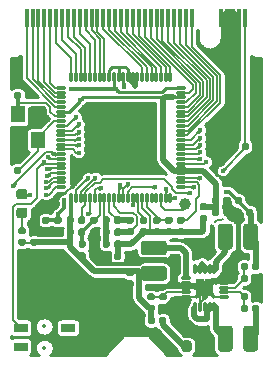
<source format=gbr>
%TF.GenerationSoftware,KiCad,Pcbnew,(5.1.6)-1*%
%TF.CreationDate,2020-09-21T21:17:43+08:00*%
%TF.ProjectId,f1c200s_core,66316332-3030-4735-9f63-6f72652e6b69,rev?*%
%TF.SameCoordinates,Original*%
%TF.FileFunction,Copper,L1,Top*%
%TF.FilePolarity,Positive*%
%FSLAX46Y46*%
G04 Gerber Fmt 4.6, Leading zero omitted, Abs format (unit mm)*
G04 Created by KiCad (PCBNEW (5.1.6)-1) date 2020-09-21 21:17:43*
%MOMM*%
%LPD*%
G01*
G04 APERTURE LIST*
%TA.AperFunction,SMDPad,CuDef*%
%ADD10C,1.000000*%
%TD*%
%TA.AperFunction,SMDPad,CuDef*%
%ADD11R,0.350000X1.600000*%
%TD*%
%TA.AperFunction,SMDPad,CuDef*%
%ADD12R,1.200000X0.800000*%
%TD*%
%TA.AperFunction,SMDPad,CuDef*%
%ADD13R,1.200000X1.400000*%
%TD*%
%TA.AperFunction,ComponentPad*%
%ADD14C,2.500000*%
%TD*%
%TA.AperFunction,SMDPad,CuDef*%
%ADD15R,3.000000X3.000000*%
%TD*%
%TA.AperFunction,SMDPad,CuDef*%
%ADD16O,0.260000X1.000000*%
%TD*%
%TA.AperFunction,SMDPad,CuDef*%
%ADD17O,1.000000X0.260000*%
%TD*%
%TA.AperFunction,SMDPad,CuDef*%
%ADD18O,1.000000X0.300000*%
%TD*%
%TA.AperFunction,SMDPad,CuDef*%
%ADD19O,0.300000X1.000000*%
%TD*%
%TA.AperFunction,SMDPad,CuDef*%
%ADD20R,0.750000X0.750000*%
%TD*%
%TA.AperFunction,ComponentPad*%
%ADD21C,1.200000*%
%TD*%
%TA.AperFunction,ViaPad*%
%ADD22C,0.400000*%
%TD*%
%TA.AperFunction,ViaPad*%
%ADD23C,0.500000*%
%TD*%
%TA.AperFunction,Conductor*%
%ADD24C,0.200000*%
%TD*%
%TA.AperFunction,Conductor*%
%ADD25C,0.500000*%
%TD*%
%TA.AperFunction,Conductor*%
%ADD26C,0.300000*%
%TD*%
%TA.AperFunction,Conductor*%
%ADD27C,0.250000*%
%TD*%
%TA.AperFunction,Conductor*%
%ADD28C,1.500000*%
%TD*%
%TA.AperFunction,Conductor*%
%ADD29C,0.152400*%
%TD*%
%TA.AperFunction,Conductor*%
%ADD30C,0.254000*%
%TD*%
%TA.AperFunction,Conductor*%
%ADD31C,0.025400*%
%TD*%
%ADD32C,0.200000*%
%ADD33C,0.300000*%
%ADD34C,0.350000*%
G04 APERTURE END LIST*
D10*
%TO.P,TP2,1*%
%TO.N,/LINL*%
X105361000Y-64218000D03*
%TD*%
D11*
%TO.P,NGFF,43*%
%TO.N,/LCD_D19*%
X102420000Y-48470000D03*
%TO.P,NGFF,47*%
%TO.N,/LCD_D15*%
X103420000Y-48470000D03*
%TO.P,NGFF,45*%
%TO.N,/LCD_D18*%
X102920000Y-48470000D03*
%TO.P,NGFF,49*%
%TO.N,/LCD_D14*%
X103920000Y-48470000D03*
%TO.P,NGFF,51*%
%TO.N,/LCD_D13*%
X104420000Y-48470000D03*
%TO.P,NGFF,53*%
%TO.N,/LCD_D12*%
X104920000Y-48470000D03*
%TO.P,NGFF,55*%
%TO.N,/LCD_D11*%
X105420000Y-48470000D03*
%TO.P,NGFF,57*%
%TO.N,/LCD_D10*%
X105920000Y-48470000D03*
%TO.P,NGFF,41*%
%TO.N,/LCD_D20*%
X101920000Y-48470000D03*
%TO.P,NGFF,75*%
%TO.N,/~RESET*%
X110420000Y-48470000D03*
%TO.P,NGFF,73*%
%TO.N,GND*%
X109920000Y-48470000D03*
%TO.P,NGFF,71*%
X109420000Y-48470000D03*
%TO.P,NGFF,69*%
X108920000Y-48470000D03*
%TO.P,NGFF,67*%
X108420000Y-48470000D03*
%TO.P,NGFF,39*%
%TO.N,/LCD_D21*%
X101420000Y-48470000D03*
%TO.P,NGFF,37*%
%TO.N,/LCD_D22*%
X100920000Y-48470000D03*
%TO.P,NGFF,35*%
%TO.N,/LCD_D23*%
X100420000Y-48470000D03*
%TO.P,NGFF,33*%
%TO.N,/LCD_CLK*%
X99920000Y-48470000D03*
%TO.P,NGFF,31*%
%TO.N,/LCD_DE*%
X99420000Y-48470000D03*
%TO.P,NGFF,29*%
%TO.N,/LCD_HSYNC*%
X98920000Y-48470000D03*
%TO.P,NGFF,27*%
%TO.N,/LCD_VSYNC*%
X98420000Y-48470000D03*
%TO.P,NGFF,25*%
%TO.N,/PE12*%
X97920000Y-48470000D03*
%TO.P,NGFF,23*%
%TO.N,/MPU_INT*%
X97420000Y-48470000D03*
%TO.P,NGFF,21*%
%TO.N,/PE10*%
X96920000Y-48470000D03*
%TO.P,NGFF,19*%
%TO.N,/PE9*%
X96420000Y-48470000D03*
%TO.P,NGFF,17*%
%TO.N,/PE8*%
X95920000Y-48470000D03*
%TO.P,NGFF,15*%
%TO.N,/PE7*%
X95420000Y-48470000D03*
%TO.P,NGFF,13*%
%TO.N,/PE6*%
X94920000Y-48470000D03*
%TO.P,NGFF,11*%
%TO.N,/PE5*%
X94420000Y-48470000D03*
%TO.P,NGFF,9*%
%TO.N,/PE4*%
X93920000Y-48470000D03*
%TO.P,NGFF,7*%
%TO.N,/PE3*%
X93420000Y-48470000D03*
%TO.P,NGFF,5*%
%TO.N,/PE2*%
X92920000Y-48470000D03*
%TO.P,NGFF,3*%
%TO.N,/PE1*%
X92420000Y-48470000D03*
%TO.P,NGFF,1*%
%TO.N,/PE0*%
X91920000Y-48470000D03*
%TD*%
%TO.P,R18,1*%
%TO.N,Net-(D2-Pad2)*%
%TA.AperFunction,SMDPad,CuDef*%
G36*
G01*
X103728000Y-73951500D02*
X103728000Y-74296500D01*
G75*
G02*
X103580500Y-74444000I-147500J0D01*
G01*
X103285500Y-74444000D01*
G75*
G02*
X103138000Y-74296500I0J147500D01*
G01*
X103138000Y-73951500D01*
G75*
G02*
X103285500Y-73804000I147500J0D01*
G01*
X103580500Y-73804000D01*
G75*
G02*
X103728000Y-73951500I0J-147500D01*
G01*
G37*
%TD.AperFunction*%
%TO.P,R18,2*%
%TO.N,/HPVCC*%
%TA.AperFunction,SMDPad,CuDef*%
G36*
G01*
X102758000Y-73951500D02*
X102758000Y-74296500D01*
G75*
G02*
X102610500Y-74444000I-147500J0D01*
G01*
X102315500Y-74444000D01*
G75*
G02*
X102168000Y-74296500I0J147500D01*
G01*
X102168000Y-73951500D01*
G75*
G02*
X102315500Y-73804000I147500J0D01*
G01*
X102610500Y-73804000D01*
G75*
G02*
X102758000Y-73951500I0J-147500D01*
G01*
G37*
%TD.AperFunction*%
%TD*%
%TO.P,D2,1*%
%TO.N,GND*%
%TA.AperFunction,SMDPad,CuDef*%
G36*
G01*
X107475000Y-76026750D02*
X107475000Y-76539250D01*
G75*
G02*
X107256250Y-76758000I-218750J0D01*
G01*
X106818750Y-76758000D01*
G75*
G02*
X106600000Y-76539250I0J218750D01*
G01*
X106600000Y-76026750D01*
G75*
G02*
X106818750Y-75808000I218750J0D01*
G01*
X107256250Y-75808000D01*
G75*
G02*
X107475000Y-76026750I0J-218750D01*
G01*
G37*
%TD.AperFunction*%
%TO.P,D2,2*%
%TO.N,Net-(D2-Pad2)*%
%TA.AperFunction,SMDPad,CuDef*%
G36*
G01*
X105900000Y-76026750D02*
X105900000Y-76539250D01*
G75*
G02*
X105681250Y-76758000I-218750J0D01*
G01*
X105243750Y-76758000D01*
G75*
G02*
X105025000Y-76539250I0J218750D01*
G01*
X105025000Y-76026750D01*
G75*
G02*
X105243750Y-75808000I218750J0D01*
G01*
X105681250Y-75808000D01*
G75*
G02*
X105900000Y-76026750I0J-218750D01*
G01*
G37*
%TD.AperFunction*%
%TD*%
%TO.P,D1,1*%
%TO.N,/LED*%
%TA.AperFunction,SMDPad,CuDef*%
G36*
G01*
X91261750Y-62993000D02*
X91774250Y-62993000D01*
G75*
G02*
X91993000Y-63211750I0J-218750D01*
G01*
X91993000Y-63649250D01*
G75*
G02*
X91774250Y-63868000I-218750J0D01*
G01*
X91261750Y-63868000D01*
G75*
G02*
X91043000Y-63649250I0J218750D01*
G01*
X91043000Y-63211750D01*
G75*
G02*
X91261750Y-62993000I218750J0D01*
G01*
G37*
%TD.AperFunction*%
%TO.P,D1,2*%
%TO.N,Net-(D1-Pad2)*%
%TA.AperFunction,SMDPad,CuDef*%
G36*
G01*
X91261750Y-64568000D02*
X91774250Y-64568000D01*
G75*
G02*
X91993000Y-64786750I0J-218750D01*
G01*
X91993000Y-65224250D01*
G75*
G02*
X91774250Y-65443000I-218750J0D01*
G01*
X91261750Y-65443000D01*
G75*
G02*
X91043000Y-65224250I0J218750D01*
G01*
X91043000Y-64786750D01*
G75*
G02*
X91261750Y-64568000I218750J0D01*
G01*
G37*
%TD.AperFunction*%
%TD*%
D12*
%TO.P,SW1,~*%
%TO.N,N/C*%
X91423000Y-76321000D03*
%TO.P,SW1,2*%
%TO.N,GND*%
X95423000Y-76321000D03*
%TO.P,SW1,1*%
%TO.N,/FLASH_DO*%
X91423000Y-74721000D03*
%TO.P,SW1,~*%
%TO.N,N/C*%
X95423000Y-74721000D03*
%TD*%
D13*
%TO.P,Y1,1*%
%TO.N,/OSCO*%
X92876000Y-58841000D03*
%TO.P,Y1,2*%
%TO.N,GND*%
X92876000Y-56641000D03*
%TO.P,Y1,3*%
%TO.N,/OSCI*%
X91176000Y-56641000D03*
%TO.P,Y1,4*%
%TO.N,GND*%
X91176000Y-58841000D03*
%TD*%
D14*
%TO.P,U3,89*%
%TO.N,GND*%
X99900000Y-58630000D03*
D15*
X98400000Y-57130000D03*
X98400000Y-60130000D03*
X101400000Y-57130000D03*
X101400000Y-60130000D03*
D16*
%TO.P,U3,88*%
%TO.N,/HPR*%
X104100000Y-63730000D03*
%TO.P,U3,87*%
%TO.N,/MICIN*%
X103700000Y-63730000D03*
%TO.P,U3,86*%
%TO.N,/LINL*%
X103300000Y-63730000D03*
%TO.P,U3,85*%
%TO.N,/FMINR*%
X102900000Y-63730000D03*
%TO.P,U3,84*%
%TO.N,/FMINL*%
X102500000Y-63730000D03*
%TO.P,U3,83*%
%TO.N,/VRA2*%
X102100000Y-63730000D03*
%TO.P,U3,82*%
%TO.N,GNDA*%
X101700000Y-63730000D03*
%TO.P,U3,81*%
%TO.N,/VRA1*%
X101300000Y-63730000D03*
%TO.P,U3,80*%
%TO.N,/AVCC*%
X100900000Y-63730000D03*
%TO.P,U3,79*%
%TO.N,/LRADC*%
X100500000Y-63730000D03*
%TO.P,U3,78*%
%TO.N,/TV_IN0*%
X100100000Y-63730000D03*
%TO.P,U3,77*%
%TO.N,/TV_IN1*%
X99700000Y-63730000D03*
%TO.P,U3,76*%
%TO.N,/TV_VRP*%
X99300000Y-63730000D03*
%TO.P,U3,75*%
%TO.N,/TV_VRN*%
X98900000Y-63730000D03*
%TO.P,U3,74*%
%TO.N,/TV_GND*%
X98500000Y-63730000D03*
%TO.P,U3,73*%
%TO.N,/TV_VCC*%
X98100000Y-63730000D03*
%TO.P,U3,72*%
%TO.N,/TV_OUT*%
X97700000Y-63730000D03*
%TO.P,U3,71*%
%TO.N,/VDD_CORE*%
X97300000Y-63730000D03*
%TO.P,U3,70*%
%TO.N,/~RESET*%
X96900000Y-63730000D03*
%TO.P,U3,69*%
%TO.N,/USB_DP*%
X96500000Y-63730000D03*
%TO.P,U3,68*%
%TO.N,/USB_DM*%
X96100000Y-63730000D03*
%TO.P,U3,67*%
%TO.N,/HPVCC*%
X95700000Y-63730000D03*
D17*
%TO.P,U3,66*%
%TO.N,/LED*%
X94800000Y-62830000D03*
%TO.P,U3,65*%
%TO.N,/PA1*%
X94800000Y-62430000D03*
%TO.P,U3,64*%
%TO.N,/PA2*%
X94800000Y-62030000D03*
%TO.P,U3,63*%
%TO.N,/PA3*%
X94800000Y-61630000D03*
%TO.P,U3,62*%
%TO.N,/FLASH_DI*%
X94800000Y-61230000D03*
%TO.P,U3,61*%
%TO.N,/FLASH_DO*%
X94800000Y-60830000D03*
%TO.P,U3,60*%
%TO.N,/FLASH_~CS*%
X94800000Y-60430000D03*
%TO.P,U3,59*%
%TO.N,/FLASH_CLK*%
X94800000Y-60030000D03*
%TO.P,U3,58*%
%TO.N,/PF0*%
X94800000Y-59630000D03*
%TO.P,U3,57*%
%TO.N,/PF1*%
X94800000Y-59230000D03*
%TO.P,U3,56*%
%TO.N,/PF2*%
X94800000Y-58830000D03*
%TO.P,U3,55*%
%TO.N,/PF3*%
X94800000Y-58430000D03*
%TO.P,U3,54*%
%TO.N,/PF4*%
X94800000Y-58030000D03*
%TO.P,U3,53*%
%TO.N,/PF5*%
X94800000Y-57630000D03*
%TO.P,U3,52*%
%TO.N,/OSCO*%
X94800000Y-57230000D03*
%TO.P,U3,51*%
%TO.N,/OSCI*%
X94800000Y-56830000D03*
%TO.P,U3,50*%
%TO.N,/HPVCC*%
X94800000Y-56430000D03*
%TO.P,U3,49*%
%TO.N,/PE0*%
X94800000Y-56030000D03*
%TO.P,U3,48*%
%TO.N,/PE1*%
X94800000Y-55630000D03*
%TO.P,U3,47*%
%TO.N,/PE2*%
X94800000Y-55230000D03*
%TO.P,U3,46*%
%TO.N,/PE3*%
X94800000Y-54830000D03*
%TO.P,U3,45*%
%TO.N,/PE4*%
X94800000Y-54430000D03*
D16*
%TO.P,U3,44*%
%TO.N,/PE5*%
X95700000Y-53530000D03*
%TO.P,U3,43*%
%TO.N,/PE6*%
X96100000Y-53530000D03*
%TO.P,U3,42*%
%TO.N,/PE7*%
X96500000Y-53530000D03*
%TO.P,U3,41*%
%TO.N,/PE8*%
X96900000Y-53530000D03*
%TO.P,U3,40*%
%TO.N,/PE9*%
X97300000Y-53530000D03*
%TO.P,U3,39*%
%TO.N,/PE10*%
X97700000Y-53530000D03*
%TO.P,U3,38*%
%TO.N,/MPU_INT*%
X98100000Y-53530000D03*
%TO.P,U3,37*%
%TO.N,/PE12*%
X98500000Y-53530000D03*
%TO.P,U3,36*%
%TO.N,/VCC_DRAM*%
X98900000Y-53530000D03*
%TO.P,U3,35*%
%TO.N,/VDD_CORE*%
X99300000Y-53530000D03*
%TO.P,U3,34*%
%TO.N,/VCC_DRAM*%
X99700000Y-53530000D03*
%TO.P,U3,33*%
%TO.N,/SVREF*%
X100100000Y-53530000D03*
%TO.P,U3,32*%
%TO.N,/VCC_DRAM*%
X100500000Y-53530000D03*
%TO.P,U3,31*%
X100900000Y-53530000D03*
%TO.P,U3,30*%
X101300000Y-53530000D03*
%TO.P,U3,29*%
%TO.N,/LCD_VSYNC*%
X101700000Y-53530000D03*
%TO.P,U3,28*%
%TO.N,/LCD_HSYNC*%
X102100000Y-53530000D03*
%TO.P,U3,27*%
%TO.N,/LCD_DE*%
X102500000Y-53530000D03*
%TO.P,U3,26*%
%TO.N,/LCD_CLK*%
X102900000Y-53530000D03*
%TO.P,U3,25*%
%TO.N,/LCD_D23*%
X103300000Y-53530000D03*
%TO.P,U3,24*%
%TO.N,/LCD_D22*%
X103700000Y-53530000D03*
%TO.P,U3,23*%
%TO.N,/LCD_D21*%
X104100000Y-53530000D03*
D17*
%TO.P,U3,22*%
%TO.N,/VDD_CORE*%
X105000000Y-54430000D03*
%TO.P,U3,21*%
%TO.N,/LCD_D20*%
X105000000Y-54830000D03*
%TO.P,U3,20*%
%TO.N,/HPVCC*%
X105000000Y-55230000D03*
%TO.P,U3,19*%
%TO.N,/LCD_D19*%
X105000000Y-55630000D03*
%TO.P,U3,18*%
%TO.N,/LCD_D18*%
X105000000Y-56030000D03*
%TO.P,U3,17*%
%TO.N,/LCD_D15*%
X105000000Y-56430000D03*
%TO.P,U3,16*%
%TO.N,/LCD_D14*%
X105000000Y-56830000D03*
%TO.P,U3,15*%
%TO.N,/LCD_D13*%
X105000000Y-57230000D03*
%TO.P,U3,14*%
%TO.N,/LCD_D12*%
X105000000Y-57630000D03*
%TO.P,U3,13*%
%TO.N,/LCD_D11*%
X105000000Y-58030000D03*
%TO.P,U3,12*%
%TO.N,/LCD_D10*%
X105000000Y-58430000D03*
%TO.P,U3,11*%
%TO.N,/LCD_D7*%
X105000000Y-58830000D03*
%TO.P,U3,10*%
%TO.N,/LCD_D6*%
X105000000Y-59230000D03*
%TO.P,U3,9*%
%TO.N,/LCD_D5*%
X105000000Y-59630000D03*
%TO.P,U3,8*%
%TO.N,/LCD_D4*%
X105000000Y-60030000D03*
%TO.P,U3,7*%
%TO.N,/LCD_D3*%
X105000000Y-60430000D03*
%TO.P,U3,6*%
%TO.N,/LCD_D2*%
X105000000Y-60830000D03*
%TO.P,U3,5*%
%TO.N,/HPVCC*%
X105000000Y-61230000D03*
%TO.P,U3,4*%
X105000000Y-61630000D03*
%TO.P,U3,3*%
%TO.N,/HPCOM*%
X105000000Y-62030000D03*
%TO.P,U3,2*%
%TO.N,/HPCOMFB*%
X105000000Y-62430000D03*
%TO.P,U3,1*%
%TO.N,/HPL*%
X105000000Y-62830000D03*
%TD*%
D18*
%TO.P,U2,1*%
%TO.N,GND*%
X108612000Y-72130000D03*
%TO.P,U2,2*%
%TO.N,Net-(R3-Pad2)*%
X108612000Y-71730000D03*
%TO.P,U2,3*%
%TO.N,Net-(R2-Pad2)*%
X108612000Y-71330000D03*
%TO.P,U2,4*%
%TO.N,GND*%
X108612000Y-70930000D03*
%TO.P,U2,5*%
X108612000Y-70530000D03*
D19*
%TO.P,U2,6*%
%TO.N,Net-(L2-Pad2)*%
X107812000Y-69730000D03*
%TO.P,U2,7*%
%TO.N,/VCC_IN*%
X107412000Y-69730000D03*
%TO.P,U2,8*%
X107012000Y-69730000D03*
%TO.P,U2,9*%
X106612000Y-69730000D03*
%TO.P,U2,10*%
X106212000Y-69730000D03*
D18*
%TO.P,U2,11*%
%TO.N,Net-(L1-Pad2)*%
X105412000Y-70530000D03*
%TO.P,U2,12*%
%TO.N,GND*%
X105412000Y-70930000D03*
%TO.P,U2,13*%
X105412000Y-71330000D03*
%TO.P,U2,14*%
%TO.N,Net-(R1-Pad2)*%
X105412000Y-71730000D03*
%TO.P,U2,15*%
%TO.N,GND*%
X105412000Y-72130000D03*
D19*
%TO.P,U2,16*%
%TO.N,/VCC_IN*%
X106212000Y-72930000D03*
%TO.P,U2,17*%
%TO.N,GND*%
X106612000Y-72930000D03*
%TO.P,U2,18*%
%TO.N,/VCC_IN*%
X107012000Y-72930000D03*
%TO.P,U2,19*%
X107412000Y-72930000D03*
%TO.P,U2,20*%
%TO.N,Net-(L3-Pad2)*%
X107812000Y-72930000D03*
D20*
%TO.P,U2,21*%
%TO.N,GND*%
X107387000Y-71705000D03*
X107387000Y-70955000D03*
X106637000Y-71705000D03*
X106637000Y-70955000D03*
D21*
X107012000Y-71330000D03*
%TD*%
%TO.P,R15,1*%
%TO.N,/TV_GND*%
%TA.AperFunction,SMDPad,CuDef*%
G36*
G01*
X98358000Y-67819500D02*
X98358000Y-67474500D01*
G75*
G02*
X98505500Y-67327000I147500J0D01*
G01*
X98800500Y-67327000D01*
G75*
G02*
X98948000Y-67474500I0J-147500D01*
G01*
X98948000Y-67819500D01*
G75*
G02*
X98800500Y-67967000I-147500J0D01*
G01*
X98505500Y-67967000D01*
G75*
G02*
X98358000Y-67819500I0J147500D01*
G01*
G37*
%TD.AperFunction*%
%TO.P,R15,2*%
%TO.N,GNDA*%
%TA.AperFunction,SMDPad,CuDef*%
G36*
G01*
X99328000Y-67819500D02*
X99328000Y-67474500D01*
G75*
G02*
X99475500Y-67327000I147500J0D01*
G01*
X99770500Y-67327000D01*
G75*
G02*
X99918000Y-67474500I0J-147500D01*
G01*
X99918000Y-67819500D01*
G75*
G02*
X99770500Y-67967000I-147500J0D01*
G01*
X99475500Y-67967000D01*
G75*
G02*
X99328000Y-67819500I0J147500D01*
G01*
G37*
%TD.AperFunction*%
%TD*%
%TO.P,R14,1*%
%TO.N,/VRA2*%
%TA.AperFunction,SMDPad,CuDef*%
G36*
G01*
X103791500Y-65343000D02*
X104136500Y-65343000D01*
G75*
G02*
X104284000Y-65490500I0J-147500D01*
G01*
X104284000Y-65785500D01*
G75*
G02*
X104136500Y-65933000I-147500J0D01*
G01*
X103791500Y-65933000D01*
G75*
G02*
X103644000Y-65785500I0J147500D01*
G01*
X103644000Y-65490500D01*
G75*
G02*
X103791500Y-65343000I147500J0D01*
G01*
G37*
%TD.AperFunction*%
%TO.P,R14,2*%
%TO.N,GNDA*%
%TA.AperFunction,SMDPad,CuDef*%
G36*
G01*
X103791500Y-66313000D02*
X104136500Y-66313000D01*
G75*
G02*
X104284000Y-66460500I0J-147500D01*
G01*
X104284000Y-66755500D01*
G75*
G02*
X104136500Y-66903000I-147500J0D01*
G01*
X103791500Y-66903000D01*
G75*
G02*
X103644000Y-66755500I0J147500D01*
G01*
X103644000Y-66460500D01*
G75*
G02*
X103791500Y-66313000I147500J0D01*
G01*
G37*
%TD.AperFunction*%
%TD*%
%TO.P,R13,1*%
%TO.N,Net-(D1-Pad2)*%
%TA.AperFunction,SMDPad,CuDef*%
G36*
G01*
X91345500Y-66232000D02*
X91690500Y-66232000D01*
G75*
G02*
X91838000Y-66379500I0J-147500D01*
G01*
X91838000Y-66674500D01*
G75*
G02*
X91690500Y-66822000I-147500J0D01*
G01*
X91345500Y-66822000D01*
G75*
G02*
X91198000Y-66674500I0J147500D01*
G01*
X91198000Y-66379500D01*
G75*
G02*
X91345500Y-66232000I147500J0D01*
G01*
G37*
%TD.AperFunction*%
%TO.P,R13,2*%
%TO.N,/HPVCC*%
%TA.AperFunction,SMDPad,CuDef*%
G36*
G01*
X91345500Y-67202000D02*
X91690500Y-67202000D01*
G75*
G02*
X91838000Y-67349500I0J-147500D01*
G01*
X91838000Y-67644500D01*
G75*
G02*
X91690500Y-67792000I-147500J0D01*
G01*
X91345500Y-67792000D01*
G75*
G02*
X91198000Y-67644500I0J147500D01*
G01*
X91198000Y-67349500D01*
G75*
G02*
X91345500Y-67202000I147500J0D01*
G01*
G37*
%TD.AperFunction*%
%TD*%
%TO.P,R12,1*%
%TO.N,/HPVCC*%
%TA.AperFunction,SMDPad,CuDef*%
G36*
G01*
X95310000Y-65787500D02*
X95310000Y-65442500D01*
G75*
G02*
X95457500Y-65295000I147500J0D01*
G01*
X95752500Y-65295000D01*
G75*
G02*
X95900000Y-65442500I0J-147500D01*
G01*
X95900000Y-65787500D01*
G75*
G02*
X95752500Y-65935000I-147500J0D01*
G01*
X95457500Y-65935000D01*
G75*
G02*
X95310000Y-65787500I0J147500D01*
G01*
G37*
%TD.AperFunction*%
%TO.P,R12,2*%
%TO.N,/~RESET*%
%TA.AperFunction,SMDPad,CuDef*%
G36*
G01*
X96280000Y-65787500D02*
X96280000Y-65442500D01*
G75*
G02*
X96427500Y-65295000I147500J0D01*
G01*
X96722500Y-65295000D01*
G75*
G02*
X96870000Y-65442500I0J-147500D01*
G01*
X96870000Y-65787500D01*
G75*
G02*
X96722500Y-65935000I-147500J0D01*
G01*
X96427500Y-65935000D01*
G75*
G02*
X96280000Y-65787500I0J147500D01*
G01*
G37*
%TD.AperFunction*%
%TD*%
%TO.P,R11,1*%
%TO.N,/TV_VCC*%
%TA.AperFunction,SMDPad,CuDef*%
G36*
G01*
X96870000Y-66458500D02*
X96870000Y-66803500D01*
G75*
G02*
X96722500Y-66951000I-147500J0D01*
G01*
X96427500Y-66951000D01*
G75*
G02*
X96280000Y-66803500I0J147500D01*
G01*
X96280000Y-66458500D01*
G75*
G02*
X96427500Y-66311000I147500J0D01*
G01*
X96722500Y-66311000D01*
G75*
G02*
X96870000Y-66458500I0J-147500D01*
G01*
G37*
%TD.AperFunction*%
%TO.P,R11,2*%
%TO.N,/HPVCC*%
%TA.AperFunction,SMDPad,CuDef*%
G36*
G01*
X95900000Y-66458500D02*
X95900000Y-66803500D01*
G75*
G02*
X95752500Y-66951000I-147500J0D01*
G01*
X95457500Y-66951000D01*
G75*
G02*
X95310000Y-66803500I0J147500D01*
G01*
X95310000Y-66458500D01*
G75*
G02*
X95457500Y-66311000I147500J0D01*
G01*
X95752500Y-66311000D01*
G75*
G02*
X95900000Y-66458500I0J-147500D01*
G01*
G37*
%TD.AperFunction*%
%TD*%
%TO.P,R10,1*%
%TO.N,GND*%
%TA.AperFunction,SMDPad,CuDef*%
G36*
G01*
X98358000Y-68835500D02*
X98358000Y-68490500D01*
G75*
G02*
X98505500Y-68343000I147500J0D01*
G01*
X98800500Y-68343000D01*
G75*
G02*
X98948000Y-68490500I0J-147500D01*
G01*
X98948000Y-68835500D01*
G75*
G02*
X98800500Y-68983000I-147500J0D01*
G01*
X98505500Y-68983000D01*
G75*
G02*
X98358000Y-68835500I0J147500D01*
G01*
G37*
%TD.AperFunction*%
%TO.P,R10,2*%
%TO.N,GNDA*%
%TA.AperFunction,SMDPad,CuDef*%
G36*
G01*
X99328000Y-68835500D02*
X99328000Y-68490500D01*
G75*
G02*
X99475500Y-68343000I147500J0D01*
G01*
X99770500Y-68343000D01*
G75*
G02*
X99918000Y-68490500I0J-147500D01*
G01*
X99918000Y-68835500D01*
G75*
G02*
X99770500Y-68983000I-147500J0D01*
G01*
X99475500Y-68983000D01*
G75*
G02*
X99328000Y-68835500I0J147500D01*
G01*
G37*
%TD.AperFunction*%
%TD*%
%TO.P,R7,1*%
%TO.N,Net-(R3-Pad2)*%
%TA.AperFunction,SMDPad,CuDef*%
G36*
G01*
X110042000Y-73280500D02*
X110042000Y-72935500D01*
G75*
G02*
X110189500Y-72788000I147500J0D01*
G01*
X110484500Y-72788000D01*
G75*
G02*
X110632000Y-72935500I0J-147500D01*
G01*
X110632000Y-73280500D01*
G75*
G02*
X110484500Y-73428000I-147500J0D01*
G01*
X110189500Y-73428000D01*
G75*
G02*
X110042000Y-73280500I0J147500D01*
G01*
G37*
%TD.AperFunction*%
%TO.P,R7,2*%
%TO.N,/VDD_CORE*%
%TA.AperFunction,SMDPad,CuDef*%
G36*
G01*
X111012000Y-73280500D02*
X111012000Y-72935500D01*
G75*
G02*
X111159500Y-72788000I147500J0D01*
G01*
X111454500Y-72788000D01*
G75*
G02*
X111602000Y-72935500I0J-147500D01*
G01*
X111602000Y-73280500D01*
G75*
G02*
X111454500Y-73428000I-147500J0D01*
G01*
X111159500Y-73428000D01*
G75*
G02*
X111012000Y-73280500I0J147500D01*
G01*
G37*
%TD.AperFunction*%
%TD*%
%TO.P,R6,1*%
%TO.N,Net-(R2-Pad2)*%
%TA.AperFunction,SMDPad,CuDef*%
G36*
G01*
X110042000Y-69724500D02*
X110042000Y-69379500D01*
G75*
G02*
X110189500Y-69232000I147500J0D01*
G01*
X110484500Y-69232000D01*
G75*
G02*
X110632000Y-69379500I0J-147500D01*
G01*
X110632000Y-69724500D01*
G75*
G02*
X110484500Y-69872000I-147500J0D01*
G01*
X110189500Y-69872000D01*
G75*
G02*
X110042000Y-69724500I0J147500D01*
G01*
G37*
%TD.AperFunction*%
%TO.P,R6,2*%
%TO.N,/VCC_DRAM*%
%TA.AperFunction,SMDPad,CuDef*%
G36*
G01*
X111012000Y-69724500D02*
X111012000Y-69379500D01*
G75*
G02*
X111159500Y-69232000I147500J0D01*
G01*
X111454500Y-69232000D01*
G75*
G02*
X111602000Y-69379500I0J-147500D01*
G01*
X111602000Y-69724500D01*
G75*
G02*
X111454500Y-69872000I-147500J0D01*
G01*
X111159500Y-69872000D01*
G75*
G02*
X111012000Y-69724500I0J147500D01*
G01*
G37*
%TD.AperFunction*%
%TD*%
%TO.P,R5,1*%
%TO.N,Net-(R1-Pad2)*%
%TA.AperFunction,SMDPad,CuDef*%
G36*
G01*
X102267500Y-71820000D02*
X102612500Y-71820000D01*
G75*
G02*
X102760000Y-71967500I0J-147500D01*
G01*
X102760000Y-72262500D01*
G75*
G02*
X102612500Y-72410000I-147500J0D01*
G01*
X102267500Y-72410000D01*
G75*
G02*
X102120000Y-72262500I0J147500D01*
G01*
X102120000Y-71967500D01*
G75*
G02*
X102267500Y-71820000I147500J0D01*
G01*
G37*
%TD.AperFunction*%
%TO.P,R5,2*%
%TO.N,/HPVCC*%
%TA.AperFunction,SMDPad,CuDef*%
G36*
G01*
X102267500Y-72790000D02*
X102612500Y-72790000D01*
G75*
G02*
X102760000Y-72937500I0J-147500D01*
G01*
X102760000Y-73232500D01*
G75*
G02*
X102612500Y-73380000I-147500J0D01*
G01*
X102267500Y-73380000D01*
G75*
G02*
X102120000Y-73232500I0J147500D01*
G01*
X102120000Y-72937500D01*
G75*
G02*
X102267500Y-72790000I147500J0D01*
G01*
G37*
%TD.AperFunction*%
%TD*%
%TO.P,R3,1*%
%TO.N,GND*%
%TA.AperFunction,SMDPad,CuDef*%
G36*
G01*
X111602000Y-71919500D02*
X111602000Y-72264500D01*
G75*
G02*
X111454500Y-72412000I-147500J0D01*
G01*
X111159500Y-72412000D01*
G75*
G02*
X111012000Y-72264500I0J147500D01*
G01*
X111012000Y-71919500D01*
G75*
G02*
X111159500Y-71772000I147500J0D01*
G01*
X111454500Y-71772000D01*
G75*
G02*
X111602000Y-71919500I0J-147500D01*
G01*
G37*
%TD.AperFunction*%
%TO.P,R3,2*%
%TO.N,Net-(R3-Pad2)*%
%TA.AperFunction,SMDPad,CuDef*%
G36*
G01*
X110632000Y-71919500D02*
X110632000Y-72264500D01*
G75*
G02*
X110484500Y-72412000I-147500J0D01*
G01*
X110189500Y-72412000D01*
G75*
G02*
X110042000Y-72264500I0J147500D01*
G01*
X110042000Y-71919500D01*
G75*
G02*
X110189500Y-71772000I147500J0D01*
G01*
X110484500Y-71772000D01*
G75*
G02*
X110632000Y-71919500I0J-147500D01*
G01*
G37*
%TD.AperFunction*%
%TD*%
%TO.P,R2,1*%
%TO.N,GND*%
%TA.AperFunction,SMDPad,CuDef*%
G36*
G01*
X111602000Y-70395500D02*
X111602000Y-70740500D01*
G75*
G02*
X111454500Y-70888000I-147500J0D01*
G01*
X111159500Y-70888000D01*
G75*
G02*
X111012000Y-70740500I0J147500D01*
G01*
X111012000Y-70395500D01*
G75*
G02*
X111159500Y-70248000I147500J0D01*
G01*
X111454500Y-70248000D01*
G75*
G02*
X111602000Y-70395500I0J-147500D01*
G01*
G37*
%TD.AperFunction*%
%TO.P,R2,2*%
%TO.N,Net-(R2-Pad2)*%
%TA.AperFunction,SMDPad,CuDef*%
G36*
G01*
X110632000Y-70395500D02*
X110632000Y-70740500D01*
G75*
G02*
X110484500Y-70888000I-147500J0D01*
G01*
X110189500Y-70888000D01*
G75*
G02*
X110042000Y-70740500I0J147500D01*
G01*
X110042000Y-70395500D01*
G75*
G02*
X110189500Y-70248000I147500J0D01*
G01*
X110484500Y-70248000D01*
G75*
G02*
X110632000Y-70395500I0J-147500D01*
G01*
G37*
%TD.AperFunction*%
%TD*%
%TO.P,R1,1*%
%TO.N,GND*%
%TA.AperFunction,SMDPad,CuDef*%
G36*
G01*
X103628500Y-73380000D02*
X103283500Y-73380000D01*
G75*
G02*
X103136000Y-73232500I0J147500D01*
G01*
X103136000Y-72937500D01*
G75*
G02*
X103283500Y-72790000I147500J0D01*
G01*
X103628500Y-72790000D01*
G75*
G02*
X103776000Y-72937500I0J-147500D01*
G01*
X103776000Y-73232500D01*
G75*
G02*
X103628500Y-73380000I-147500J0D01*
G01*
G37*
%TD.AperFunction*%
%TO.P,R1,2*%
%TO.N,Net-(R1-Pad2)*%
%TA.AperFunction,SMDPad,CuDef*%
G36*
G01*
X103628500Y-72410000D02*
X103283500Y-72410000D01*
G75*
G02*
X103136000Y-72262500I0J147500D01*
G01*
X103136000Y-71967500D01*
G75*
G02*
X103283500Y-71820000I147500J0D01*
G01*
X103628500Y-71820000D01*
G75*
G02*
X103776000Y-71967500I0J-147500D01*
G01*
X103776000Y-72262500D01*
G75*
G02*
X103628500Y-72410000I-147500J0D01*
G01*
G37*
%TD.AperFunction*%
%TD*%
%TO.P,L3,1*%
%TO.N,/VDD_CORE*%
%TA.AperFunction,SMDPad,CuDef*%
G36*
G01*
X111506000Y-74798000D02*
X111506000Y-76498000D01*
G75*
G02*
X111256000Y-76748000I-250000J0D01*
G01*
X110506000Y-76748000D01*
G75*
G02*
X110256000Y-76498000I0J250000D01*
G01*
X110256000Y-74798000D01*
G75*
G02*
X110506000Y-74548000I250000J0D01*
G01*
X111256000Y-74548000D01*
G75*
G02*
X111506000Y-74798000I0J-250000D01*
G01*
G37*
%TD.AperFunction*%
%TO.P,L3,2*%
%TO.N,Net-(L3-Pad2)*%
%TA.AperFunction,SMDPad,CuDef*%
G36*
G01*
X109356000Y-74798000D02*
X109356000Y-76498000D01*
G75*
G02*
X109106000Y-76748000I-250000J0D01*
G01*
X108356000Y-76748000D01*
G75*
G02*
X108106000Y-76498000I0J250000D01*
G01*
X108106000Y-74798000D01*
G75*
G02*
X108356000Y-74548000I250000J0D01*
G01*
X109106000Y-74548000D01*
G75*
G02*
X109356000Y-74798000I0J-250000D01*
G01*
G37*
%TD.AperFunction*%
%TD*%
%TO.P,L2,1*%
%TO.N,/VCC_DRAM*%
%TA.AperFunction,SMDPad,CuDef*%
G36*
G01*
X111506000Y-66162000D02*
X111506000Y-67862000D01*
G75*
G02*
X111256000Y-68112000I-250000J0D01*
G01*
X110506000Y-68112000D01*
G75*
G02*
X110256000Y-67862000I0J250000D01*
G01*
X110256000Y-66162000D01*
G75*
G02*
X110506000Y-65912000I250000J0D01*
G01*
X111256000Y-65912000D01*
G75*
G02*
X111506000Y-66162000I0J-250000D01*
G01*
G37*
%TD.AperFunction*%
%TO.P,L2,2*%
%TO.N,Net-(L2-Pad2)*%
%TA.AperFunction,SMDPad,CuDef*%
G36*
G01*
X109356000Y-66162000D02*
X109356000Y-67862000D01*
G75*
G02*
X109106000Y-68112000I-250000J0D01*
G01*
X108356000Y-68112000D01*
G75*
G02*
X108106000Y-67862000I0J250000D01*
G01*
X108106000Y-66162000D01*
G75*
G02*
X108356000Y-65912000I250000J0D01*
G01*
X109106000Y-65912000D01*
G75*
G02*
X109356000Y-66162000I0J-250000D01*
G01*
G37*
%TD.AperFunction*%
%TD*%
%TO.P,L1,1*%
%TO.N,/HPVCC*%
%TA.AperFunction,SMDPad,CuDef*%
G36*
G01*
X103544000Y-70744000D02*
X101844000Y-70744000D01*
G75*
G02*
X101594000Y-70494000I0J250000D01*
G01*
X101594000Y-69744000D01*
G75*
G02*
X101844000Y-69494000I250000J0D01*
G01*
X103544000Y-69494000D01*
G75*
G02*
X103794000Y-69744000I0J-250000D01*
G01*
X103794000Y-70494000D01*
G75*
G02*
X103544000Y-70744000I-250000J0D01*
G01*
G37*
%TD.AperFunction*%
%TO.P,L1,2*%
%TO.N,Net-(L1-Pad2)*%
%TA.AperFunction,SMDPad,CuDef*%
G36*
G01*
X103544000Y-68594000D02*
X101844000Y-68594000D01*
G75*
G02*
X101594000Y-68344000I0J250000D01*
G01*
X101594000Y-67594000D01*
G75*
G02*
X101844000Y-67344000I250000J0D01*
G01*
X103544000Y-67344000D01*
G75*
G02*
X103794000Y-67594000I0J-250000D01*
G01*
X103794000Y-68344000D01*
G75*
G02*
X103544000Y-68594000I-250000J0D01*
G01*
G37*
%TD.AperFunction*%
%TD*%
%TO.P,C33,1*%
%TO.N,/HPVCC*%
%TA.AperFunction,SMDPad,CuDef*%
G36*
G01*
X106712500Y-64200000D02*
X107057500Y-64200000D01*
G75*
G02*
X107205000Y-64347500I0J-147500D01*
G01*
X107205000Y-64642500D01*
G75*
G02*
X107057500Y-64790000I-147500J0D01*
G01*
X106712500Y-64790000D01*
G75*
G02*
X106565000Y-64642500I0J147500D01*
G01*
X106565000Y-64347500D01*
G75*
G02*
X106712500Y-64200000I147500J0D01*
G01*
G37*
%TD.AperFunction*%
%TO.P,C33,2*%
%TO.N,GNDA*%
%TA.AperFunction,SMDPad,CuDef*%
G36*
G01*
X106712500Y-65170000D02*
X107057500Y-65170000D01*
G75*
G02*
X107205000Y-65317500I0J-147500D01*
G01*
X107205000Y-65612500D01*
G75*
G02*
X107057500Y-65760000I-147500J0D01*
G01*
X106712500Y-65760000D01*
G75*
G02*
X106565000Y-65612500I0J147500D01*
G01*
X106565000Y-65317500D01*
G75*
G02*
X106712500Y-65170000I147500J0D01*
G01*
G37*
%TD.AperFunction*%
%TD*%
%TO.P,C32,1*%
%TO.N,/HPCOMFB*%
%TA.AperFunction,SMDPad,CuDef*%
G36*
G01*
X104807500Y-65343000D02*
X105152500Y-65343000D01*
G75*
G02*
X105300000Y-65490500I0J-147500D01*
G01*
X105300000Y-65785500D01*
G75*
G02*
X105152500Y-65933000I-147500J0D01*
G01*
X104807500Y-65933000D01*
G75*
G02*
X104660000Y-65785500I0J147500D01*
G01*
X104660000Y-65490500D01*
G75*
G02*
X104807500Y-65343000I147500J0D01*
G01*
G37*
%TD.AperFunction*%
%TO.P,C32,2*%
%TO.N,GNDA*%
%TA.AperFunction,SMDPad,CuDef*%
G36*
G01*
X104807500Y-66313000D02*
X105152500Y-66313000D01*
G75*
G02*
X105300000Y-66460500I0J-147500D01*
G01*
X105300000Y-66755500D01*
G75*
G02*
X105152500Y-66903000I-147500J0D01*
G01*
X104807500Y-66903000D01*
G75*
G02*
X104660000Y-66755500I0J147500D01*
G01*
X104660000Y-66460500D01*
G75*
G02*
X104807500Y-66313000I147500J0D01*
G01*
G37*
%TD.AperFunction*%
%TD*%
%TO.P,C31,1*%
%TO.N,/TV_VRN*%
%TA.AperFunction,SMDPad,CuDef*%
G36*
G01*
X99918000Y-65442500D02*
X99918000Y-65787500D01*
G75*
G02*
X99770500Y-65935000I-147500J0D01*
G01*
X99475500Y-65935000D01*
G75*
G02*
X99328000Y-65787500I0J147500D01*
G01*
X99328000Y-65442500D01*
G75*
G02*
X99475500Y-65295000I147500J0D01*
G01*
X99770500Y-65295000D01*
G75*
G02*
X99918000Y-65442500I0J-147500D01*
G01*
G37*
%TD.AperFunction*%
%TO.P,C31,2*%
%TO.N,/TV_GND*%
%TA.AperFunction,SMDPad,CuDef*%
G36*
G01*
X98948000Y-65442500D02*
X98948000Y-65787500D01*
G75*
G02*
X98800500Y-65935000I-147500J0D01*
G01*
X98505500Y-65935000D01*
G75*
G02*
X98358000Y-65787500I0J147500D01*
G01*
X98358000Y-65442500D01*
G75*
G02*
X98505500Y-65295000I147500J0D01*
G01*
X98800500Y-65295000D01*
G75*
G02*
X98948000Y-65442500I0J-147500D01*
G01*
G37*
%TD.AperFunction*%
%TD*%
%TO.P,C30,1*%
%TO.N,/TV_VRN*%
%TA.AperFunction,SMDPad,CuDef*%
G36*
G01*
X100489500Y-65343000D02*
X100834500Y-65343000D01*
G75*
G02*
X100982000Y-65490500I0J-147500D01*
G01*
X100982000Y-65785500D01*
G75*
G02*
X100834500Y-65933000I-147500J0D01*
G01*
X100489500Y-65933000D01*
G75*
G02*
X100342000Y-65785500I0J147500D01*
G01*
X100342000Y-65490500D01*
G75*
G02*
X100489500Y-65343000I147500J0D01*
G01*
G37*
%TD.AperFunction*%
%TO.P,C30,2*%
%TO.N,/TV_VRP*%
%TA.AperFunction,SMDPad,CuDef*%
G36*
G01*
X100489500Y-66313000D02*
X100834500Y-66313000D01*
G75*
G02*
X100982000Y-66460500I0J-147500D01*
G01*
X100982000Y-66755500D01*
G75*
G02*
X100834500Y-66903000I-147500J0D01*
G01*
X100489500Y-66903000D01*
G75*
G02*
X100342000Y-66755500I0J147500D01*
G01*
X100342000Y-66460500D01*
G75*
G02*
X100489500Y-66313000I147500J0D01*
G01*
G37*
%TD.AperFunction*%
%TD*%
%TO.P,C29,1*%
%TO.N,/TV_VRP*%
%TA.AperFunction,SMDPad,CuDef*%
G36*
G01*
X99918000Y-66458500D02*
X99918000Y-66803500D01*
G75*
G02*
X99770500Y-66951000I-147500J0D01*
G01*
X99475500Y-66951000D01*
G75*
G02*
X99328000Y-66803500I0J147500D01*
G01*
X99328000Y-66458500D01*
G75*
G02*
X99475500Y-66311000I147500J0D01*
G01*
X99770500Y-66311000D01*
G75*
G02*
X99918000Y-66458500I0J-147500D01*
G01*
G37*
%TD.AperFunction*%
%TO.P,C29,2*%
%TO.N,/TV_GND*%
%TA.AperFunction,SMDPad,CuDef*%
G36*
G01*
X98948000Y-66458500D02*
X98948000Y-66803500D01*
G75*
G02*
X98800500Y-66951000I-147500J0D01*
G01*
X98505500Y-66951000D01*
G75*
G02*
X98358000Y-66803500I0J147500D01*
G01*
X98358000Y-66458500D01*
G75*
G02*
X98505500Y-66311000I147500J0D01*
G01*
X98800500Y-66311000D01*
G75*
G02*
X98948000Y-66458500I0J-147500D01*
G01*
G37*
%TD.AperFunction*%
%TD*%
%TO.P,C28,1*%
%TO.N,/VRA2*%
%TA.AperFunction,SMDPad,CuDef*%
G36*
G01*
X102775500Y-65343000D02*
X103120500Y-65343000D01*
G75*
G02*
X103268000Y-65490500I0J-147500D01*
G01*
X103268000Y-65785500D01*
G75*
G02*
X103120500Y-65933000I-147500J0D01*
G01*
X102775500Y-65933000D01*
G75*
G02*
X102628000Y-65785500I0J147500D01*
G01*
X102628000Y-65490500D01*
G75*
G02*
X102775500Y-65343000I147500J0D01*
G01*
G37*
%TD.AperFunction*%
%TO.P,C28,2*%
%TO.N,GNDA*%
%TA.AperFunction,SMDPad,CuDef*%
G36*
G01*
X102775500Y-66313000D02*
X103120500Y-66313000D01*
G75*
G02*
X103268000Y-66460500I0J-147500D01*
G01*
X103268000Y-66755500D01*
G75*
G02*
X103120500Y-66903000I-147500J0D01*
G01*
X102775500Y-66903000D01*
G75*
G02*
X102628000Y-66755500I0J147500D01*
G01*
X102628000Y-66460500D01*
G75*
G02*
X102775500Y-66313000I147500J0D01*
G01*
G37*
%TD.AperFunction*%
%TD*%
%TO.P,C27,1*%
%TO.N,/OSCO*%
%TA.AperFunction,SMDPad,CuDef*%
G36*
G01*
X91309500Y-61696000D02*
X90964500Y-61696000D01*
G75*
G02*
X90817000Y-61548500I0J147500D01*
G01*
X90817000Y-61253500D01*
G75*
G02*
X90964500Y-61106000I147500J0D01*
G01*
X91309500Y-61106000D01*
G75*
G02*
X91457000Y-61253500I0J-147500D01*
G01*
X91457000Y-61548500D01*
G75*
G02*
X91309500Y-61696000I-147500J0D01*
G01*
G37*
%TD.AperFunction*%
%TO.P,C27,2*%
%TO.N,GND*%
%TA.AperFunction,SMDPad,CuDef*%
G36*
G01*
X91309500Y-60726000D02*
X90964500Y-60726000D01*
G75*
G02*
X90817000Y-60578500I0J147500D01*
G01*
X90817000Y-60283500D01*
G75*
G02*
X90964500Y-60136000I147500J0D01*
G01*
X91309500Y-60136000D01*
G75*
G02*
X91457000Y-60283500I0J-147500D01*
G01*
X91457000Y-60578500D01*
G75*
G02*
X91309500Y-60726000I-147500J0D01*
G01*
G37*
%TD.AperFunction*%
%TD*%
%TO.P,C26,1*%
%TO.N,/VRA1*%
%TA.AperFunction,SMDPad,CuDef*%
G36*
G01*
X101632500Y-65343000D02*
X101977500Y-65343000D01*
G75*
G02*
X102125000Y-65490500I0J-147500D01*
G01*
X102125000Y-65785500D01*
G75*
G02*
X101977500Y-65933000I-147500J0D01*
G01*
X101632500Y-65933000D01*
G75*
G02*
X101485000Y-65785500I0J147500D01*
G01*
X101485000Y-65490500D01*
G75*
G02*
X101632500Y-65343000I147500J0D01*
G01*
G37*
%TD.AperFunction*%
%TO.P,C26,2*%
%TO.N,GNDA*%
%TA.AperFunction,SMDPad,CuDef*%
G36*
G01*
X101632500Y-66313000D02*
X101977500Y-66313000D01*
G75*
G02*
X102125000Y-66460500I0J-147500D01*
G01*
X102125000Y-66755500D01*
G75*
G02*
X101977500Y-66903000I-147500J0D01*
G01*
X101632500Y-66903000D01*
G75*
G02*
X101485000Y-66755500I0J147500D01*
G01*
X101485000Y-66460500D01*
G75*
G02*
X101632500Y-66313000I147500J0D01*
G01*
G37*
%TD.AperFunction*%
%TD*%
%TO.P,C25,1*%
%TO.N,GND*%
%TA.AperFunction,SMDPad,CuDef*%
G36*
G01*
X109153000Y-59564500D02*
X109153000Y-59219500D01*
G75*
G02*
X109300500Y-59072000I147500J0D01*
G01*
X109595500Y-59072000D01*
G75*
G02*
X109743000Y-59219500I0J-147500D01*
G01*
X109743000Y-59564500D01*
G75*
G02*
X109595500Y-59712000I-147500J0D01*
G01*
X109300500Y-59712000D01*
G75*
G02*
X109153000Y-59564500I0J147500D01*
G01*
G37*
%TD.AperFunction*%
%TO.P,C25,2*%
%TO.N,/~RESET*%
%TA.AperFunction,SMDPad,CuDef*%
G36*
G01*
X110123000Y-59564500D02*
X110123000Y-59219500D01*
G75*
G02*
X110270500Y-59072000I147500J0D01*
G01*
X110565500Y-59072000D01*
G75*
G02*
X110713000Y-59219500I0J-147500D01*
G01*
X110713000Y-59564500D01*
G75*
G02*
X110565500Y-59712000I-147500J0D01*
G01*
X110270500Y-59712000D01*
G75*
G02*
X110123000Y-59564500I0J147500D01*
G01*
G37*
%TD.AperFunction*%
%TD*%
%TO.P,C24,1*%
%TO.N,/OSCI*%
%TA.AperFunction,SMDPad,CuDef*%
G36*
G01*
X91309500Y-55346000D02*
X90964500Y-55346000D01*
G75*
G02*
X90817000Y-55198500I0J147500D01*
G01*
X90817000Y-54903500D01*
G75*
G02*
X90964500Y-54756000I147500J0D01*
G01*
X91309500Y-54756000D01*
G75*
G02*
X91457000Y-54903500I0J-147500D01*
G01*
X91457000Y-55198500D01*
G75*
G02*
X91309500Y-55346000I-147500J0D01*
G01*
G37*
%TD.AperFunction*%
%TO.P,C24,2*%
%TO.N,GND*%
%TA.AperFunction,SMDPad,CuDef*%
G36*
G01*
X91309500Y-54376000D02*
X90964500Y-54376000D01*
G75*
G02*
X90817000Y-54228500I0J147500D01*
G01*
X90817000Y-53933500D01*
G75*
G02*
X90964500Y-53786000I147500J0D01*
G01*
X91309500Y-53786000D01*
G75*
G02*
X91457000Y-53933500I0J-147500D01*
G01*
X91457000Y-54228500D01*
G75*
G02*
X91309500Y-54376000I-147500J0D01*
G01*
G37*
%TD.AperFunction*%
%TD*%
%TO.P,C23,1*%
%TO.N,/HPVCC*%
%TA.AperFunction,SMDPad,CuDef*%
G36*
G01*
X107629000Y-64136500D02*
X107629000Y-63791500D01*
G75*
G02*
X107776500Y-63644000I147500J0D01*
G01*
X108071500Y-63644000D01*
G75*
G02*
X108219000Y-63791500I0J-147500D01*
G01*
X108219000Y-64136500D01*
G75*
G02*
X108071500Y-64284000I-147500J0D01*
G01*
X107776500Y-64284000D01*
G75*
G02*
X107629000Y-64136500I0J147500D01*
G01*
G37*
%TD.AperFunction*%
%TO.P,C23,2*%
%TO.N,GND*%
%TA.AperFunction,SMDPad,CuDef*%
G36*
G01*
X108599000Y-64136500D02*
X108599000Y-63791500D01*
G75*
G02*
X108746500Y-63644000I147500J0D01*
G01*
X109041500Y-63644000D01*
G75*
G02*
X109189000Y-63791500I0J-147500D01*
G01*
X109189000Y-64136500D01*
G75*
G02*
X109041500Y-64284000I-147500J0D01*
G01*
X108746500Y-64284000D01*
G75*
G02*
X108599000Y-64136500I0J147500D01*
G01*
G37*
%TD.AperFunction*%
%TD*%
%TO.P,C21,1*%
%TO.N,/HPVCC*%
%TA.AperFunction,SMDPad,CuDef*%
G36*
G01*
X107629000Y-65152500D02*
X107629000Y-64807500D01*
G75*
G02*
X107776500Y-64660000I147500J0D01*
G01*
X108071500Y-64660000D01*
G75*
G02*
X108219000Y-64807500I0J-147500D01*
G01*
X108219000Y-65152500D01*
G75*
G02*
X108071500Y-65300000I-147500J0D01*
G01*
X107776500Y-65300000D01*
G75*
G02*
X107629000Y-65152500I0J147500D01*
G01*
G37*
%TD.AperFunction*%
%TO.P,C21,2*%
%TO.N,GND*%
%TA.AperFunction,SMDPad,CuDef*%
G36*
G01*
X108599000Y-65152500D02*
X108599000Y-64807500D01*
G75*
G02*
X108746500Y-64660000I147500J0D01*
G01*
X109041500Y-64660000D01*
G75*
G02*
X109189000Y-64807500I0J-147500D01*
G01*
X109189000Y-65152500D01*
G75*
G02*
X109041500Y-65300000I-147500J0D01*
G01*
X108746500Y-65300000D01*
G75*
G02*
X108599000Y-65152500I0J147500D01*
G01*
G37*
%TD.AperFunction*%
%TD*%
%TO.P,C15,1*%
%TO.N,/TV_VCC*%
%TA.AperFunction,SMDPad,CuDef*%
G36*
G01*
X96326000Y-67819500D02*
X96326000Y-67474500D01*
G75*
G02*
X96473500Y-67327000I147500J0D01*
G01*
X96768500Y-67327000D01*
G75*
G02*
X96916000Y-67474500I0J-147500D01*
G01*
X96916000Y-67819500D01*
G75*
G02*
X96768500Y-67967000I-147500J0D01*
G01*
X96473500Y-67967000D01*
G75*
G02*
X96326000Y-67819500I0J147500D01*
G01*
G37*
%TD.AperFunction*%
%TO.P,C15,2*%
%TO.N,GND*%
%TA.AperFunction,SMDPad,CuDef*%
G36*
G01*
X97296000Y-67819500D02*
X97296000Y-67474500D01*
G75*
G02*
X97443500Y-67327000I147500J0D01*
G01*
X97738500Y-67327000D01*
G75*
G02*
X97886000Y-67474500I0J-147500D01*
G01*
X97886000Y-67819500D01*
G75*
G02*
X97738500Y-67967000I-147500J0D01*
G01*
X97443500Y-67967000D01*
G75*
G02*
X97296000Y-67819500I0J147500D01*
G01*
G37*
%TD.AperFunction*%
%TD*%
%TO.P,C13,1*%
%TO.N,/TV_VCC*%
%TA.AperFunction,SMDPad,CuDef*%
G36*
G01*
X97441500Y-65343000D02*
X97786500Y-65343000D01*
G75*
G02*
X97934000Y-65490500I0J-147500D01*
G01*
X97934000Y-65785500D01*
G75*
G02*
X97786500Y-65933000I-147500J0D01*
G01*
X97441500Y-65933000D01*
G75*
G02*
X97294000Y-65785500I0J147500D01*
G01*
X97294000Y-65490500D01*
G75*
G02*
X97441500Y-65343000I147500J0D01*
G01*
G37*
%TD.AperFunction*%
%TO.P,C13,2*%
%TO.N,GND*%
%TA.AperFunction,SMDPad,CuDef*%
G36*
G01*
X97441500Y-66313000D02*
X97786500Y-66313000D01*
G75*
G02*
X97934000Y-66460500I0J-147500D01*
G01*
X97934000Y-66755500D01*
G75*
G02*
X97786500Y-66903000I-147500J0D01*
G01*
X97441500Y-66903000D01*
G75*
G02*
X97294000Y-66755500I0J147500D01*
G01*
X97294000Y-66460500D01*
G75*
G02*
X97441500Y-66313000I147500J0D01*
G01*
G37*
%TD.AperFunction*%
%TD*%
%TO.P,C12,1*%
%TO.N,/VDD_CORE*%
%TA.AperFunction,SMDPad,CuDef*%
G36*
G01*
X93377500Y-65343000D02*
X93722500Y-65343000D01*
G75*
G02*
X93870000Y-65490500I0J-147500D01*
G01*
X93870000Y-65785500D01*
G75*
G02*
X93722500Y-65933000I-147500J0D01*
G01*
X93377500Y-65933000D01*
G75*
G02*
X93230000Y-65785500I0J147500D01*
G01*
X93230000Y-65490500D01*
G75*
G02*
X93377500Y-65343000I147500J0D01*
G01*
G37*
%TD.AperFunction*%
%TO.P,C12,2*%
%TO.N,GND*%
%TA.AperFunction,SMDPad,CuDef*%
G36*
G01*
X93377500Y-66313000D02*
X93722500Y-66313000D01*
G75*
G02*
X93870000Y-66460500I0J-147500D01*
G01*
X93870000Y-66755500D01*
G75*
G02*
X93722500Y-66903000I-147500J0D01*
G01*
X93377500Y-66903000D01*
G75*
G02*
X93230000Y-66755500I0J147500D01*
G01*
X93230000Y-66460500D01*
G75*
G02*
X93377500Y-66313000I147500J0D01*
G01*
G37*
%TD.AperFunction*%
%TD*%
%TO.P,C10,1*%
%TO.N,/HPVCC*%
%TA.AperFunction,SMDPad,CuDef*%
G36*
G01*
X96326000Y-68835500D02*
X96326000Y-68490500D01*
G75*
G02*
X96473500Y-68343000I147500J0D01*
G01*
X96768500Y-68343000D01*
G75*
G02*
X96916000Y-68490500I0J-147500D01*
G01*
X96916000Y-68835500D01*
G75*
G02*
X96768500Y-68983000I-147500J0D01*
G01*
X96473500Y-68983000D01*
G75*
G02*
X96326000Y-68835500I0J147500D01*
G01*
G37*
%TD.AperFunction*%
%TO.P,C10,2*%
%TO.N,GND*%
%TA.AperFunction,SMDPad,CuDef*%
G36*
G01*
X97296000Y-68835500D02*
X97296000Y-68490500D01*
G75*
G02*
X97443500Y-68343000I147500J0D01*
G01*
X97738500Y-68343000D01*
G75*
G02*
X97886000Y-68490500I0J-147500D01*
G01*
X97886000Y-68835500D01*
G75*
G02*
X97738500Y-68983000I-147500J0D01*
G01*
X97443500Y-68983000D01*
G75*
G02*
X97296000Y-68835500I0J147500D01*
G01*
G37*
%TD.AperFunction*%
%TD*%
%TO.P,C8,1*%
%TO.N,/VDD_CORE*%
%TA.AperFunction,SMDPad,CuDef*%
G36*
G01*
X94393500Y-65343000D02*
X94738500Y-65343000D01*
G75*
G02*
X94886000Y-65490500I0J-147500D01*
G01*
X94886000Y-65785500D01*
G75*
G02*
X94738500Y-65933000I-147500J0D01*
G01*
X94393500Y-65933000D01*
G75*
G02*
X94246000Y-65785500I0J147500D01*
G01*
X94246000Y-65490500D01*
G75*
G02*
X94393500Y-65343000I147500J0D01*
G01*
G37*
%TD.AperFunction*%
%TO.P,C8,2*%
%TO.N,GND*%
%TA.AperFunction,SMDPad,CuDef*%
G36*
G01*
X94393500Y-66313000D02*
X94738500Y-66313000D01*
G75*
G02*
X94886000Y-66460500I0J-147500D01*
G01*
X94886000Y-66755500D01*
G75*
G02*
X94738500Y-66903000I-147500J0D01*
G01*
X94393500Y-66903000D01*
G75*
G02*
X94246000Y-66755500I0J147500D01*
G01*
X94246000Y-66460500D01*
G75*
G02*
X94393500Y-66313000I147500J0D01*
G01*
G37*
%TD.AperFunction*%
%TD*%
%TO.P,C7,1*%
%TO.N,/VCC_DRAM*%
%TA.AperFunction,SMDPad,CuDef*%
G36*
G01*
X111094000Y-64807500D02*
X111094000Y-65152500D01*
G75*
G02*
X110946500Y-65300000I-147500J0D01*
G01*
X110651500Y-65300000D01*
G75*
G02*
X110504000Y-65152500I0J147500D01*
G01*
X110504000Y-64807500D01*
G75*
G02*
X110651500Y-64660000I147500J0D01*
G01*
X110946500Y-64660000D01*
G75*
G02*
X111094000Y-64807500I0J-147500D01*
G01*
G37*
%TD.AperFunction*%
%TO.P,C7,2*%
%TO.N,GND*%
%TA.AperFunction,SMDPad,CuDef*%
G36*
G01*
X110124000Y-64807500D02*
X110124000Y-65152500D01*
G75*
G02*
X109976500Y-65300000I-147500J0D01*
G01*
X109681500Y-65300000D01*
G75*
G02*
X109534000Y-65152500I0J147500D01*
G01*
X109534000Y-64807500D01*
G75*
G02*
X109681500Y-64660000I147500J0D01*
G01*
X109976500Y-64660000D01*
G75*
G02*
X110124000Y-64807500I0J-147500D01*
G01*
G37*
%TD.AperFunction*%
%TD*%
%TO.P,C6,1*%
%TO.N,/HPVCC*%
%TA.AperFunction,SMDPad,CuDef*%
G36*
G01*
X100489500Y-69788000D02*
X100834500Y-69788000D01*
G75*
G02*
X100982000Y-69935500I0J-147500D01*
G01*
X100982000Y-70230500D01*
G75*
G02*
X100834500Y-70378000I-147500J0D01*
G01*
X100489500Y-70378000D01*
G75*
G02*
X100342000Y-70230500I0J147500D01*
G01*
X100342000Y-69935500D01*
G75*
G02*
X100489500Y-69788000I147500J0D01*
G01*
G37*
%TD.AperFunction*%
%TO.P,C6,2*%
%TO.N,GND*%
%TA.AperFunction,SMDPad,CuDef*%
G36*
G01*
X100489500Y-70758000D02*
X100834500Y-70758000D01*
G75*
G02*
X100982000Y-70905500I0J-147500D01*
G01*
X100982000Y-71200500D01*
G75*
G02*
X100834500Y-71348000I-147500J0D01*
G01*
X100489500Y-71348000D01*
G75*
G02*
X100342000Y-71200500I0J147500D01*
G01*
X100342000Y-70905500D01*
G75*
G02*
X100489500Y-70758000I147500J0D01*
G01*
G37*
%TD.AperFunction*%
%TD*%
%TO.P,C4,1*%
%TO.N,/HPVCC*%
%TA.AperFunction,SMDPad,CuDef*%
G36*
G01*
X92706500Y-67792000D02*
X92361500Y-67792000D01*
G75*
G02*
X92214000Y-67644500I0J147500D01*
G01*
X92214000Y-67349500D01*
G75*
G02*
X92361500Y-67202000I147500J0D01*
G01*
X92706500Y-67202000D01*
G75*
G02*
X92854000Y-67349500I0J-147500D01*
G01*
X92854000Y-67644500D01*
G75*
G02*
X92706500Y-67792000I-147500J0D01*
G01*
G37*
%TD.AperFunction*%
%TO.P,C4,2*%
%TO.N,GND*%
%TA.AperFunction,SMDPad,CuDef*%
G36*
G01*
X92706500Y-66822000D02*
X92361500Y-66822000D01*
G75*
G02*
X92214000Y-66674500I0J147500D01*
G01*
X92214000Y-66379500D01*
G75*
G02*
X92361500Y-66232000I147500J0D01*
G01*
X92706500Y-66232000D01*
G75*
G02*
X92854000Y-66379500I0J-147500D01*
G01*
X92854000Y-66674500D01*
G75*
G02*
X92706500Y-66822000I-147500J0D01*
G01*
G37*
%TD.AperFunction*%
%TD*%
%TO.P,C2,1*%
%TO.N,/VCC_DRAM*%
%TA.AperFunction,SMDPad,CuDef*%
G36*
G01*
X109534000Y-64136500D02*
X109534000Y-63791500D01*
G75*
G02*
X109681500Y-63644000I147500J0D01*
G01*
X109976500Y-63644000D01*
G75*
G02*
X110124000Y-63791500I0J-147500D01*
G01*
X110124000Y-64136500D01*
G75*
G02*
X109976500Y-64284000I-147500J0D01*
G01*
X109681500Y-64284000D01*
G75*
G02*
X109534000Y-64136500I0J147500D01*
G01*
G37*
%TD.AperFunction*%
%TO.P,C2,2*%
%TO.N,GND*%
%TA.AperFunction,SMDPad,CuDef*%
G36*
G01*
X110504000Y-64136500D02*
X110504000Y-63791500D01*
G75*
G02*
X110651500Y-63644000I147500J0D01*
G01*
X110946500Y-63644000D01*
G75*
G02*
X111094000Y-63791500I0J-147500D01*
G01*
X111094000Y-64136500D01*
G75*
G02*
X110946500Y-64284000I-147500J0D01*
G01*
X110651500Y-64284000D01*
G75*
G02*
X110504000Y-64136500I0J147500D01*
G01*
G37*
%TD.AperFunction*%
%TD*%
D22*
%TO.N,GND*%
X102186000Y-57360000D03*
X98122000Y-59392000D03*
X97106000Y-60154000D03*
X99138000Y-56852000D03*
X101932000Y-59138000D03*
X111307000Y-72092000D03*
X111307000Y-71480000D03*
X107037500Y-76029000D03*
X99138000Y-69298000D03*
X104218000Y-71076000D03*
X99138000Y-71076000D03*
X93550000Y-64472000D03*
X91327500Y-68282000D03*
X92534000Y-65488000D03*
X91327500Y-69107500D03*
X91010000Y-53105500D03*
X91010000Y-52153000D03*
X91010000Y-59836500D03*
X91010000Y-57931500D03*
X102948000Y-71266500D03*
X96344000Y-60662000D03*
X95836000Y-61932000D03*
X95836000Y-62694000D03*
X95836000Y-61170000D03*
X101170000Y-57360000D03*
X104472000Y-69044000D03*
X100408000Y-73362000D03*
X100408000Y-72346000D03*
X99392000Y-72346000D03*
X99392000Y-73362000D03*
X98376000Y-73362000D03*
X98376000Y-72346000D03*
X97360000Y-72346000D03*
X109679000Y-68409000D03*
X109679000Y-65742000D03*
X109806000Y-61424000D03*
X109044000Y-62186000D03*
X109806000Y-62948000D03*
X109806000Y-57868000D03*
X109806000Y-56344000D03*
X109806000Y-54820000D03*
X109298000Y-55582000D03*
X109298000Y-57106000D03*
X109298000Y-54058000D03*
X109298000Y-58630000D03*
X106250000Y-67520000D03*
X105488000Y-67520000D03*
X107774000Y-68282000D03*
X105234000Y-73108000D03*
X104218000Y-73108000D03*
X105234000Y-74124000D03*
X104218000Y-74124000D03*
X105234000Y-75140000D03*
X107012000Y-75140000D03*
X105742000Y-74632000D03*
X101424000Y-73362000D03*
X97360000Y-73362000D03*
X96344000Y-72346000D03*
X94058000Y-72346000D03*
X93042000Y-72346000D03*
X92026000Y-72346000D03*
X92026000Y-73362000D03*
X93042000Y-73362000D03*
X94058000Y-73362000D03*
X95074000Y-73362000D03*
X94058000Y-75648000D03*
X92534000Y-75648000D03*
X92534000Y-76918000D03*
X98376000Y-74886000D03*
X99392000Y-74886000D03*
X100408000Y-74886000D03*
X101424000Y-74886000D03*
X97360000Y-74886000D03*
X97360000Y-75902000D03*
X98376000Y-75902000D03*
X99392000Y-75902000D03*
X98376000Y-76918000D03*
X97360000Y-76918000D03*
X96344000Y-76410000D03*
X91327500Y-70568000D03*
X91327500Y-71584000D03*
X108790000Y-64472000D03*
%TO.N,/HPVCC*%
X100916000Y-69933000D03*
X92534000Y-67520000D03*
X103456000Y-56725000D03*
X106885000Y-64495044D03*
X101424000Y-69933000D03*
X100408000Y-69933000D03*
X103456000Y-69933000D03*
X107921320Y-64499940D03*
X96466497Y-55450523D03*
D23*
%TO.N,/VCC_DRAM*%
X101106491Y-54248509D03*
D22*
X108790000Y-63202000D03*
%TO.N,/VDD_CORE*%
X110881000Y-75648000D03*
X99447000Y-54511000D03*
X94565993Y-65107031D03*
X97106000Y-65129210D03*
X95105106Y-63932894D03*
X95709000Y-54510956D03*
%TO.N,/SVREF*%
X100152010Y-54318472D03*
%TO.N,/VCC_IN*%
X106758000Y-69298000D03*
X106377004Y-73997004D03*
X107139042Y-73996958D03*
X107190000Y-73311000D03*
X107284990Y-69730000D03*
X106326000Y-69730000D03*
%TO.N,/~RESET*%
X105768001Y-63302999D03*
X108536000Y-61424000D03*
%TO.N,GNDA*%
X106885000Y-66504000D03*
%TO.N,/AVCC*%
X100914735Y-64345807D03*
%TO.N,/LED*%
X93550000Y-63456000D03*
X92216500Y-63456000D03*
%TO.N,/LCD_D7*%
X106631000Y-57995000D03*
%TO.N,/LCD_D6*%
X106631001Y-58630001D03*
%TO.N,/LCD_D5*%
X106631004Y-59265004D03*
%TO.N,/LCD_D4*%
X106618295Y-59887295D03*
%TO.N,/LCD_D3*%
X106631149Y-60414141D03*
%TO.N,/LCD_D2*%
X107139000Y-60662000D03*
%TO.N,/HPCOM*%
X106631000Y-62059000D03*
%TO.N,/USB_DP*%
X97744059Y-62012990D03*
%TO.N,/FLASH_DO*%
X93417497Y-60667087D03*
%TO.N,/USB_DM*%
X97115137Y-62028542D03*
%TO.N,/PA1*%
X93581113Y-62916887D03*
%TO.N,/FLASH_~CS*%
X93725299Y-60239303D03*
%TO.N,/FLASH_DI*%
X93677000Y-61278584D03*
%TO.N,/PA2*%
X93579828Y-62389877D03*
%TO.N,/PA3*%
X93685120Y-61873491D03*
%TO.N,/HPL*%
X106114000Y-62830000D03*
%TO.N,/FLASH_CLK*%
X94208967Y-60030004D03*
X90756000Y-62757500D03*
%TO.N,/PF0*%
X96344000Y-59900000D03*
%TO.N,/TV_OUT*%
X98238160Y-62924374D03*
%TO.N,/PF1*%
X96344000Y-59265000D03*
%TO.N,/TV_IN1*%
X99836500Y-62630500D03*
%TO.N,/PF2*%
X96344000Y-58737987D03*
%TO.N,/TV_IN0*%
X100535000Y-62567000D03*
%TO.N,/PF3*%
X96344821Y-58125268D03*
%TO.N,/LRADC*%
X102821036Y-62821000D03*
%TO.N,/PF4*%
X96344000Y-57487000D03*
%TO.N,/PF5*%
X96090000Y-56852000D03*
%TO.N,/MICIN*%
X103710000Y-62948000D03*
%TO.N,/HPR*%
X104491104Y-63729991D03*
%TD*%
D24*
%TO.N,*%
X108028000Y-65615000D02*
X107901000Y-65742000D01*
X108536000Y-65488000D02*
X108409000Y-65615000D01*
X108409000Y-65615000D02*
X108028000Y-65615000D01*
%TO.N,GND*%
X106612000Y-71730000D02*
X107012000Y-71330000D01*
X106612000Y-72930000D02*
X106612000Y-71730000D01*
D25*
X97614000Y-67624000D02*
X97591000Y-67647000D01*
X97614000Y-66608000D02*
X97614000Y-67624000D01*
X111307000Y-72092000D02*
X111307000Y-72092000D01*
X105412000Y-71152000D02*
X106834000Y-71152000D01*
X106834000Y-71152000D02*
X107012000Y-71330000D01*
D24*
X105412000Y-71152000D02*
X105412000Y-71330000D01*
X105412000Y-70930000D02*
X105412000Y-71152000D01*
X107812000Y-72130000D02*
X107012000Y-71330000D01*
X108612000Y-72130000D02*
X107812000Y-72130000D01*
X106212000Y-72130000D02*
X107012000Y-71330000D01*
X105412000Y-72130000D02*
X106212000Y-72130000D01*
X105412000Y-72130000D02*
X104434000Y-72130000D01*
X103479000Y-73085000D02*
X103456000Y-73085000D01*
X104434000Y-72130000D02*
X103479000Y-73085000D01*
D25*
X111307000Y-72092000D02*
X111307000Y-71480000D01*
X111307000Y-71480000D02*
X111307000Y-70568000D01*
X97591000Y-68663000D02*
X98653000Y-68663000D01*
X97591000Y-67647000D02*
X97591000Y-68663000D01*
D26*
X104929000Y-71152000D02*
X105412000Y-71152000D01*
X104345000Y-69552000D02*
X104345000Y-70568000D01*
X103710000Y-68917000D02*
X104345000Y-69552000D01*
X104345000Y-70568000D02*
X104929000Y-71152000D01*
X98653000Y-68983000D02*
X98955000Y-69285000D01*
X98968000Y-69298000D02*
X100967020Y-69298000D01*
X98653000Y-68663000D02*
X98653000Y-68983000D01*
X100967020Y-69298000D02*
X101348020Y-68917000D01*
X101348020Y-68917000D02*
X103710000Y-68917000D01*
X91176000Y-58591000D02*
X91176000Y-58841000D01*
X92876000Y-56641000D02*
X92876000Y-56891000D01*
X91176000Y-60392000D02*
X91137000Y-60431000D01*
D27*
X108420000Y-48470000D02*
X109920000Y-48470000D01*
D28*
X109171000Y-50121000D02*
X109171000Y-48470000D01*
D26*
X98955000Y-69285000D02*
X98968000Y-69298000D01*
D25*
X91010000Y-58675000D02*
X91176000Y-58841000D01*
X91010000Y-57931500D02*
X91010000Y-58675000D01*
X91010000Y-60304000D02*
X91137000Y-60431000D01*
X91010000Y-59836500D02*
X91010000Y-60304000D01*
X91010000Y-59007000D02*
X91176000Y-58841000D01*
X91010000Y-59836500D02*
X91010000Y-59007000D01*
D26*
X91772000Y-57931500D02*
X91803750Y-57963250D01*
X91010000Y-57931500D02*
X91772000Y-57931500D01*
X92876000Y-56891000D02*
X91803750Y-57963250D01*
X91200500Y-58122000D02*
X91010000Y-57931500D01*
X91645000Y-58122000D02*
X91200500Y-58122000D01*
X91645000Y-58122000D02*
X91176000Y-58591000D01*
X91803750Y-57963250D02*
X91645000Y-58122000D01*
D25*
X104294000Y-71152000D02*
X104218000Y-71076000D01*
X105412000Y-71152000D02*
X104294000Y-71152000D01*
X109425000Y-68663000D02*
X109679000Y-68409000D01*
X107596000Y-70746000D02*
X108612000Y-70746000D01*
X108612000Y-70428500D02*
X109425000Y-69615500D01*
X107012000Y-71330000D02*
X107596000Y-70746000D01*
X108612000Y-70746000D02*
X108612000Y-70428500D01*
X109425000Y-69615500D02*
X109425000Y-68663000D01*
D24*
X95836000Y-62694000D02*
X95201000Y-63329000D01*
X94693000Y-63329000D02*
X93550000Y-64472000D01*
X95201000Y-63329000D02*
X94693000Y-63329000D01*
D27*
%TO.N,/HPVCC*%
X95700000Y-63730000D02*
X95637999Y-63667999D01*
D26*
X95605000Y-65615000D02*
X95637999Y-65582001D01*
X95637999Y-63792001D02*
X95692990Y-63737010D01*
X95637999Y-65582001D02*
X95637999Y-63792001D01*
X95692990Y-63737010D02*
X95692990Y-63730000D01*
D27*
X105000000Y-61630000D02*
X105000000Y-61444000D01*
X105000000Y-61444000D02*
X105000000Y-61230000D01*
X103612000Y-55230000D02*
X103583000Y-55201000D01*
D25*
X104365000Y-61444000D02*
X103456000Y-60535000D01*
X105000000Y-61444000D02*
X104365000Y-61444000D01*
X103456000Y-55386000D02*
X103612000Y-55230000D01*
X103456000Y-60535000D02*
X103456000Y-55386000D01*
X103612000Y-55230000D02*
X104312980Y-55230000D01*
D26*
X104312980Y-55230000D02*
X104454401Y-55230000D01*
D27*
X104312980Y-55230000D02*
X105000000Y-55230000D01*
D25*
X101610000Y-70119000D02*
X101424000Y-69933000D01*
X102694000Y-70119000D02*
X101610000Y-70119000D01*
X95605000Y-67497000D02*
X92534000Y-67497000D01*
X95605000Y-67497000D02*
X95605000Y-65615000D01*
D24*
X91541000Y-67520000D02*
X91518000Y-67497000D01*
X92534000Y-67520000D02*
X91541000Y-67520000D01*
D25*
X101424000Y-69933000D02*
X100408000Y-69933000D01*
X101424000Y-69933000D02*
X101424000Y-69933000D01*
X102463000Y-73108000D02*
X102440000Y-73085000D01*
X102463000Y-74124000D02*
X102463000Y-73108000D01*
X101424000Y-72219000D02*
X101424000Y-69933000D01*
X102440000Y-73085000D02*
X102290000Y-73085000D01*
X102290000Y-73085000D02*
X101424000Y-72219000D01*
X100408000Y-69933000D02*
X97614000Y-69933000D01*
X95605000Y-67924000D02*
X95605000Y-67497000D01*
X97614000Y-69933000D02*
X95605000Y-67924000D01*
X107924000Y-62519038D02*
X107924000Y-63964000D01*
X105000000Y-61444000D02*
X106848962Y-61444000D01*
X106848962Y-61444000D02*
X107924000Y-62519038D01*
X106892760Y-64487240D02*
X106885000Y-64495000D01*
X107908620Y-64487240D02*
X106892760Y-64487240D01*
X107924000Y-63964000D02*
X107924000Y-64471860D01*
X107924000Y-64471860D02*
X107908620Y-64487240D01*
X107924000Y-64502620D02*
X107921320Y-64499940D01*
X107924000Y-64980000D02*
X107924000Y-64502620D01*
D27*
X103612000Y-55230000D02*
X96687020Y-55230000D01*
X96466497Y-55513503D02*
X96466497Y-55450523D01*
X94800000Y-56430000D02*
X95550000Y-56430000D01*
X95550000Y-56430000D02*
X96466497Y-55513503D01*
X96687020Y-55230000D02*
X96466497Y-55450523D01*
%TO.N,/VCC_DRAM*%
X101300000Y-53530000D02*
X100500000Y-53530000D01*
X100500000Y-53530000D02*
X100515000Y-53530000D01*
X101300000Y-53530000D02*
X101285000Y-53530000D01*
X101285000Y-53530000D02*
X100900000Y-53915000D01*
X100515000Y-53530000D02*
X100900000Y-53915000D01*
D26*
X100900000Y-53530000D02*
X100900000Y-53788000D01*
X100900000Y-53788000D02*
X101043000Y-53931000D01*
D27*
X99700000Y-52715000D02*
X99646000Y-52661000D01*
X99700000Y-53530000D02*
X99700000Y-52715000D01*
X100482010Y-53116010D02*
X100482010Y-52862010D01*
X100281000Y-52661000D02*
X99646000Y-52661000D01*
X100900000Y-53530000D02*
X100896000Y-53530000D01*
X100482010Y-52862010D02*
X100281000Y-52661000D01*
X100896000Y-53530000D02*
X100482010Y-53116010D01*
X98900000Y-52899000D02*
X98900000Y-53530000D01*
X99646000Y-52661000D02*
X99138000Y-52661000D01*
X99138000Y-52661000D02*
X98900000Y-52899000D01*
D25*
X111307000Y-67438000D02*
X110881000Y-67012000D01*
X111307000Y-69552000D02*
X111307000Y-67438000D01*
X110881000Y-65062000D02*
X110799000Y-64980000D01*
X110881000Y-67012000D02*
X110881000Y-65062000D01*
D26*
X100507010Y-53649028D02*
X101106491Y-54248509D01*
X100507010Y-53530000D02*
X100507010Y-53649028D01*
X101106491Y-53736491D02*
X101106491Y-54248509D01*
X100900000Y-53530000D02*
X101106491Y-53736491D01*
X110799000Y-64980000D02*
X109828820Y-64009820D01*
X109828820Y-64009820D02*
X109828820Y-63964000D01*
X109829000Y-63964000D02*
X109067000Y-63202000D01*
X109067000Y-63202000D02*
X108790000Y-63202000D01*
D25*
%TO.N,/VDD_CORE*%
X111307000Y-75222000D02*
X111307000Y-73108000D01*
X110881000Y-75648000D02*
X110881000Y-75648000D01*
X110881000Y-75648000D02*
X111307000Y-75222000D01*
D27*
X103702051Y-54430000D02*
X103361578Y-54770473D01*
X99300000Y-53530000D02*
X99300000Y-54364000D01*
X99300000Y-54364000D02*
X99447000Y-54511000D01*
X103361578Y-54770473D02*
X99706473Y-54770473D01*
X99706473Y-54770473D02*
X99447000Y-54511000D01*
X105000000Y-54430000D02*
X103702051Y-54430000D01*
D26*
X94566000Y-65638000D02*
X93550000Y-65638000D01*
X94566000Y-65107038D02*
X94565993Y-65107031D01*
X94566000Y-65638000D02*
X94566000Y-65107038D01*
D24*
X97300000Y-63730000D02*
X97300000Y-64935210D01*
X97300000Y-64935210D02*
X97106000Y-65129210D01*
D26*
X95105106Y-64567918D02*
X95105106Y-63932894D01*
X94565993Y-65107031D02*
X95105106Y-64567918D01*
X95709044Y-54511000D02*
X95709000Y-54510956D01*
X99447000Y-54511000D02*
X95709044Y-54511000D01*
D24*
%TO.N,/TV_VCC*%
X98100000Y-65152000D02*
X97614000Y-65638000D01*
X98100000Y-63730000D02*
X98100000Y-65152000D01*
D26*
X96621000Y-66677000D02*
X96575000Y-66631000D01*
X96621000Y-67647000D02*
X96621000Y-66677000D01*
X96621000Y-66631000D02*
X97614000Y-65638000D01*
X96575000Y-66631000D02*
X96621000Y-66631000D01*
D27*
%TO.N,/SVREF*%
X100100000Y-53530000D02*
X100100000Y-54266462D01*
X100100000Y-54266462D02*
X100152010Y-54318472D01*
D25*
%TO.N,/VCC_IN*%
X107012000Y-69730000D02*
X106326000Y-69730000D01*
D24*
X107190000Y-72930000D02*
X107012000Y-72930000D01*
X107412000Y-72930000D02*
X107190000Y-72930000D01*
D25*
X106612000Y-69730000D02*
X106647000Y-69695000D01*
X107012000Y-69730000D02*
X107284990Y-69730000D01*
X107037500Y-69704500D02*
X107012000Y-69730000D01*
X106084990Y-73704990D02*
X106377004Y-73997004D01*
X106084990Y-73057010D02*
X106084990Y-73704990D01*
X107190000Y-73946000D02*
X107139042Y-73996958D01*
X107190000Y-72930000D02*
X107190000Y-73311000D01*
X106377004Y-73997004D02*
X107138996Y-73997004D01*
X107138996Y-73997004D02*
X107139042Y-73996958D01*
X107190000Y-73311000D02*
X107190000Y-73946000D01*
X107284990Y-69730000D02*
X107284990Y-69730000D01*
X106326000Y-69730000D02*
X106326000Y-69730000D01*
X106758000Y-69584000D02*
X106612000Y-69730000D01*
X106758000Y-69298000D02*
X106758000Y-69584000D01*
D24*
%TO.N,/OSCI*%
X93931000Y-56471000D02*
X93931000Y-56034040D01*
X94800000Y-56830000D02*
X94290000Y-56830000D01*
X93931000Y-56034040D02*
X93566960Y-55670000D01*
X94290000Y-56830000D02*
X93931000Y-56471000D01*
X93566960Y-55670000D02*
X91176000Y-55670000D01*
X91176000Y-56768000D02*
X91176000Y-56641000D01*
X91176000Y-56641000D02*
X91137000Y-56602000D01*
D26*
X91176000Y-55090000D02*
X91137000Y-55051000D01*
X91176000Y-56641000D02*
X91176000Y-55090000D01*
D29*
%TO.N,/~RESET*%
X96900000Y-63730000D02*
X96900000Y-63281000D01*
D24*
X96900000Y-64300038D02*
X96575000Y-64625038D01*
X96575000Y-64625038D02*
X96575000Y-65615000D01*
X96900000Y-63730000D02*
X96900000Y-64300038D01*
X104247878Y-62853916D02*
X104247878Y-63002990D01*
X98418965Y-62139999D02*
X103533961Y-62139999D01*
X104547887Y-63302999D02*
X105768001Y-63302999D01*
X104247878Y-63002990D02*
X104547887Y-63302999D01*
X98118964Y-62440000D02*
X98418965Y-62139999D01*
X97715112Y-62440000D02*
X98118964Y-62440000D01*
X96900000Y-63255112D02*
X97715112Y-62440000D01*
X103533961Y-62139999D02*
X104247878Y-62853916D01*
X96900000Y-63730000D02*
X96900000Y-63255112D01*
X110420000Y-48470000D02*
X110420000Y-59540000D01*
X110420000Y-59540000D02*
X108536000Y-61424000D01*
%TO.N,GNDA*%
X99623000Y-67647000D02*
X99623000Y-67693000D01*
D25*
X99623000Y-67647000D02*
X99623000Y-68663000D01*
X106885000Y-66504000D02*
X106781000Y-66608000D01*
X101828000Y-66608000D02*
X101866000Y-66608000D01*
X99623000Y-67647000D02*
X100789000Y-67647000D01*
X100789000Y-67647000D02*
X101828000Y-66608000D01*
X102209000Y-66608000D02*
X101678000Y-66608000D01*
X106781000Y-66608000D02*
X102209000Y-66608000D01*
X106885000Y-65465000D02*
X106885000Y-66504000D01*
D24*
X102376500Y-66440500D02*
X102209000Y-66608000D01*
X102376500Y-65297500D02*
X102376500Y-66440500D01*
X101700000Y-63730000D02*
X101700000Y-64621000D01*
X101700000Y-64621000D02*
X102376500Y-65297500D01*
%TO.N,/VRA1*%
X101300000Y-63961000D02*
X101341736Y-64002736D01*
X101300000Y-63730000D02*
X101300000Y-63961000D01*
X101341736Y-64002736D02*
X101341736Y-64897736D01*
X101341736Y-64897736D02*
X101805000Y-65361000D01*
X101805000Y-65361000D02*
X101805000Y-65638000D01*
%TO.N,/OSCO*%
X92876000Y-59789000D02*
X91137000Y-61528000D01*
X92876000Y-58968000D02*
X92876000Y-59789000D01*
X92876000Y-58625000D02*
X92876000Y-58968000D01*
X94800000Y-57230000D02*
X94271000Y-57230000D01*
X94271000Y-57230000D02*
X92876000Y-58625000D01*
%TO.N,/VRA2*%
X102948000Y-65638000D02*
X103964000Y-65638000D01*
X102948000Y-65361000D02*
X102948000Y-65638000D01*
X102100000Y-63730000D02*
X102100000Y-64513000D01*
X102100000Y-64513000D02*
X102948000Y-65361000D01*
%TO.N,/TV_GND*%
X98500000Y-65462000D02*
X98653000Y-65615000D01*
X98500000Y-63730000D02*
X98500000Y-65462000D01*
D25*
X98653000Y-65615000D02*
X98653000Y-67647000D01*
%TO.N,/TV_VRP*%
X100639000Y-66631000D02*
X100662000Y-66608000D01*
X99623000Y-66631000D02*
X100639000Y-66631000D01*
D24*
X99300000Y-64430000D02*
X99850000Y-64980000D01*
X99850000Y-64980000D02*
X100916000Y-64980000D01*
X99300000Y-63730000D02*
X99300000Y-64430000D01*
X101223989Y-66046011D02*
X100662000Y-66608000D01*
X101223989Y-65287989D02*
X101223989Y-66046011D01*
X100916000Y-64980000D02*
X101223989Y-65287989D01*
%TO.N,/TV_VRN*%
X98900000Y-64892000D02*
X99623000Y-65615000D01*
X98900000Y-63730000D02*
X98900000Y-64892000D01*
D25*
X99646000Y-65638000D02*
X99623000Y-65615000D01*
X100662000Y-65638000D02*
X99646000Y-65638000D01*
D29*
%TO.N,/HPCOMFB*%
X105465000Y-65638000D02*
X104980000Y-65638000D01*
X106250000Y-64853000D02*
X105465000Y-65638000D01*
X105003201Y-62426799D02*
X106307537Y-62426799D01*
X106517201Y-63569799D02*
X106250000Y-63837000D01*
X105000000Y-62430000D02*
X105003201Y-62426799D01*
X106250000Y-63837000D02*
X106250000Y-64853000D01*
X106517201Y-62636463D02*
X106517201Y-63569799D01*
X106307537Y-62426799D02*
X106517201Y-62636463D01*
D24*
%TO.N,/AVCC*%
X100900000Y-63730000D02*
X100900000Y-64331072D01*
X100900000Y-64331072D02*
X100914735Y-64345807D01*
%TO.N,/LED*%
X93804000Y-63456000D02*
X93550000Y-63456000D01*
X94800000Y-62830000D02*
X94430000Y-62830000D01*
X94430000Y-62830000D02*
X93804000Y-63456000D01*
X91543500Y-63456000D02*
X91518000Y-63430500D01*
X92216500Y-63456000D02*
X91543500Y-63456000D01*
D29*
%TO.N,/LCD_D21*%
X101420000Y-49990314D02*
X104100000Y-52670314D01*
X101420000Y-48470000D02*
X101420000Y-49990314D01*
X104100000Y-52670314D02*
X104100000Y-53530000D01*
%TO.N,/LCD_D22*%
X100920000Y-49885460D02*
X103700000Y-52665460D01*
X103700000Y-52665460D02*
X103700000Y-53530000D01*
X100920000Y-48470000D02*
X100920000Y-49885460D01*
%TO.N,/LCD_D20*%
X101920000Y-48470000D02*
X101920000Y-50095168D01*
X105970589Y-54145757D02*
X105970589Y-54511811D01*
X101920000Y-50095168D02*
X105970589Y-54145757D01*
X105652400Y-54830000D02*
X105000000Y-54830000D01*
X105970589Y-54511811D02*
X105652400Y-54830000D01*
%TO.N,/LCD_D23*%
X100420000Y-48470000D02*
X100420000Y-49780606D01*
X100420000Y-49780606D02*
X103300000Y-52660606D01*
X103300000Y-52660606D02*
X103300000Y-53530000D01*
%TO.N,/LCD_D19*%
X102420000Y-48470000D02*
X102420000Y-50200022D01*
X106250000Y-54030022D02*
X106250000Y-54821230D01*
X102420000Y-50200022D02*
X106250000Y-54030022D01*
X106250000Y-54821230D02*
X105441230Y-55630000D01*
X105441230Y-55630000D02*
X105000000Y-55630000D01*
%TO.N,/LCD_CLK*%
X102900000Y-53530000D02*
X102900000Y-52697562D01*
X102900000Y-52697562D02*
X99920000Y-49717562D01*
X99920000Y-49717562D02*
X99920000Y-48470000D01*
%TO.N,/LCD_D18*%
X102920000Y-48470000D02*
X102920000Y-50304876D01*
X102920000Y-50304876D02*
X106605534Y-53990410D01*
X106605534Y-53990410D02*
X106605534Y-54990622D01*
X105566156Y-56030000D02*
X105000000Y-56030000D01*
X106605534Y-54990622D02*
X105566156Y-56030000D01*
%TO.N,/LCD_DE*%
X99420000Y-49612708D02*
X102500000Y-52692708D01*
X102500000Y-52692708D02*
X102500000Y-53530000D01*
X99420000Y-48470000D02*
X99420000Y-49612708D01*
%TO.N,/LCD_D15*%
X106884945Y-53874675D02*
X106884945Y-55106357D01*
X103420000Y-50409730D02*
X106884945Y-53874675D01*
X106884945Y-55106357D02*
X105561302Y-56430000D01*
X103420000Y-48470000D02*
X103420000Y-50409730D01*
X105561302Y-56430000D02*
X105000000Y-56430000D01*
%TO.N,/LCD_HSYNC*%
X98920000Y-49507854D02*
X102100000Y-52687854D01*
X98920000Y-48470000D02*
X98920000Y-49507854D01*
X102100000Y-52687854D02*
X102100000Y-53530000D01*
%TO.N,/LCD_D14*%
X103920000Y-50514584D02*
X107164356Y-53758940D01*
X105556448Y-56830000D02*
X105000000Y-56830000D01*
X107164356Y-55222092D02*
X105556448Y-56830000D01*
X107164356Y-53758940D02*
X107164356Y-55222092D01*
X103920000Y-48470000D02*
X103920000Y-50514584D01*
%TO.N,/LCD_VSYNC*%
X98420000Y-49403000D02*
X101700000Y-52683000D01*
X98420000Y-48470000D02*
X98420000Y-49403000D01*
X101700000Y-52683000D02*
X101700000Y-53530000D01*
%TO.N,/LCD_D13*%
X105551594Y-57230000D02*
X105000000Y-57230000D01*
X104420000Y-50619438D02*
X107443767Y-53643205D01*
X107443767Y-53643205D02*
X107443767Y-55337827D01*
X104420000Y-48470000D02*
X104420000Y-50619438D01*
X107443767Y-55337827D02*
X105551594Y-57230000D01*
%TO.N,/PE12*%
X97920000Y-48470000D02*
X97920000Y-49665001D01*
X97920000Y-49665001D02*
X98500000Y-50245001D01*
X98500000Y-50245001D02*
X98500000Y-53530000D01*
%TO.N,/LCD_D12*%
X104920000Y-50724292D02*
X107723178Y-53527470D01*
X105546740Y-57630000D02*
X105000000Y-57630000D01*
X107723178Y-55453562D02*
X105546740Y-57630000D01*
X107723178Y-53527470D02*
X107723178Y-55453562D01*
X104920000Y-48470000D02*
X104920000Y-50724292D01*
%TO.N,/MPU_INT*%
X98100000Y-50240147D02*
X97420000Y-49560147D01*
X97420000Y-49560147D02*
X97420000Y-48470000D01*
X98100000Y-53530000D02*
X98100000Y-50240147D01*
%TO.N,/LCD_D11*%
X105420000Y-50829146D02*
X108027999Y-53437145D01*
X105420000Y-48470000D02*
X105420000Y-50829146D01*
X108027999Y-55543887D02*
X105541886Y-58030000D01*
X108027999Y-53437145D02*
X108027999Y-55543887D01*
X105541886Y-58030000D02*
X105000000Y-58030000D01*
%TO.N,/PE10*%
X96920000Y-49554000D02*
X96920000Y-48470000D01*
X97700000Y-53530000D02*
X97700000Y-50334000D01*
X97700000Y-50334000D02*
X96920000Y-49554000D01*
%TO.N,/LCD_D10*%
X105537032Y-58430000D02*
X105000000Y-58430000D01*
X108307410Y-55659622D02*
X105537032Y-58430000D01*
X108307410Y-53321410D02*
X108307410Y-55659622D01*
X105920000Y-50934000D02*
X108307410Y-53321410D01*
X105920000Y-48470000D02*
X105920000Y-50934000D01*
%TO.N,/PE9*%
X96420000Y-49816000D02*
X96420000Y-48470000D01*
X97300000Y-53530000D02*
X97300000Y-50696000D01*
X97300000Y-50696000D02*
X96420000Y-49816000D01*
%TO.N,/LCD_D7*%
X105000000Y-58830000D02*
X105796000Y-58830000D01*
X105796000Y-58830000D02*
X106631000Y-57995000D01*
%TO.N,/PE8*%
X95920000Y-50078000D02*
X95920000Y-48470000D01*
X96900000Y-53530000D02*
X96900000Y-51058000D01*
X96900000Y-51058000D02*
X95920000Y-50078000D01*
%TO.N,/LCD_D6*%
X105000000Y-59230000D02*
X106031002Y-59230000D01*
X106031002Y-59230000D02*
X106631001Y-58630001D01*
%TO.N,/PE7*%
X96500000Y-53530000D02*
X96500000Y-51166000D01*
X95420000Y-50086000D02*
X95420000Y-48470000D01*
X96500000Y-51166000D02*
X95420000Y-50086000D01*
%TO.N,/LCD_D5*%
X106266008Y-59630000D02*
X106631004Y-59265004D01*
X105000000Y-59630000D02*
X106266008Y-59630000D01*
%TO.N,/PE6*%
X94920000Y-50348000D02*
X94920000Y-48470000D01*
X96100000Y-53530000D02*
X96100000Y-51528000D01*
X96100000Y-51528000D02*
X94920000Y-50348000D01*
%TO.N,/LCD_D4*%
X106475590Y-60030000D02*
X106618295Y-59887295D01*
X105000000Y-60030000D02*
X106475590Y-60030000D01*
%TO.N,/PE5*%
X94420000Y-50610000D02*
X94420000Y-48470000D01*
X95700000Y-53530000D02*
X95700000Y-51890000D01*
X95700000Y-51890000D02*
X94420000Y-50610000D01*
%TO.N,/LCD_D3*%
X105000000Y-60430000D02*
X106615290Y-60430000D01*
X106615290Y-60430000D02*
X106631149Y-60414141D01*
%TO.N,/PE4*%
X94361000Y-54430000D02*
X94800000Y-54430000D01*
X93920000Y-48470000D02*
X93920000Y-53989000D01*
X93920000Y-53989000D02*
X94361000Y-54430000D01*
%TO.N,/LCD_D2*%
X106971000Y-60830000D02*
X107139000Y-60662000D01*
X105000000Y-60830000D02*
X106971000Y-60830000D01*
%TO.N,/PE3*%
X93420000Y-53908800D02*
X94341200Y-54830000D01*
X93420000Y-48470000D02*
X93420000Y-53908800D01*
X94341200Y-54830000D02*
X94800000Y-54830000D01*
%TO.N,/HPCOM*%
X106602000Y-62030000D02*
X106631000Y-62059000D01*
X105000000Y-62030000D02*
X106602000Y-62030000D01*
%TO.N,/USB_DP*%
X96500000Y-63730000D02*
X96500000Y-63226310D01*
X96500000Y-63226310D02*
X97713320Y-62012990D01*
X97713320Y-62012990D02*
X97744059Y-62012990D01*
%TO.N,/FLASH_DO*%
X94800000Y-60830000D02*
X93580410Y-60830000D01*
X93580410Y-60830000D02*
X93417497Y-60667087D01*
X90756000Y-64472000D02*
X90756000Y-74054000D01*
X93417497Y-60667087D02*
X92788000Y-61296584D01*
X92788000Y-61296584D02*
X92788000Y-63710000D01*
X90756000Y-74054000D02*
X91423000Y-74721000D01*
X92788000Y-63710000D02*
X92280000Y-64218000D01*
X92280000Y-64218000D02*
X91010000Y-64218000D01*
X91010000Y-64218000D02*
X90756000Y-64472000D01*
%TO.N,/USB_DM*%
X96100000Y-63730000D02*
X96100000Y-63043679D01*
X96100000Y-63043679D02*
X97115137Y-62028542D01*
%TO.N,/PA1*%
X94800000Y-62430000D02*
X94147600Y-62430000D01*
X94147600Y-62430000D02*
X93660713Y-62916887D01*
X93660713Y-62916887D02*
X93581113Y-62916887D01*
%TO.N,/FLASH_~CS*%
X93925298Y-60439302D02*
X93725299Y-60239303D01*
X94800000Y-60430000D02*
X94790698Y-60439302D01*
X94790698Y-60439302D02*
X93925298Y-60439302D01*
%TO.N,/FLASH_DI*%
X94800000Y-61230000D02*
X93725584Y-61230000D01*
X93725584Y-61230000D02*
X93677000Y-61278584D01*
%TO.N,/PA2*%
X93787723Y-62389877D02*
X93579828Y-62389877D01*
X94800000Y-62030000D02*
X94147600Y-62030000D01*
X94147600Y-62030000D02*
X93787723Y-62389877D01*
%TO.N,/PA3*%
X93928611Y-61630000D02*
X93685120Y-61873491D01*
X94800000Y-61630000D02*
X93928611Y-61630000D01*
%TO.N,/HPL*%
X105000000Y-62830000D02*
X106114000Y-62830000D01*
%TO.N,/FLASH_CLK*%
X94208971Y-60030000D02*
X94208967Y-60030004D01*
X94800000Y-60030000D02*
X94208971Y-60030000D01*
X94008968Y-59830005D02*
X93527645Y-59830005D01*
X93527645Y-59830005D02*
X90756000Y-62601650D01*
X94208967Y-60030004D02*
X94008968Y-59830005D01*
X90756000Y-62601650D02*
X90756000Y-62757500D01*
%TO.N,/PF0*%
X96090000Y-59900000D02*
X96344000Y-59900000D01*
X94800000Y-59630000D02*
X95820000Y-59630000D01*
X95820000Y-59630000D02*
X96090000Y-59900000D01*
%TO.N,/TV_OUT*%
X97853226Y-62924374D02*
X98238160Y-62924374D01*
X97700000Y-63077600D02*
X97853226Y-62924374D01*
X97700000Y-63730000D02*
X97700000Y-63077600D01*
%TO.N,/PF1*%
X96309000Y-59230000D02*
X96344000Y-59265000D01*
X94800000Y-59230000D02*
X96309000Y-59230000D01*
D24*
%TO.N,/TV_IN1*%
X99700000Y-62767000D02*
X99836500Y-62630500D01*
X99700000Y-63730000D02*
X99700000Y-62767000D01*
D29*
%TO.N,/PF2*%
X94800000Y-58830000D02*
X96251987Y-58830000D01*
X96251987Y-58830000D02*
X96344000Y-58737987D01*
D24*
%TO.N,/TV_IN0*%
X100100000Y-63002000D02*
X100535000Y-62567000D01*
X100100000Y-63730000D02*
X100100000Y-63002000D01*
D29*
%TO.N,/PF3*%
X94800000Y-58430000D02*
X96040089Y-58430000D01*
X96040089Y-58430000D02*
X96344821Y-58125268D01*
%TO.N,/LRADC*%
X100500000Y-63730000D02*
X100500000Y-63198740D01*
X100500000Y-63198740D02*
X100877740Y-62821000D01*
X100877740Y-62821000D02*
X102821036Y-62821000D01*
%TO.N,/PF4*%
X94800000Y-58030000D02*
X95801000Y-58030000D01*
X95801000Y-58030000D02*
X96344000Y-57487000D01*
%TO.N,/PF5*%
X95312000Y-57630000D02*
X96090000Y-56852000D01*
X94800000Y-57630000D02*
X95312000Y-57630000D01*
%TO.N,/MICIN*%
X103700000Y-63730000D02*
X103700000Y-62958000D01*
X103700000Y-62958000D02*
X103710000Y-62948000D01*
D24*
%TO.N,/LINL*%
X103300000Y-64430000D02*
X103636640Y-64766640D01*
X103300000Y-63730000D02*
X103300000Y-64430000D01*
X105193360Y-64766640D02*
X105488000Y-64472000D01*
X103636640Y-64766640D02*
X105193360Y-64766640D01*
D29*
%TO.N,/PE0*%
X91920000Y-53594236D02*
X94355764Y-56030000D01*
X94355764Y-56030000D02*
X94800000Y-56030000D01*
X91920000Y-48470000D02*
X91920000Y-53594236D01*
%TO.N,/HPR*%
X104491095Y-63730000D02*
X104491104Y-63729991D01*
X104100000Y-63730000D02*
X104491095Y-63730000D01*
%TO.N,/PE2*%
X92920000Y-48470000D02*
X92920000Y-53803946D01*
X92920000Y-53803946D02*
X94346054Y-55230000D01*
X94346054Y-55230000D02*
X94800000Y-55230000D01*
%TO.N,/PE1*%
X92420000Y-48470000D02*
X92420000Y-53699090D01*
X94350910Y-55630000D02*
X94800000Y-55630000D01*
X92420000Y-53699090D02*
X94350910Y-55630000D01*
D25*
%TO.N,Net-(L1-Pad2)*%
X102694000Y-67969000D02*
X104980000Y-67969000D01*
X105412000Y-68401000D02*
X105412000Y-70365000D01*
X104980000Y-67969000D02*
X105412000Y-68401000D01*
%TO.N,Net-(L2-Pad2)*%
X107939010Y-69132990D02*
X107939010Y-69730000D01*
X108731000Y-68341000D02*
X107939010Y-69132990D01*
X108731000Y-68341000D02*
X108731000Y-67012000D01*
D24*
%TO.N,Net-(L3-Pad2)*%
X108731000Y-75170000D02*
X108731000Y-75648000D01*
X107812000Y-72930000D02*
X107812000Y-74251000D01*
X107812000Y-74251000D02*
X108731000Y-75170000D01*
D25*
X107939010Y-74856010D02*
X107939010Y-72930000D01*
X108731000Y-75648000D02*
X107939010Y-74856010D01*
D24*
%TO.N,Net-(R1-Pad2)*%
X105412000Y-71730000D02*
X104726000Y-71730000D01*
X103841000Y-71730000D02*
X103456000Y-72115000D01*
X105412000Y-71730000D02*
X103841000Y-71730000D01*
X103456000Y-72115000D02*
X102440000Y-72115000D01*
%TO.N,Net-(R2-Pad2)*%
X109575000Y-71330000D02*
X110337000Y-70568000D01*
X108612000Y-71330000D02*
X109575000Y-71330000D01*
X110337000Y-69552000D02*
X110337000Y-70568000D01*
%TO.N,Net-(R3-Pad2)*%
X109975000Y-71730000D02*
X110337000Y-72092000D01*
X108612000Y-71730000D02*
X109975000Y-71730000D01*
X110337000Y-73108000D02*
X110337000Y-72092000D01*
%TO.N,Net-(D1-Pad2)*%
X91518000Y-66527000D02*
X91518000Y-65005500D01*
D25*
%TO.N,Net-(D2-Pad2)*%
X105462500Y-76283000D02*
X105234000Y-76283000D01*
X103433000Y-74482000D02*
X103433000Y-74124000D01*
X105234000Y-76283000D02*
X103433000Y-74482000D01*
%TD*%
D30*
%TO.N,GND*%
G36*
X104857812Y-72222953D02*
G01*
X104957906Y-72253317D01*
X105035916Y-72261000D01*
X105786874Y-72261000D01*
X105768355Y-72283565D01*
X105719048Y-72375812D01*
X105688684Y-72475906D01*
X105681000Y-72553916D01*
X105681000Y-72572267D01*
X105636647Y-72608667D01*
X105557794Y-72704750D01*
X105499201Y-72814369D01*
X105463120Y-72933313D01*
X105453990Y-73026013D01*
X105453990Y-73674000D01*
X105450938Y-73704990D01*
X105453990Y-73735980D01*
X105453990Y-73735988D01*
X105463120Y-73828688D01*
X105499201Y-73947632D01*
X105525591Y-73997003D01*
X105557794Y-74057250D01*
X105616887Y-74129255D01*
X105616890Y-74129258D01*
X105636648Y-74153333D01*
X105660723Y-74173091D01*
X105908899Y-74421267D01*
X105928661Y-74445347D01*
X106024743Y-74524200D01*
X106134362Y-74582793D01*
X106253306Y-74618874D01*
X106346006Y-74628004D01*
X106346015Y-74628004D01*
X106377003Y-74631056D01*
X106407991Y-74628004D01*
X107108006Y-74628004D01*
X107138996Y-74631056D01*
X107169986Y-74628004D01*
X107169994Y-74628004D01*
X107262694Y-74618874D01*
X107308010Y-74605128D01*
X107308010Y-74825019D01*
X107304958Y-74856010D01*
X107308010Y-74887000D01*
X107308010Y-74887007D01*
X107317140Y-74979707D01*
X107353221Y-75098651D01*
X107411814Y-75208270D01*
X107490667Y-75304353D01*
X107514747Y-75324115D01*
X107723157Y-75532525D01*
X107723157Y-76498000D01*
X107735317Y-76621462D01*
X107771329Y-76740179D01*
X107829810Y-76849589D01*
X107908512Y-76945488D01*
X108004411Y-77024190D01*
X108078890Y-77064000D01*
X105969558Y-77064000D01*
X106015477Y-77039456D01*
X106106640Y-76964640D01*
X106181456Y-76873477D01*
X106237049Y-76769470D01*
X106271284Y-76656615D01*
X106282843Y-76539250D01*
X106282843Y-76026750D01*
X106271284Y-75909385D01*
X106237049Y-75796530D01*
X106181456Y-75692523D01*
X106106640Y-75601360D01*
X106015477Y-75526544D01*
X105911470Y-75470951D01*
X105798615Y-75436716D01*
X105681250Y-75425157D01*
X105268526Y-75425157D01*
X104110843Y-74267475D01*
X104110843Y-73951500D01*
X104100653Y-73848035D01*
X104070473Y-73748547D01*
X104021464Y-73656857D01*
X103955509Y-73576491D01*
X103875143Y-73510536D01*
X103783453Y-73461527D01*
X103683965Y-73431347D01*
X103580500Y-73421157D01*
X103285500Y-73421157D01*
X103182035Y-73431347D01*
X103094000Y-73458053D01*
X103094000Y-73451305D01*
X103102473Y-73435453D01*
X103132653Y-73335965D01*
X103142843Y-73232500D01*
X103142843Y-72937500D01*
X103132653Y-72834035D01*
X103110684Y-72761615D01*
X103180035Y-72782653D01*
X103283500Y-72792843D01*
X103628500Y-72792843D01*
X103731965Y-72782653D01*
X103831453Y-72752473D01*
X103923143Y-72703464D01*
X104003509Y-72637509D01*
X104069464Y-72557143D01*
X104118473Y-72465453D01*
X104148653Y-72365965D01*
X104158843Y-72262500D01*
X104158843Y-72211000D01*
X104835449Y-72211000D01*
X104857812Y-72222953D01*
G37*
X104857812Y-72222953D02*
X104957906Y-72253317D01*
X105035916Y-72261000D01*
X105786874Y-72261000D01*
X105768355Y-72283565D01*
X105719048Y-72375812D01*
X105688684Y-72475906D01*
X105681000Y-72553916D01*
X105681000Y-72572267D01*
X105636647Y-72608667D01*
X105557794Y-72704750D01*
X105499201Y-72814369D01*
X105463120Y-72933313D01*
X105453990Y-73026013D01*
X105453990Y-73674000D01*
X105450938Y-73704990D01*
X105453990Y-73735980D01*
X105453990Y-73735988D01*
X105463120Y-73828688D01*
X105499201Y-73947632D01*
X105525591Y-73997003D01*
X105557794Y-74057250D01*
X105616887Y-74129255D01*
X105616890Y-74129258D01*
X105636648Y-74153333D01*
X105660723Y-74173091D01*
X105908899Y-74421267D01*
X105928661Y-74445347D01*
X106024743Y-74524200D01*
X106134362Y-74582793D01*
X106253306Y-74618874D01*
X106346006Y-74628004D01*
X106346015Y-74628004D01*
X106377003Y-74631056D01*
X106407991Y-74628004D01*
X107108006Y-74628004D01*
X107138996Y-74631056D01*
X107169986Y-74628004D01*
X107169994Y-74628004D01*
X107262694Y-74618874D01*
X107308010Y-74605128D01*
X107308010Y-74825019D01*
X107304958Y-74856010D01*
X107308010Y-74887000D01*
X107308010Y-74887007D01*
X107317140Y-74979707D01*
X107353221Y-75098651D01*
X107411814Y-75208270D01*
X107490667Y-75304353D01*
X107514747Y-75324115D01*
X107723157Y-75532525D01*
X107723157Y-76498000D01*
X107735317Y-76621462D01*
X107771329Y-76740179D01*
X107829810Y-76849589D01*
X107908512Y-76945488D01*
X108004411Y-77024190D01*
X108078890Y-77064000D01*
X105969558Y-77064000D01*
X106015477Y-77039456D01*
X106106640Y-76964640D01*
X106181456Y-76873477D01*
X106237049Y-76769470D01*
X106271284Y-76656615D01*
X106282843Y-76539250D01*
X106282843Y-76026750D01*
X106271284Y-75909385D01*
X106237049Y-75796530D01*
X106181456Y-75692523D01*
X106106640Y-75601360D01*
X106015477Y-75526544D01*
X105911470Y-75470951D01*
X105798615Y-75436716D01*
X105681250Y-75425157D01*
X105268526Y-75425157D01*
X104110843Y-74267475D01*
X104110843Y-73951500D01*
X104100653Y-73848035D01*
X104070473Y-73748547D01*
X104021464Y-73656857D01*
X103955509Y-73576491D01*
X103875143Y-73510536D01*
X103783453Y-73461527D01*
X103683965Y-73431347D01*
X103580500Y-73421157D01*
X103285500Y-73421157D01*
X103182035Y-73431347D01*
X103094000Y-73458053D01*
X103094000Y-73451305D01*
X103102473Y-73435453D01*
X103132653Y-73335965D01*
X103142843Y-73232500D01*
X103142843Y-72937500D01*
X103132653Y-72834035D01*
X103110684Y-72761615D01*
X103180035Y-72782653D01*
X103283500Y-72792843D01*
X103628500Y-72792843D01*
X103731965Y-72782653D01*
X103831453Y-72752473D01*
X103923143Y-72703464D01*
X104003509Y-72637509D01*
X104069464Y-72557143D01*
X104118473Y-72465453D01*
X104148653Y-72365965D01*
X104158843Y-72262500D01*
X104158843Y-72211000D01*
X104835449Y-72211000D01*
X104857812Y-72222953D01*
G36*
X92066857Y-68085464D02*
G01*
X92158547Y-68134473D01*
X92258035Y-68164653D01*
X92361500Y-68174843D01*
X92706500Y-68174843D01*
X92809965Y-68164653D01*
X92909453Y-68134473D01*
X92921563Y-68128000D01*
X95007489Y-68128000D01*
X95019211Y-68166641D01*
X95077804Y-68276260D01*
X95156657Y-68372343D01*
X95180737Y-68392105D01*
X97145899Y-70357268D01*
X97165657Y-70381343D01*
X97261739Y-70460196D01*
X97371358Y-70518789D01*
X97490302Y-70554870D01*
X97583002Y-70564000D01*
X97583011Y-70564000D01*
X97613999Y-70567052D01*
X97644987Y-70564000D01*
X100080425Y-70564000D01*
X100114491Y-70605509D01*
X100194857Y-70671464D01*
X100286547Y-70720473D01*
X100386035Y-70750653D01*
X100489500Y-70760843D01*
X100793001Y-70760843D01*
X100793000Y-72188009D01*
X100789948Y-72219000D01*
X100793000Y-72249990D01*
X100793000Y-72249997D01*
X100802130Y-72342697D01*
X100838211Y-72461641D01*
X100896804Y-72571260D01*
X100975657Y-72667343D01*
X100999737Y-72687105D01*
X101811335Y-73498704D01*
X101826536Y-73527143D01*
X101832001Y-73533802D01*
X101832000Y-73736436D01*
X101825527Y-73748547D01*
X101795347Y-73848035D01*
X101785157Y-73951500D01*
X101785157Y-74296500D01*
X101795347Y-74399965D01*
X101825527Y-74499453D01*
X101874536Y-74591143D01*
X101940491Y-74671509D01*
X102020857Y-74737464D01*
X102112547Y-74786473D01*
X102212035Y-74816653D01*
X102315500Y-74826843D01*
X102610500Y-74826843D01*
X102713965Y-74816653D01*
X102813453Y-74786473D01*
X102865415Y-74758699D01*
X102905804Y-74834260D01*
X102984657Y-74930343D01*
X103008737Y-74950105D01*
X104646994Y-76588363D01*
X104653716Y-76656615D01*
X104687951Y-76769470D01*
X104743544Y-76873477D01*
X104818360Y-76964640D01*
X104909523Y-77039456D01*
X104955442Y-77064000D01*
X103775461Y-77064000D01*
X102264398Y-75385041D01*
X102240557Y-75364403D01*
X102218601Y-75352667D01*
X102194776Y-75345440D01*
X102170000Y-75343000D01*
X100170000Y-75343000D01*
X100138711Y-75346915D01*
X100115300Y-75355384D01*
X100093990Y-75368258D01*
X100075602Y-75385041D01*
X98564539Y-77064000D01*
X93866445Y-77064000D01*
X93920859Y-77027642D01*
X94029642Y-76918859D01*
X94115113Y-76790942D01*
X94173987Y-76648809D01*
X94204000Y-76497922D01*
X94204000Y-76344078D01*
X94173987Y-76193191D01*
X94115113Y-76051058D01*
X94029642Y-75923141D01*
X93920859Y-75814358D01*
X93792942Y-75728887D01*
X93650809Y-75670013D01*
X93499922Y-75640000D01*
X93346078Y-75640000D01*
X93195191Y-75670013D01*
X93053058Y-75728887D01*
X92925141Y-75814358D01*
X92816358Y-75923141D01*
X92730887Y-76051058D01*
X92672013Y-76193191D01*
X92642000Y-76344078D01*
X92642000Y-76497922D01*
X92672013Y-76648809D01*
X92730887Y-76790942D01*
X92816358Y-76918859D01*
X92925141Y-77027642D01*
X92979555Y-77064000D01*
X92189528Y-77064000D01*
X92235696Y-77039322D01*
X92293711Y-76991711D01*
X92341322Y-76933696D01*
X92376701Y-76867508D01*
X92398487Y-76795689D01*
X92405843Y-76721000D01*
X92405843Y-75921000D01*
X92398487Y-75846311D01*
X92376701Y-75774492D01*
X92341322Y-75708304D01*
X92293711Y-75650289D01*
X92235696Y-75602678D01*
X92169508Y-75567299D01*
X92097689Y-75545513D01*
X92023000Y-75538157D01*
X90823000Y-75538157D01*
X90748311Y-75545513D01*
X90676492Y-75567299D01*
X90610304Y-75602678D01*
X90576000Y-75630830D01*
X90576000Y-75411170D01*
X90610304Y-75439322D01*
X90676492Y-75474701D01*
X90748311Y-75496487D01*
X90823000Y-75503843D01*
X92023000Y-75503843D01*
X92097689Y-75496487D01*
X92169508Y-75474701D01*
X92235696Y-75439322D01*
X92293711Y-75391711D01*
X92341322Y-75333696D01*
X92376701Y-75267508D01*
X92398487Y-75195689D01*
X92405843Y-75121000D01*
X92405843Y-74544078D01*
X92642000Y-74544078D01*
X92642000Y-74697922D01*
X92672013Y-74848809D01*
X92730887Y-74990942D01*
X92816358Y-75118859D01*
X92925141Y-75227642D01*
X93053058Y-75313113D01*
X93195191Y-75371987D01*
X93346078Y-75402000D01*
X93499922Y-75402000D01*
X93650809Y-75371987D01*
X93792942Y-75313113D01*
X93920859Y-75227642D01*
X94029642Y-75118859D01*
X94115113Y-74990942D01*
X94173987Y-74848809D01*
X94204000Y-74697922D01*
X94204000Y-74544078D01*
X94173987Y-74393191D01*
X94144085Y-74321000D01*
X94440157Y-74321000D01*
X94440157Y-75121000D01*
X94447513Y-75195689D01*
X94469299Y-75267508D01*
X94504678Y-75333696D01*
X94552289Y-75391711D01*
X94610304Y-75439322D01*
X94676492Y-75474701D01*
X94748311Y-75496487D01*
X94823000Y-75503843D01*
X96023000Y-75503843D01*
X96097689Y-75496487D01*
X96169508Y-75474701D01*
X96235696Y-75439322D01*
X96293711Y-75391711D01*
X96341322Y-75333696D01*
X96376701Y-75267508D01*
X96398487Y-75195689D01*
X96405843Y-75121000D01*
X96405843Y-74321000D01*
X96398487Y-74246311D01*
X96376701Y-74174492D01*
X96341322Y-74108304D01*
X96293711Y-74050289D01*
X96235696Y-74002678D01*
X96169508Y-73967299D01*
X96097689Y-73945513D01*
X96023000Y-73938157D01*
X94823000Y-73938157D01*
X94748311Y-73945513D01*
X94676492Y-73967299D01*
X94610304Y-74002678D01*
X94552289Y-74050289D01*
X94504678Y-74108304D01*
X94469299Y-74174492D01*
X94447513Y-74246311D01*
X94440157Y-74321000D01*
X94144085Y-74321000D01*
X94115113Y-74251058D01*
X94029642Y-74123141D01*
X93920859Y-74014358D01*
X93792942Y-73928887D01*
X93650809Y-73870013D01*
X93499922Y-73840000D01*
X93346078Y-73840000D01*
X93195191Y-73870013D01*
X93053058Y-73928887D01*
X92925141Y-74014358D01*
X92816358Y-74123141D01*
X92730887Y-74251058D01*
X92672013Y-74393191D01*
X92642000Y-74544078D01*
X92405843Y-74544078D01*
X92405843Y-74321000D01*
X92398487Y-74246311D01*
X92376701Y-74174492D01*
X92341322Y-74108304D01*
X92293711Y-74050289D01*
X92235696Y-74002678D01*
X92169508Y-73967299D01*
X92097689Y-73945513D01*
X92023000Y-73938157D01*
X91286734Y-73938157D01*
X91213200Y-73864623D01*
X91213200Y-68155906D01*
X91242035Y-68164653D01*
X91345500Y-68174843D01*
X91690500Y-68174843D01*
X91793965Y-68164653D01*
X91893453Y-68134473D01*
X91985143Y-68085464D01*
X92026000Y-68051933D01*
X92066857Y-68085464D01*
G37*
X92066857Y-68085464D02*
X92158547Y-68134473D01*
X92258035Y-68164653D01*
X92361500Y-68174843D01*
X92706500Y-68174843D01*
X92809965Y-68164653D01*
X92909453Y-68134473D01*
X92921563Y-68128000D01*
X95007489Y-68128000D01*
X95019211Y-68166641D01*
X95077804Y-68276260D01*
X95156657Y-68372343D01*
X95180737Y-68392105D01*
X97145899Y-70357268D01*
X97165657Y-70381343D01*
X97261739Y-70460196D01*
X97371358Y-70518789D01*
X97490302Y-70554870D01*
X97583002Y-70564000D01*
X97583011Y-70564000D01*
X97613999Y-70567052D01*
X97644987Y-70564000D01*
X100080425Y-70564000D01*
X100114491Y-70605509D01*
X100194857Y-70671464D01*
X100286547Y-70720473D01*
X100386035Y-70750653D01*
X100489500Y-70760843D01*
X100793001Y-70760843D01*
X100793000Y-72188009D01*
X100789948Y-72219000D01*
X100793000Y-72249990D01*
X100793000Y-72249997D01*
X100802130Y-72342697D01*
X100838211Y-72461641D01*
X100896804Y-72571260D01*
X100975657Y-72667343D01*
X100999737Y-72687105D01*
X101811335Y-73498704D01*
X101826536Y-73527143D01*
X101832001Y-73533802D01*
X101832000Y-73736436D01*
X101825527Y-73748547D01*
X101795347Y-73848035D01*
X101785157Y-73951500D01*
X101785157Y-74296500D01*
X101795347Y-74399965D01*
X101825527Y-74499453D01*
X101874536Y-74591143D01*
X101940491Y-74671509D01*
X102020857Y-74737464D01*
X102112547Y-74786473D01*
X102212035Y-74816653D01*
X102315500Y-74826843D01*
X102610500Y-74826843D01*
X102713965Y-74816653D01*
X102813453Y-74786473D01*
X102865415Y-74758699D01*
X102905804Y-74834260D01*
X102984657Y-74930343D01*
X103008737Y-74950105D01*
X104646994Y-76588363D01*
X104653716Y-76656615D01*
X104687951Y-76769470D01*
X104743544Y-76873477D01*
X104818360Y-76964640D01*
X104909523Y-77039456D01*
X104955442Y-77064000D01*
X103775461Y-77064000D01*
X102264398Y-75385041D01*
X102240557Y-75364403D01*
X102218601Y-75352667D01*
X102194776Y-75345440D01*
X102170000Y-75343000D01*
X100170000Y-75343000D01*
X100138711Y-75346915D01*
X100115300Y-75355384D01*
X100093990Y-75368258D01*
X100075602Y-75385041D01*
X98564539Y-77064000D01*
X93866445Y-77064000D01*
X93920859Y-77027642D01*
X94029642Y-76918859D01*
X94115113Y-76790942D01*
X94173987Y-76648809D01*
X94204000Y-76497922D01*
X94204000Y-76344078D01*
X94173987Y-76193191D01*
X94115113Y-76051058D01*
X94029642Y-75923141D01*
X93920859Y-75814358D01*
X93792942Y-75728887D01*
X93650809Y-75670013D01*
X93499922Y-75640000D01*
X93346078Y-75640000D01*
X93195191Y-75670013D01*
X93053058Y-75728887D01*
X92925141Y-75814358D01*
X92816358Y-75923141D01*
X92730887Y-76051058D01*
X92672013Y-76193191D01*
X92642000Y-76344078D01*
X92642000Y-76497922D01*
X92672013Y-76648809D01*
X92730887Y-76790942D01*
X92816358Y-76918859D01*
X92925141Y-77027642D01*
X92979555Y-77064000D01*
X92189528Y-77064000D01*
X92235696Y-77039322D01*
X92293711Y-76991711D01*
X92341322Y-76933696D01*
X92376701Y-76867508D01*
X92398487Y-76795689D01*
X92405843Y-76721000D01*
X92405843Y-75921000D01*
X92398487Y-75846311D01*
X92376701Y-75774492D01*
X92341322Y-75708304D01*
X92293711Y-75650289D01*
X92235696Y-75602678D01*
X92169508Y-75567299D01*
X92097689Y-75545513D01*
X92023000Y-75538157D01*
X90823000Y-75538157D01*
X90748311Y-75545513D01*
X90676492Y-75567299D01*
X90610304Y-75602678D01*
X90576000Y-75630830D01*
X90576000Y-75411170D01*
X90610304Y-75439322D01*
X90676492Y-75474701D01*
X90748311Y-75496487D01*
X90823000Y-75503843D01*
X92023000Y-75503843D01*
X92097689Y-75496487D01*
X92169508Y-75474701D01*
X92235696Y-75439322D01*
X92293711Y-75391711D01*
X92341322Y-75333696D01*
X92376701Y-75267508D01*
X92398487Y-75195689D01*
X92405843Y-75121000D01*
X92405843Y-74544078D01*
X92642000Y-74544078D01*
X92642000Y-74697922D01*
X92672013Y-74848809D01*
X92730887Y-74990942D01*
X92816358Y-75118859D01*
X92925141Y-75227642D01*
X93053058Y-75313113D01*
X93195191Y-75371987D01*
X93346078Y-75402000D01*
X93499922Y-75402000D01*
X93650809Y-75371987D01*
X93792942Y-75313113D01*
X93920859Y-75227642D01*
X94029642Y-75118859D01*
X94115113Y-74990942D01*
X94173987Y-74848809D01*
X94204000Y-74697922D01*
X94204000Y-74544078D01*
X94173987Y-74393191D01*
X94144085Y-74321000D01*
X94440157Y-74321000D01*
X94440157Y-75121000D01*
X94447513Y-75195689D01*
X94469299Y-75267508D01*
X94504678Y-75333696D01*
X94552289Y-75391711D01*
X94610304Y-75439322D01*
X94676492Y-75474701D01*
X94748311Y-75496487D01*
X94823000Y-75503843D01*
X96023000Y-75503843D01*
X96097689Y-75496487D01*
X96169508Y-75474701D01*
X96235696Y-75439322D01*
X96293711Y-75391711D01*
X96341322Y-75333696D01*
X96376701Y-75267508D01*
X96398487Y-75195689D01*
X96405843Y-75121000D01*
X96405843Y-74321000D01*
X96398487Y-74246311D01*
X96376701Y-74174492D01*
X96341322Y-74108304D01*
X96293711Y-74050289D01*
X96235696Y-74002678D01*
X96169508Y-73967299D01*
X96097689Y-73945513D01*
X96023000Y-73938157D01*
X94823000Y-73938157D01*
X94748311Y-73945513D01*
X94676492Y-73967299D01*
X94610304Y-74002678D01*
X94552289Y-74050289D01*
X94504678Y-74108304D01*
X94469299Y-74174492D01*
X94447513Y-74246311D01*
X94440157Y-74321000D01*
X94144085Y-74321000D01*
X94115113Y-74251058D01*
X94029642Y-74123141D01*
X93920859Y-74014358D01*
X93792942Y-73928887D01*
X93650809Y-73870013D01*
X93499922Y-73840000D01*
X93346078Y-73840000D01*
X93195191Y-73870013D01*
X93053058Y-73928887D01*
X92925141Y-74014358D01*
X92816358Y-74123141D01*
X92730887Y-74251058D01*
X92672013Y-74393191D01*
X92642000Y-74544078D01*
X92405843Y-74544078D01*
X92405843Y-74321000D01*
X92398487Y-74246311D01*
X92376701Y-74174492D01*
X92341322Y-74108304D01*
X92293711Y-74050289D01*
X92235696Y-74002678D01*
X92169508Y-73967299D01*
X92097689Y-73945513D01*
X92023000Y-73938157D01*
X91286734Y-73938157D01*
X91213200Y-73864623D01*
X91213200Y-68155906D01*
X91242035Y-68164653D01*
X91345500Y-68174843D01*
X91690500Y-68174843D01*
X91793965Y-68164653D01*
X91893453Y-68134473D01*
X91985143Y-68085464D01*
X92026000Y-68051933D01*
X92066857Y-68085464D01*
G36*
X111764001Y-72506730D02*
G01*
X111749143Y-72494536D01*
X111657453Y-72445527D01*
X111557965Y-72415347D01*
X111454500Y-72405157D01*
X111159500Y-72405157D01*
X111056035Y-72415347D01*
X110983615Y-72437316D01*
X111004653Y-72367965D01*
X111014843Y-72264500D01*
X111014843Y-71919500D01*
X111004653Y-71816035D01*
X110974473Y-71716547D01*
X110925464Y-71624857D01*
X110859509Y-71544491D01*
X110779143Y-71478536D01*
X110687453Y-71429527D01*
X110587965Y-71399347D01*
X110484500Y-71389157D01*
X110317520Y-71389157D01*
X110316764Y-71388236D01*
X110250984Y-71334252D01*
X110314394Y-71270843D01*
X110484500Y-71270843D01*
X110587965Y-71260653D01*
X110687453Y-71230473D01*
X110779143Y-71181464D01*
X110859509Y-71115509D01*
X110925464Y-71035143D01*
X110974473Y-70943453D01*
X111004653Y-70843965D01*
X111014843Y-70740500D01*
X111014843Y-70395500D01*
X111004653Y-70292035D01*
X110983615Y-70222684D01*
X111056035Y-70244653D01*
X111159500Y-70254843D01*
X111454500Y-70254843D01*
X111557965Y-70244653D01*
X111657453Y-70214473D01*
X111749143Y-70165464D01*
X111764001Y-70153271D01*
X111764001Y-72506730D01*
G37*
X111764001Y-72506730D02*
X111749143Y-72494536D01*
X111657453Y-72445527D01*
X111557965Y-72415347D01*
X111454500Y-72405157D01*
X111159500Y-72405157D01*
X111056035Y-72415347D01*
X110983615Y-72437316D01*
X111004653Y-72367965D01*
X111014843Y-72264500D01*
X111014843Y-71919500D01*
X111004653Y-71816035D01*
X110974473Y-71716547D01*
X110925464Y-71624857D01*
X110859509Y-71544491D01*
X110779143Y-71478536D01*
X110687453Y-71429527D01*
X110587965Y-71399347D01*
X110484500Y-71389157D01*
X110317520Y-71389157D01*
X110316764Y-71388236D01*
X110250984Y-71334252D01*
X110314394Y-71270843D01*
X110484500Y-71270843D01*
X110587965Y-71260653D01*
X110687453Y-71230473D01*
X110779143Y-71181464D01*
X110859509Y-71115509D01*
X110925464Y-71035143D01*
X110974473Y-70943453D01*
X111004653Y-70843965D01*
X111014843Y-70740500D01*
X111014843Y-70395500D01*
X111004653Y-70292035D01*
X110983615Y-70222684D01*
X111056035Y-70244653D01*
X111159500Y-70254843D01*
X111454500Y-70254843D01*
X111557965Y-70244653D01*
X111657453Y-70214473D01*
X111749143Y-70165464D01*
X111764001Y-70153271D01*
X111764001Y-72506730D01*
G36*
X101211157Y-68344000D02*
G01*
X101223317Y-68467462D01*
X101259329Y-68586179D01*
X101317810Y-68695589D01*
X101396512Y-68791488D01*
X101492411Y-68870190D01*
X101601821Y-68928671D01*
X101720538Y-68964683D01*
X101844000Y-68976843D01*
X103544000Y-68976843D01*
X103667462Y-68964683D01*
X103786179Y-68928671D01*
X103895589Y-68870190D01*
X103991488Y-68791488D01*
X104070190Y-68695589D01*
X104121284Y-68600000D01*
X104718632Y-68600000D01*
X104781000Y-68662369D01*
X104781001Y-70078103D01*
X104765565Y-70086354D01*
X104684710Y-70152710D01*
X104618354Y-70233565D01*
X104569047Y-70325812D01*
X104538683Y-70425906D01*
X104528431Y-70530000D01*
X104538683Y-70634094D01*
X104569047Y-70734188D01*
X104618354Y-70826435D01*
X104684710Y-70907290D01*
X104765565Y-70973646D01*
X104857812Y-71022953D01*
X104957906Y-71053317D01*
X105035916Y-71061000D01*
X105788084Y-71061000D01*
X105862030Y-71053717D01*
X105862030Y-71206283D01*
X105788084Y-71199000D01*
X105035916Y-71199000D01*
X104957906Y-71206683D01*
X104857812Y-71237047D01*
X104835449Y-71249000D01*
X103864623Y-71249000D01*
X103840999Y-71246673D01*
X103817375Y-71249000D01*
X103817374Y-71249000D01*
X103746708Y-71255960D01*
X103656039Y-71283464D01*
X103572478Y-71328128D01*
X103499236Y-71388236D01*
X103484174Y-71406589D01*
X103453606Y-71437157D01*
X103283500Y-71437157D01*
X103180035Y-71447347D01*
X103080547Y-71477527D01*
X102988857Y-71526536D01*
X102948000Y-71560067D01*
X102907143Y-71526536D01*
X102815453Y-71477527D01*
X102715965Y-71447347D01*
X102612500Y-71437157D01*
X102267500Y-71437157D01*
X102164035Y-71447347D01*
X102064547Y-71477527D01*
X102055000Y-71482630D01*
X102055000Y-71126843D01*
X103544000Y-71126843D01*
X103667462Y-71114683D01*
X103786179Y-71078671D01*
X103895589Y-71020190D01*
X103991488Y-70941488D01*
X104070190Y-70845589D01*
X104128671Y-70736179D01*
X104164683Y-70617462D01*
X104176843Y-70494000D01*
X104176843Y-69744000D01*
X104164683Y-69620538D01*
X104128671Y-69501821D01*
X104070190Y-69392411D01*
X103991488Y-69296512D01*
X103895589Y-69217810D01*
X103786179Y-69159329D01*
X103667462Y-69123317D01*
X103544000Y-69111157D01*
X101844000Y-69111157D01*
X101720538Y-69123317D01*
X101601821Y-69159329D01*
X101492411Y-69217810D01*
X101396512Y-69296512D01*
X101392008Y-69302000D01*
X100017368Y-69302000D01*
X100065143Y-69276464D01*
X100145509Y-69210509D01*
X100211464Y-69130143D01*
X100260473Y-69038453D01*
X100290653Y-68938965D01*
X100300843Y-68835500D01*
X100300843Y-68490500D01*
X100290653Y-68387035D01*
X100260473Y-68287547D01*
X100255370Y-68278000D01*
X100758010Y-68278000D01*
X100789000Y-68281052D01*
X100819990Y-68278000D01*
X100819998Y-68278000D01*
X100912698Y-68268870D01*
X101031642Y-68232789D01*
X101141261Y-68174196D01*
X101211157Y-68116833D01*
X101211157Y-68344000D01*
G37*
X101211157Y-68344000D02*
X101223317Y-68467462D01*
X101259329Y-68586179D01*
X101317810Y-68695589D01*
X101396512Y-68791488D01*
X101492411Y-68870190D01*
X101601821Y-68928671D01*
X101720538Y-68964683D01*
X101844000Y-68976843D01*
X103544000Y-68976843D01*
X103667462Y-68964683D01*
X103786179Y-68928671D01*
X103895589Y-68870190D01*
X103991488Y-68791488D01*
X104070190Y-68695589D01*
X104121284Y-68600000D01*
X104718632Y-68600000D01*
X104781000Y-68662369D01*
X104781001Y-70078103D01*
X104765565Y-70086354D01*
X104684710Y-70152710D01*
X104618354Y-70233565D01*
X104569047Y-70325812D01*
X104538683Y-70425906D01*
X104528431Y-70530000D01*
X104538683Y-70634094D01*
X104569047Y-70734188D01*
X104618354Y-70826435D01*
X104684710Y-70907290D01*
X104765565Y-70973646D01*
X104857812Y-71022953D01*
X104957906Y-71053317D01*
X105035916Y-71061000D01*
X105788084Y-71061000D01*
X105862030Y-71053717D01*
X105862030Y-71206283D01*
X105788084Y-71199000D01*
X105035916Y-71199000D01*
X104957906Y-71206683D01*
X104857812Y-71237047D01*
X104835449Y-71249000D01*
X103864623Y-71249000D01*
X103840999Y-71246673D01*
X103817375Y-71249000D01*
X103817374Y-71249000D01*
X103746708Y-71255960D01*
X103656039Y-71283464D01*
X103572478Y-71328128D01*
X103499236Y-71388236D01*
X103484174Y-71406589D01*
X103453606Y-71437157D01*
X103283500Y-71437157D01*
X103180035Y-71447347D01*
X103080547Y-71477527D01*
X102988857Y-71526536D01*
X102948000Y-71560067D01*
X102907143Y-71526536D01*
X102815453Y-71477527D01*
X102715965Y-71447347D01*
X102612500Y-71437157D01*
X102267500Y-71437157D01*
X102164035Y-71447347D01*
X102064547Y-71477527D01*
X102055000Y-71482630D01*
X102055000Y-71126843D01*
X103544000Y-71126843D01*
X103667462Y-71114683D01*
X103786179Y-71078671D01*
X103895589Y-71020190D01*
X103991488Y-70941488D01*
X104070190Y-70845589D01*
X104128671Y-70736179D01*
X104164683Y-70617462D01*
X104176843Y-70494000D01*
X104176843Y-69744000D01*
X104164683Y-69620538D01*
X104128671Y-69501821D01*
X104070190Y-69392411D01*
X103991488Y-69296512D01*
X103895589Y-69217810D01*
X103786179Y-69159329D01*
X103667462Y-69123317D01*
X103544000Y-69111157D01*
X101844000Y-69111157D01*
X101720538Y-69123317D01*
X101601821Y-69159329D01*
X101492411Y-69217810D01*
X101396512Y-69296512D01*
X101392008Y-69302000D01*
X100017368Y-69302000D01*
X100065143Y-69276464D01*
X100145509Y-69210509D01*
X100211464Y-69130143D01*
X100260473Y-69038453D01*
X100290653Y-68938965D01*
X100300843Y-68835500D01*
X100300843Y-68490500D01*
X100290653Y-68387035D01*
X100260473Y-68287547D01*
X100255370Y-68278000D01*
X100758010Y-68278000D01*
X100789000Y-68281052D01*
X100819990Y-68278000D01*
X100819998Y-68278000D01*
X100912698Y-68268870D01*
X101031642Y-68232789D01*
X101141261Y-68174196D01*
X101211157Y-68116833D01*
X101211157Y-68344000D01*
G36*
X108620529Y-63760672D02*
G01*
X108732777Y-63783000D01*
X108847223Y-63783000D01*
X108888786Y-63774732D01*
X109151157Y-64037104D01*
X109151157Y-64136500D01*
X109161347Y-64239965D01*
X109191527Y-64339453D01*
X109240536Y-64431143D01*
X109306491Y-64511509D01*
X109386857Y-64577464D01*
X109478547Y-64626473D01*
X109578035Y-64656653D01*
X109681500Y-64666843D01*
X109734896Y-64666843D01*
X110121157Y-65053104D01*
X110121157Y-65152500D01*
X110131347Y-65255965D01*
X110161527Y-65355453D01*
X110210536Y-65447143D01*
X110250001Y-65495231D01*
X110250001Y-65584716D01*
X110154411Y-65635810D01*
X110058512Y-65714512D01*
X109979810Y-65810411D01*
X109921329Y-65919821D01*
X109885317Y-66038538D01*
X109873157Y-66162000D01*
X109873157Y-67862000D01*
X109885317Y-67985462D01*
X109921329Y-68104179D01*
X109979810Y-68213589D01*
X110058512Y-68309488D01*
X110154411Y-68388190D01*
X110263821Y-68446671D01*
X110382538Y-68482683D01*
X110506000Y-68494843D01*
X110676001Y-68494843D01*
X110676000Y-68886053D01*
X110587965Y-68859347D01*
X110484500Y-68849157D01*
X110189500Y-68849157D01*
X110086035Y-68859347D01*
X109986547Y-68889527D01*
X109894857Y-68938536D01*
X109814491Y-69004491D01*
X109748536Y-69084857D01*
X109699527Y-69176547D01*
X109669347Y-69276035D01*
X109659157Y-69379500D01*
X109659157Y-69724500D01*
X109669347Y-69827965D01*
X109699527Y-69927453D01*
X109748536Y-70019143D01*
X109782067Y-70060000D01*
X109748536Y-70100857D01*
X109699527Y-70192547D01*
X109669347Y-70292035D01*
X109659157Y-70395500D01*
X109659157Y-70565606D01*
X109375764Y-70849000D01*
X109188551Y-70849000D01*
X109166188Y-70837047D01*
X109066094Y-70806683D01*
X108988084Y-70799000D01*
X108235916Y-70799000D01*
X108157906Y-70806683D01*
X108057812Y-70837047D01*
X107965565Y-70886354D01*
X107897894Y-70941890D01*
X107899776Y-70922777D01*
X107897336Y-70898001D01*
X107890109Y-70874176D01*
X107878373Y-70852220D01*
X107862579Y-70832974D01*
X107605730Y-70576125D01*
X107612000Y-70574223D01*
X107707906Y-70603317D01*
X107812000Y-70613569D01*
X107916093Y-70603317D01*
X108016187Y-70572953D01*
X108108435Y-70523646D01*
X108189290Y-70457290D01*
X108255646Y-70376435D01*
X108304953Y-70284188D01*
X108320391Y-70233298D01*
X108387353Y-70178343D01*
X108466206Y-70082261D01*
X108524799Y-69972642D01*
X108560880Y-69853698D01*
X108570010Y-69760998D01*
X108570010Y-69394358D01*
X109155269Y-68809100D01*
X109179343Y-68789343D01*
X109258196Y-68693261D01*
X109316789Y-68583642D01*
X109352870Y-68464698D01*
X109355005Y-68443023D01*
X109457589Y-68388190D01*
X109553488Y-68309488D01*
X109632190Y-68213589D01*
X109690671Y-68104179D01*
X109726683Y-67985462D01*
X109738843Y-67862000D01*
X109738843Y-66162000D01*
X109726683Y-66038538D01*
X109690671Y-65919821D01*
X109632190Y-65810411D01*
X109553488Y-65714512D01*
X109457589Y-65635810D01*
X109348179Y-65577329D01*
X109229462Y-65541317D01*
X109106000Y-65529157D01*
X109015273Y-65529157D01*
X109019327Y-65488001D01*
X109010040Y-65393708D01*
X108982535Y-65303039D01*
X108937871Y-65219478D01*
X108877763Y-65146237D01*
X108804522Y-65086129D01*
X108720961Y-65041465D01*
X108630292Y-65013960D01*
X108601843Y-65011158D01*
X108601843Y-64807500D01*
X108591653Y-64704035D01*
X108561473Y-64604547D01*
X108555000Y-64592437D01*
X108555000Y-64533607D01*
X108558052Y-64502619D01*
X108556538Y-64487245D01*
X108558053Y-64471860D01*
X108555000Y-64440862D01*
X108555000Y-64351563D01*
X108561473Y-64339453D01*
X108591653Y-64239965D01*
X108601843Y-64136500D01*
X108601843Y-63791500D01*
X108597883Y-63751292D01*
X108620529Y-63760672D01*
G37*
X108620529Y-63760672D02*
X108732777Y-63783000D01*
X108847223Y-63783000D01*
X108888786Y-63774732D01*
X109151157Y-64037104D01*
X109151157Y-64136500D01*
X109161347Y-64239965D01*
X109191527Y-64339453D01*
X109240536Y-64431143D01*
X109306491Y-64511509D01*
X109386857Y-64577464D01*
X109478547Y-64626473D01*
X109578035Y-64656653D01*
X109681500Y-64666843D01*
X109734896Y-64666843D01*
X110121157Y-65053104D01*
X110121157Y-65152500D01*
X110131347Y-65255965D01*
X110161527Y-65355453D01*
X110210536Y-65447143D01*
X110250001Y-65495231D01*
X110250001Y-65584716D01*
X110154411Y-65635810D01*
X110058512Y-65714512D01*
X109979810Y-65810411D01*
X109921329Y-65919821D01*
X109885317Y-66038538D01*
X109873157Y-66162000D01*
X109873157Y-67862000D01*
X109885317Y-67985462D01*
X109921329Y-68104179D01*
X109979810Y-68213589D01*
X110058512Y-68309488D01*
X110154411Y-68388190D01*
X110263821Y-68446671D01*
X110382538Y-68482683D01*
X110506000Y-68494843D01*
X110676001Y-68494843D01*
X110676000Y-68886053D01*
X110587965Y-68859347D01*
X110484500Y-68849157D01*
X110189500Y-68849157D01*
X110086035Y-68859347D01*
X109986547Y-68889527D01*
X109894857Y-68938536D01*
X109814491Y-69004491D01*
X109748536Y-69084857D01*
X109699527Y-69176547D01*
X109669347Y-69276035D01*
X109659157Y-69379500D01*
X109659157Y-69724500D01*
X109669347Y-69827965D01*
X109699527Y-69927453D01*
X109748536Y-70019143D01*
X109782067Y-70060000D01*
X109748536Y-70100857D01*
X109699527Y-70192547D01*
X109669347Y-70292035D01*
X109659157Y-70395500D01*
X109659157Y-70565606D01*
X109375764Y-70849000D01*
X109188551Y-70849000D01*
X109166188Y-70837047D01*
X109066094Y-70806683D01*
X108988084Y-70799000D01*
X108235916Y-70799000D01*
X108157906Y-70806683D01*
X108057812Y-70837047D01*
X107965565Y-70886354D01*
X107897894Y-70941890D01*
X107899776Y-70922777D01*
X107897336Y-70898001D01*
X107890109Y-70874176D01*
X107878373Y-70852220D01*
X107862579Y-70832974D01*
X107605730Y-70576125D01*
X107612000Y-70574223D01*
X107707906Y-70603317D01*
X107812000Y-70613569D01*
X107916093Y-70603317D01*
X108016187Y-70572953D01*
X108108435Y-70523646D01*
X108189290Y-70457290D01*
X108255646Y-70376435D01*
X108304953Y-70284188D01*
X108320391Y-70233298D01*
X108387353Y-70178343D01*
X108466206Y-70082261D01*
X108524799Y-69972642D01*
X108560880Y-69853698D01*
X108570010Y-69760998D01*
X108570010Y-69394358D01*
X109155269Y-68809100D01*
X109179343Y-68789343D01*
X109258196Y-68693261D01*
X109316789Y-68583642D01*
X109352870Y-68464698D01*
X109355005Y-68443023D01*
X109457589Y-68388190D01*
X109553488Y-68309488D01*
X109632190Y-68213589D01*
X109690671Y-68104179D01*
X109726683Y-67985462D01*
X109738843Y-67862000D01*
X109738843Y-66162000D01*
X109726683Y-66038538D01*
X109690671Y-65919821D01*
X109632190Y-65810411D01*
X109553488Y-65714512D01*
X109457589Y-65635810D01*
X109348179Y-65577329D01*
X109229462Y-65541317D01*
X109106000Y-65529157D01*
X109015273Y-65529157D01*
X109019327Y-65488001D01*
X109010040Y-65393708D01*
X108982535Y-65303039D01*
X108937871Y-65219478D01*
X108877763Y-65146237D01*
X108804522Y-65086129D01*
X108720961Y-65041465D01*
X108630292Y-65013960D01*
X108601843Y-65011158D01*
X108601843Y-64807500D01*
X108591653Y-64704035D01*
X108561473Y-64604547D01*
X108555000Y-64592437D01*
X108555000Y-64533607D01*
X108558052Y-64502619D01*
X108556538Y-64487245D01*
X108558053Y-64471860D01*
X108555000Y-64440862D01*
X108555000Y-64351563D01*
X108561473Y-64339453D01*
X108591653Y-64239965D01*
X108601843Y-64136500D01*
X108601843Y-63791500D01*
X108597883Y-63751292D01*
X108620529Y-63760672D01*
G36*
X97985347Y-66355035D02*
G01*
X97975157Y-66458500D01*
X97975157Y-66803500D01*
X97985347Y-66906965D01*
X98015527Y-67006453D01*
X98022001Y-67018564D01*
X98022001Y-67259435D01*
X98015527Y-67271547D01*
X97985347Y-67371035D01*
X97975157Y-67474500D01*
X97975157Y-67819500D01*
X97985347Y-67922965D01*
X98015527Y-68022453D01*
X98064536Y-68114143D01*
X98130491Y-68194509D01*
X98210857Y-68260464D01*
X98302547Y-68309473D01*
X98402035Y-68339653D01*
X98505500Y-68349843D01*
X98800500Y-68349843D01*
X98903965Y-68339653D01*
X98976385Y-68317684D01*
X98955347Y-68387035D01*
X98945157Y-68490500D01*
X98945157Y-68835500D01*
X98955347Y-68938965D01*
X98985527Y-69038453D01*
X99034536Y-69130143D01*
X99100491Y-69210509D01*
X99180857Y-69276464D01*
X99228632Y-69302000D01*
X97875369Y-69302000D01*
X97298843Y-68725474D01*
X97298843Y-68490500D01*
X97288653Y-68387035D01*
X97258473Y-68287547D01*
X97209464Y-68195857D01*
X97175933Y-68155000D01*
X97209464Y-68114143D01*
X97258473Y-68022453D01*
X97288653Y-67922965D01*
X97298843Y-67819500D01*
X97298843Y-67474500D01*
X97288653Y-67371035D01*
X97258473Y-67271547D01*
X97209464Y-67179857D01*
X97152933Y-67110975D01*
X97163464Y-67098143D01*
X97212473Y-67006453D01*
X97242653Y-66906965D01*
X97252843Y-66803500D01*
X97252843Y-66750103D01*
X97687104Y-66315843D01*
X97786500Y-66315843D01*
X97889965Y-66305653D01*
X97989453Y-66275473D01*
X98013359Y-66262695D01*
X97985347Y-66355035D01*
G37*
X97985347Y-66355035D02*
X97975157Y-66458500D01*
X97975157Y-66803500D01*
X97985347Y-66906965D01*
X98015527Y-67006453D01*
X98022001Y-67018564D01*
X98022001Y-67259435D01*
X98015527Y-67271547D01*
X97985347Y-67371035D01*
X97975157Y-67474500D01*
X97975157Y-67819500D01*
X97985347Y-67922965D01*
X98015527Y-68022453D01*
X98064536Y-68114143D01*
X98130491Y-68194509D01*
X98210857Y-68260464D01*
X98302547Y-68309473D01*
X98402035Y-68339653D01*
X98505500Y-68349843D01*
X98800500Y-68349843D01*
X98903965Y-68339653D01*
X98976385Y-68317684D01*
X98955347Y-68387035D01*
X98945157Y-68490500D01*
X98945157Y-68835500D01*
X98955347Y-68938965D01*
X98985527Y-69038453D01*
X99034536Y-69130143D01*
X99100491Y-69210509D01*
X99180857Y-69276464D01*
X99228632Y-69302000D01*
X97875369Y-69302000D01*
X97298843Y-68725474D01*
X97298843Y-68490500D01*
X97288653Y-68387035D01*
X97258473Y-68287547D01*
X97209464Y-68195857D01*
X97175933Y-68155000D01*
X97209464Y-68114143D01*
X97258473Y-68022453D01*
X97288653Y-67922965D01*
X97298843Y-67819500D01*
X97298843Y-67474500D01*
X97288653Y-67371035D01*
X97258473Y-67271547D01*
X97209464Y-67179857D01*
X97152933Y-67110975D01*
X97163464Y-67098143D01*
X97212473Y-67006453D01*
X97242653Y-66906965D01*
X97252843Y-66803500D01*
X97252843Y-66750103D01*
X97687104Y-66315843D01*
X97786500Y-66315843D01*
X97889965Y-66305653D01*
X97989453Y-66275473D01*
X98013359Y-66262695D01*
X97985347Y-66355035D01*
G36*
X107559237Y-66083763D02*
G01*
X107632478Y-66143871D01*
X107716039Y-66188535D01*
X107723157Y-66190694D01*
X107723157Y-67862000D01*
X107735317Y-67985462D01*
X107771329Y-68104179D01*
X107829810Y-68213589D01*
X107891217Y-68288414D01*
X107514747Y-68664885D01*
X107490667Y-68684647D01*
X107411814Y-68780730D01*
X107374734Y-68850101D01*
X107307907Y-68856683D01*
X107231205Y-68879951D01*
X107206343Y-68849657D01*
X107110260Y-68770804D01*
X107000641Y-68712211D01*
X106881697Y-68676130D01*
X106758000Y-68663947D01*
X106634302Y-68676130D01*
X106515358Y-68712211D01*
X106405739Y-68770804D01*
X106309657Y-68849657D01*
X106304804Y-68855571D01*
X106212000Y-68846431D01*
X106107907Y-68856683D01*
X106043000Y-68876373D01*
X106043000Y-68431987D01*
X106046052Y-68400999D01*
X106043000Y-68370011D01*
X106043000Y-68370002D01*
X106033870Y-68277302D01*
X105997789Y-68158358D01*
X105939196Y-68048739D01*
X105918720Y-68023789D01*
X105880103Y-67976734D01*
X105880101Y-67976732D01*
X105860343Y-67952657D01*
X105836269Y-67932900D01*
X105448105Y-67544737D01*
X105428343Y-67520657D01*
X105332261Y-67441804D01*
X105222642Y-67383211D01*
X105103698Y-67347130D01*
X105010998Y-67338000D01*
X105010990Y-67338000D01*
X104980000Y-67334948D01*
X104949010Y-67338000D01*
X104121284Y-67338000D01*
X104093405Y-67285843D01*
X104136500Y-67285843D01*
X104239965Y-67275653D01*
X104339453Y-67245473D01*
X104351563Y-67239000D01*
X104592437Y-67239000D01*
X104604547Y-67245473D01*
X104704035Y-67275653D01*
X104807500Y-67285843D01*
X105152500Y-67285843D01*
X105255965Y-67275653D01*
X105355453Y-67245473D01*
X105367563Y-67239000D01*
X106750010Y-67239000D01*
X106781000Y-67242052D01*
X106811990Y-67239000D01*
X106811998Y-67239000D01*
X106904698Y-67229870D01*
X107023642Y-67193789D01*
X107133261Y-67135196D01*
X107229343Y-67056343D01*
X107249105Y-67032263D01*
X107309263Y-66972105D01*
X107333343Y-66952343D01*
X107412196Y-66856261D01*
X107470789Y-66746642D01*
X107506870Y-66627698D01*
X107516000Y-66534998D01*
X107516000Y-66534988D01*
X107519052Y-66504001D01*
X107516000Y-66473013D01*
X107516000Y-66031079D01*
X107559237Y-66083763D01*
G37*
X107559237Y-66083763D02*
X107632478Y-66143871D01*
X107716039Y-66188535D01*
X107723157Y-66190694D01*
X107723157Y-67862000D01*
X107735317Y-67985462D01*
X107771329Y-68104179D01*
X107829810Y-68213589D01*
X107891217Y-68288414D01*
X107514747Y-68664885D01*
X107490667Y-68684647D01*
X107411814Y-68780730D01*
X107374734Y-68850101D01*
X107307907Y-68856683D01*
X107231205Y-68879951D01*
X107206343Y-68849657D01*
X107110260Y-68770804D01*
X107000641Y-68712211D01*
X106881697Y-68676130D01*
X106758000Y-68663947D01*
X106634302Y-68676130D01*
X106515358Y-68712211D01*
X106405739Y-68770804D01*
X106309657Y-68849657D01*
X106304804Y-68855571D01*
X106212000Y-68846431D01*
X106107907Y-68856683D01*
X106043000Y-68876373D01*
X106043000Y-68431987D01*
X106046052Y-68400999D01*
X106043000Y-68370011D01*
X106043000Y-68370002D01*
X106033870Y-68277302D01*
X105997789Y-68158358D01*
X105939196Y-68048739D01*
X105918720Y-68023789D01*
X105880103Y-67976734D01*
X105880101Y-67976732D01*
X105860343Y-67952657D01*
X105836269Y-67932900D01*
X105448105Y-67544737D01*
X105428343Y-67520657D01*
X105332261Y-67441804D01*
X105222642Y-67383211D01*
X105103698Y-67347130D01*
X105010998Y-67338000D01*
X105010990Y-67338000D01*
X104980000Y-67334948D01*
X104949010Y-67338000D01*
X104121284Y-67338000D01*
X104093405Y-67285843D01*
X104136500Y-67285843D01*
X104239965Y-67275653D01*
X104339453Y-67245473D01*
X104351563Y-67239000D01*
X104592437Y-67239000D01*
X104604547Y-67245473D01*
X104704035Y-67275653D01*
X104807500Y-67285843D01*
X105152500Y-67285843D01*
X105255965Y-67275653D01*
X105355453Y-67245473D01*
X105367563Y-67239000D01*
X106750010Y-67239000D01*
X106781000Y-67242052D01*
X106811990Y-67239000D01*
X106811998Y-67239000D01*
X106904698Y-67229870D01*
X107023642Y-67193789D01*
X107133261Y-67135196D01*
X107229343Y-67056343D01*
X107249105Y-67032263D01*
X107309263Y-66972105D01*
X107333343Y-66952343D01*
X107412196Y-66856261D01*
X107470789Y-66746642D01*
X107506870Y-66627698D01*
X107516000Y-66534998D01*
X107516000Y-66534988D01*
X107519052Y-66504001D01*
X107516000Y-66473013D01*
X107516000Y-66031079D01*
X107559237Y-66083763D01*
G36*
X95189001Y-63357200D02*
G01*
X95162329Y-63351894D01*
X95047883Y-63351894D01*
X94935635Y-63374222D01*
X94829899Y-63418019D01*
X94734740Y-63481602D01*
X94653814Y-63562528D01*
X94590231Y-63657687D01*
X94546434Y-63763423D01*
X94524106Y-63875671D01*
X94524106Y-63990117D01*
X94546434Y-64102365D01*
X94574106Y-64169172D01*
X94574106Y-64347971D01*
X94357594Y-64564483D01*
X94290786Y-64592156D01*
X94195627Y-64655739D01*
X94114701Y-64736665D01*
X94051118Y-64831824D01*
X94007321Y-64937560D01*
X93988132Y-65034029D01*
X93925453Y-65000527D01*
X93825965Y-64970347D01*
X93722500Y-64960157D01*
X93377500Y-64960157D01*
X93274035Y-64970347D01*
X93174547Y-65000527D01*
X93082857Y-65049536D01*
X93002491Y-65115491D01*
X92936536Y-65195857D01*
X92887527Y-65287547D01*
X92857347Y-65387035D01*
X92847157Y-65490500D01*
X92847157Y-65785500D01*
X92857347Y-65888965D01*
X92887527Y-65988453D01*
X92936536Y-66080143D01*
X93002491Y-66160509D01*
X93082857Y-66226464D01*
X93174547Y-66275473D01*
X93274035Y-66305653D01*
X93377500Y-66315843D01*
X93722500Y-66315843D01*
X93825965Y-66305653D01*
X93925453Y-66275473D01*
X94017143Y-66226464D01*
X94058000Y-66192933D01*
X94098857Y-66226464D01*
X94190547Y-66275473D01*
X94290035Y-66305653D01*
X94393500Y-66315843D01*
X94738500Y-66315843D01*
X94841965Y-66305653D01*
X94941453Y-66275473D01*
X94965359Y-66262695D01*
X94937347Y-66355035D01*
X94927157Y-66458500D01*
X94927157Y-66803500D01*
X94933312Y-66866000D01*
X92921563Y-66866000D01*
X92909453Y-66859527D01*
X92809965Y-66829347D01*
X92706500Y-66819157D01*
X92361500Y-66819157D01*
X92258035Y-66829347D01*
X92188684Y-66850385D01*
X92210653Y-66777965D01*
X92220843Y-66674500D01*
X92220843Y-66379500D01*
X92210653Y-66276035D01*
X92180473Y-66176547D01*
X92131464Y-66084857D01*
X92065509Y-66004491D01*
X91999000Y-65949908D01*
X91999000Y-65781708D01*
X92004470Y-65780049D01*
X92108477Y-65724456D01*
X92199640Y-65649640D01*
X92274456Y-65558477D01*
X92330049Y-65454470D01*
X92364284Y-65341615D01*
X92375843Y-65224250D01*
X92375843Y-64786750D01*
X92364284Y-64669385D01*
X92364203Y-64669119D01*
X92369627Y-64668585D01*
X92455809Y-64642441D01*
X92535236Y-64599987D01*
X92594812Y-64551093D01*
X93352567Y-64551093D01*
X93356637Y-64575655D01*
X93365421Y-64598950D01*
X93378581Y-64620084D01*
X93395611Y-64638245D01*
X93415857Y-64652734D01*
X93438540Y-64662995D01*
X93462790Y-64668634D01*
X93487673Y-64669433D01*
X93512235Y-64665363D01*
X93782934Y-64592653D01*
X93816305Y-64578310D01*
X93836162Y-64563291D01*
X93852706Y-64544687D01*
X93865303Y-64523213D01*
X93873469Y-64499694D01*
X93876889Y-64475034D01*
X93877043Y-64471153D01*
X93877486Y-64470148D01*
X93878773Y-64467771D01*
X93880967Y-64464358D01*
X93884231Y-64459974D01*
X93888696Y-64454700D01*
X93896688Y-64446276D01*
X93910155Y-64429420D01*
X93921891Y-64407464D01*
X93929118Y-64383639D01*
X93931558Y-64358863D01*
X93929118Y-64334087D01*
X93921891Y-64310262D01*
X93910155Y-64288306D01*
X93894361Y-64269060D01*
X93752940Y-64127639D01*
X93736453Y-64113742D01*
X93714814Y-64101431D01*
X93691188Y-64093579D01*
X93666485Y-64090486D01*
X93641652Y-64092272D01*
X93617646Y-64098869D01*
X93595388Y-64110022D01*
X93575733Y-64125304D01*
X93567309Y-64133295D01*
X93562025Y-64137768D01*
X93557641Y-64141032D01*
X93554228Y-64143226D01*
X93551851Y-64144513D01*
X93550845Y-64144956D01*
X93546954Y-64145111D01*
X93511250Y-64151726D01*
X93488567Y-64161987D01*
X93468321Y-64176476D01*
X93451291Y-64194637D01*
X93438131Y-64215771D01*
X93429347Y-64239066D01*
X93356637Y-64509765D01*
X93353366Y-64526210D01*
X93352567Y-64551093D01*
X92594812Y-64551093D01*
X92604853Y-64542853D01*
X92619174Y-64525403D01*
X93095408Y-64049170D01*
X93112853Y-64034853D01*
X93131216Y-64012478D01*
X93169987Y-63965237D01*
X93195347Y-63917791D01*
X93274793Y-63970875D01*
X93380529Y-64014672D01*
X93492777Y-64037000D01*
X93607223Y-64037000D01*
X93719471Y-64014672D01*
X93825207Y-63970875D01*
X93884251Y-63931423D01*
X93898292Y-63930040D01*
X93988961Y-63902536D01*
X94072522Y-63857872D01*
X94145764Y-63797764D01*
X94160830Y-63779406D01*
X94599237Y-63341000D01*
X95189001Y-63341000D01*
X95189001Y-63357200D01*
G37*
X95189001Y-63357200D02*
X95162329Y-63351894D01*
X95047883Y-63351894D01*
X94935635Y-63374222D01*
X94829899Y-63418019D01*
X94734740Y-63481602D01*
X94653814Y-63562528D01*
X94590231Y-63657687D01*
X94546434Y-63763423D01*
X94524106Y-63875671D01*
X94524106Y-63990117D01*
X94546434Y-64102365D01*
X94574106Y-64169172D01*
X94574106Y-64347971D01*
X94357594Y-64564483D01*
X94290786Y-64592156D01*
X94195627Y-64655739D01*
X94114701Y-64736665D01*
X94051118Y-64831824D01*
X94007321Y-64937560D01*
X93988132Y-65034029D01*
X93925453Y-65000527D01*
X93825965Y-64970347D01*
X93722500Y-64960157D01*
X93377500Y-64960157D01*
X93274035Y-64970347D01*
X93174547Y-65000527D01*
X93082857Y-65049536D01*
X93002491Y-65115491D01*
X92936536Y-65195857D01*
X92887527Y-65287547D01*
X92857347Y-65387035D01*
X92847157Y-65490500D01*
X92847157Y-65785500D01*
X92857347Y-65888965D01*
X92887527Y-65988453D01*
X92936536Y-66080143D01*
X93002491Y-66160509D01*
X93082857Y-66226464D01*
X93174547Y-66275473D01*
X93274035Y-66305653D01*
X93377500Y-66315843D01*
X93722500Y-66315843D01*
X93825965Y-66305653D01*
X93925453Y-66275473D01*
X94017143Y-66226464D01*
X94058000Y-66192933D01*
X94098857Y-66226464D01*
X94190547Y-66275473D01*
X94290035Y-66305653D01*
X94393500Y-66315843D01*
X94738500Y-66315843D01*
X94841965Y-66305653D01*
X94941453Y-66275473D01*
X94965359Y-66262695D01*
X94937347Y-66355035D01*
X94927157Y-66458500D01*
X94927157Y-66803500D01*
X94933312Y-66866000D01*
X92921563Y-66866000D01*
X92909453Y-66859527D01*
X92809965Y-66829347D01*
X92706500Y-66819157D01*
X92361500Y-66819157D01*
X92258035Y-66829347D01*
X92188684Y-66850385D01*
X92210653Y-66777965D01*
X92220843Y-66674500D01*
X92220843Y-66379500D01*
X92210653Y-66276035D01*
X92180473Y-66176547D01*
X92131464Y-66084857D01*
X92065509Y-66004491D01*
X91999000Y-65949908D01*
X91999000Y-65781708D01*
X92004470Y-65780049D01*
X92108477Y-65724456D01*
X92199640Y-65649640D01*
X92274456Y-65558477D01*
X92330049Y-65454470D01*
X92364284Y-65341615D01*
X92375843Y-65224250D01*
X92375843Y-64786750D01*
X92364284Y-64669385D01*
X92364203Y-64669119D01*
X92369627Y-64668585D01*
X92455809Y-64642441D01*
X92535236Y-64599987D01*
X92594812Y-64551093D01*
X93352567Y-64551093D01*
X93356637Y-64575655D01*
X93365421Y-64598950D01*
X93378581Y-64620084D01*
X93395611Y-64638245D01*
X93415857Y-64652734D01*
X93438540Y-64662995D01*
X93462790Y-64668634D01*
X93487673Y-64669433D01*
X93512235Y-64665363D01*
X93782934Y-64592653D01*
X93816305Y-64578310D01*
X93836162Y-64563291D01*
X93852706Y-64544687D01*
X93865303Y-64523213D01*
X93873469Y-64499694D01*
X93876889Y-64475034D01*
X93877043Y-64471153D01*
X93877486Y-64470148D01*
X93878773Y-64467771D01*
X93880967Y-64464358D01*
X93884231Y-64459974D01*
X93888696Y-64454700D01*
X93896688Y-64446276D01*
X93910155Y-64429420D01*
X93921891Y-64407464D01*
X93929118Y-64383639D01*
X93931558Y-64358863D01*
X93929118Y-64334087D01*
X93921891Y-64310262D01*
X93910155Y-64288306D01*
X93894361Y-64269060D01*
X93752940Y-64127639D01*
X93736453Y-64113742D01*
X93714814Y-64101431D01*
X93691188Y-64093579D01*
X93666485Y-64090486D01*
X93641652Y-64092272D01*
X93617646Y-64098869D01*
X93595388Y-64110022D01*
X93575733Y-64125304D01*
X93567309Y-64133295D01*
X93562025Y-64137768D01*
X93557641Y-64141032D01*
X93554228Y-64143226D01*
X93551851Y-64144513D01*
X93550845Y-64144956D01*
X93546954Y-64145111D01*
X93511250Y-64151726D01*
X93488567Y-64161987D01*
X93468321Y-64176476D01*
X93451291Y-64194637D01*
X93438131Y-64215771D01*
X93429347Y-64239066D01*
X93356637Y-64509765D01*
X93353366Y-64526210D01*
X93352567Y-64551093D01*
X92594812Y-64551093D01*
X92604853Y-64542853D01*
X92619174Y-64525403D01*
X93095408Y-64049170D01*
X93112853Y-64034853D01*
X93131216Y-64012478D01*
X93169987Y-63965237D01*
X93195347Y-63917791D01*
X93274793Y-63970875D01*
X93380529Y-64014672D01*
X93492777Y-64037000D01*
X93607223Y-64037000D01*
X93719471Y-64014672D01*
X93825207Y-63970875D01*
X93884251Y-63931423D01*
X93898292Y-63930040D01*
X93988961Y-63902536D01*
X94072522Y-63857872D01*
X94145764Y-63797764D01*
X94160830Y-63779406D01*
X94599237Y-63341000D01*
X95189001Y-63341000D01*
X95189001Y-63357200D01*
G36*
X110917360Y-51721459D02*
G01*
X110947714Y-51742242D01*
X110952701Y-51744939D01*
X111038861Y-51790751D01*
X111072911Y-51804785D01*
X111106701Y-51819267D01*
X111112116Y-51820944D01*
X111205534Y-51849149D01*
X111241625Y-51856295D01*
X111277628Y-51863948D01*
X111283257Y-51864539D01*
X111283262Y-51864540D01*
X111283266Y-51864540D01*
X111380383Y-51874063D01*
X111380393Y-51874063D01*
X111400059Y-51876000D01*
X111764000Y-51876000D01*
X111764001Y-65788247D01*
X111703488Y-65714512D01*
X111607589Y-65635810D01*
X111512000Y-65584716D01*
X111512000Y-65092998D01*
X111515053Y-65062000D01*
X111509098Y-65001536D01*
X111502870Y-64938302D01*
X111476843Y-64852502D01*
X111476843Y-64807500D01*
X111466653Y-64704035D01*
X111436473Y-64604547D01*
X111387464Y-64512857D01*
X111321509Y-64432491D01*
X111241143Y-64366536D01*
X111149453Y-64317527D01*
X111049965Y-64287347D01*
X110946500Y-64277157D01*
X110847104Y-64277157D01*
X110506843Y-63936896D01*
X110506843Y-63791500D01*
X110496653Y-63688035D01*
X110466473Y-63588547D01*
X110417464Y-63496857D01*
X110351509Y-63416491D01*
X110271143Y-63350536D01*
X110179453Y-63301527D01*
X110079965Y-63271347D01*
X109976500Y-63261157D01*
X109877104Y-63261157D01*
X109460921Y-62844975D01*
X109444290Y-62824710D01*
X109363435Y-62758354D01*
X109271188Y-62709047D01*
X109171094Y-62678683D01*
X109093084Y-62671000D01*
X109093074Y-62671000D01*
X109067000Y-62668432D01*
X109040926Y-62671000D01*
X109026278Y-62671000D01*
X108959471Y-62643328D01*
X108847223Y-62621000D01*
X108732777Y-62621000D01*
X108620529Y-62643328D01*
X108555000Y-62670471D01*
X108555000Y-62550025D01*
X108558052Y-62519037D01*
X108555000Y-62488049D01*
X108555000Y-62488040D01*
X108545870Y-62395340D01*
X108509789Y-62276396D01*
X108451196Y-62166777D01*
X108424823Y-62134642D01*
X108392103Y-62094772D01*
X108392101Y-62094770D01*
X108372343Y-62070695D01*
X108348269Y-62050938D01*
X108186696Y-61889365D01*
X108260793Y-61938875D01*
X108366529Y-61982672D01*
X108478777Y-62005000D01*
X108593223Y-62005000D01*
X108705471Y-61982672D01*
X108811207Y-61938875D01*
X108906366Y-61875292D01*
X108987292Y-61794366D01*
X109050875Y-61699207D01*
X109094672Y-61593471D01*
X109106568Y-61533668D01*
X110545394Y-60094843D01*
X110565500Y-60094843D01*
X110668965Y-60084653D01*
X110768453Y-60054473D01*
X110860143Y-60005464D01*
X110940509Y-59939509D01*
X111006464Y-59859143D01*
X111055473Y-59767453D01*
X111085653Y-59667965D01*
X111095843Y-59564500D01*
X111095843Y-59219500D01*
X111085653Y-59116035D01*
X111055473Y-59016547D01*
X111006464Y-58924857D01*
X110940509Y-58844491D01*
X110901000Y-58812067D01*
X110901000Y-51710589D01*
X110917360Y-51721459D01*
G37*
X110917360Y-51721459D02*
X110947714Y-51742242D01*
X110952701Y-51744939D01*
X111038861Y-51790751D01*
X111072911Y-51804785D01*
X111106701Y-51819267D01*
X111112116Y-51820944D01*
X111205534Y-51849149D01*
X111241625Y-51856295D01*
X111277628Y-51863948D01*
X111283257Y-51864539D01*
X111283262Y-51864540D01*
X111283266Y-51864540D01*
X111380383Y-51874063D01*
X111380393Y-51874063D01*
X111400059Y-51876000D01*
X111764000Y-51876000D01*
X111764001Y-65788247D01*
X111703488Y-65714512D01*
X111607589Y-65635810D01*
X111512000Y-65584716D01*
X111512000Y-65092998D01*
X111515053Y-65062000D01*
X111509098Y-65001536D01*
X111502870Y-64938302D01*
X111476843Y-64852502D01*
X111476843Y-64807500D01*
X111466653Y-64704035D01*
X111436473Y-64604547D01*
X111387464Y-64512857D01*
X111321509Y-64432491D01*
X111241143Y-64366536D01*
X111149453Y-64317527D01*
X111049965Y-64287347D01*
X110946500Y-64277157D01*
X110847104Y-64277157D01*
X110506843Y-63936896D01*
X110506843Y-63791500D01*
X110496653Y-63688035D01*
X110466473Y-63588547D01*
X110417464Y-63496857D01*
X110351509Y-63416491D01*
X110271143Y-63350536D01*
X110179453Y-63301527D01*
X110079965Y-63271347D01*
X109976500Y-63261157D01*
X109877104Y-63261157D01*
X109460921Y-62844975D01*
X109444290Y-62824710D01*
X109363435Y-62758354D01*
X109271188Y-62709047D01*
X109171094Y-62678683D01*
X109093084Y-62671000D01*
X109093074Y-62671000D01*
X109067000Y-62668432D01*
X109040926Y-62671000D01*
X109026278Y-62671000D01*
X108959471Y-62643328D01*
X108847223Y-62621000D01*
X108732777Y-62621000D01*
X108620529Y-62643328D01*
X108555000Y-62670471D01*
X108555000Y-62550025D01*
X108558052Y-62519037D01*
X108555000Y-62488049D01*
X108555000Y-62488040D01*
X108545870Y-62395340D01*
X108509789Y-62276396D01*
X108451196Y-62166777D01*
X108424823Y-62134642D01*
X108392103Y-62094772D01*
X108392101Y-62094770D01*
X108372343Y-62070695D01*
X108348269Y-62050938D01*
X108186696Y-61889365D01*
X108260793Y-61938875D01*
X108366529Y-61982672D01*
X108478777Y-62005000D01*
X108593223Y-62005000D01*
X108705471Y-61982672D01*
X108811207Y-61938875D01*
X108906366Y-61875292D01*
X108987292Y-61794366D01*
X109050875Y-61699207D01*
X109094672Y-61593471D01*
X109106568Y-61533668D01*
X110545394Y-60094843D01*
X110565500Y-60094843D01*
X110668965Y-60084653D01*
X110768453Y-60054473D01*
X110860143Y-60005464D01*
X110940509Y-59939509D01*
X111006464Y-59859143D01*
X111055473Y-59767453D01*
X111085653Y-59667965D01*
X111095843Y-59564500D01*
X111095843Y-59219500D01*
X111085653Y-59116035D01*
X111055473Y-59016547D01*
X111006464Y-58924857D01*
X110940509Y-58844491D01*
X110901000Y-58812067D01*
X110901000Y-51710589D01*
X110917360Y-51721459D01*
G36*
X102825000Y-60504010D02*
G01*
X102821948Y-60535000D01*
X102825000Y-60565990D01*
X102825000Y-60565997D01*
X102834130Y-60658697D01*
X102870211Y-60777641D01*
X102928804Y-60887260D01*
X103007657Y-60983343D01*
X103031737Y-61003105D01*
X103725737Y-61697106D01*
X103718922Y-61693463D01*
X103628253Y-61665959D01*
X103557587Y-61658999D01*
X103533961Y-61656672D01*
X103510335Y-61658999D01*
X98442580Y-61658999D01*
X98418964Y-61656673D01*
X98395348Y-61658999D01*
X98395339Y-61658999D01*
X98324673Y-61665959D01*
X98234004Y-61693463D01*
X98230553Y-61695308D01*
X98195351Y-61642624D01*
X98114425Y-61561698D01*
X98019266Y-61498115D01*
X97913530Y-61454318D01*
X97801282Y-61431990D01*
X97686836Y-61431990D01*
X97574588Y-61454318D01*
X97468852Y-61498115D01*
X97417960Y-61532120D01*
X97390344Y-61513667D01*
X97284608Y-61469870D01*
X97172360Y-61447542D01*
X97057914Y-61447542D01*
X96945666Y-61469870D01*
X96839930Y-61513667D01*
X96744771Y-61577250D01*
X96663845Y-61658176D01*
X96600262Y-61753335D01*
X96556465Y-61859071D01*
X96536212Y-61960889D01*
X95978124Y-62518978D01*
X95970143Y-62513266D01*
X95947460Y-62503005D01*
X95923210Y-62497366D01*
X95898327Y-62496567D01*
X95873765Y-62500637D01*
X95665605Y-62556549D01*
X95673606Y-62530173D01*
X95683472Y-62430000D01*
X95673606Y-62329827D01*
X95644386Y-62233503D01*
X95642514Y-62230000D01*
X95644386Y-62226497D01*
X95673606Y-62130173D01*
X95683472Y-62030000D01*
X95673606Y-61929827D01*
X95644386Y-61833503D01*
X95642514Y-61830000D01*
X95644386Y-61826497D01*
X95673606Y-61730173D01*
X95683472Y-61630000D01*
X95673606Y-61529827D01*
X95644386Y-61433503D01*
X95642514Y-61430000D01*
X95644386Y-61426497D01*
X95673606Y-61330173D01*
X95683472Y-61230000D01*
X95673606Y-61129827D01*
X95644386Y-61033503D01*
X95642514Y-61030000D01*
X95644386Y-61026497D01*
X95673606Y-60930173D01*
X95683472Y-60830000D01*
X95673606Y-60729827D01*
X95644386Y-60633503D01*
X95642514Y-60630000D01*
X95644386Y-60626497D01*
X95673606Y-60530173D01*
X95683472Y-60430000D01*
X95673606Y-60329827D01*
X95644386Y-60233503D01*
X95642514Y-60230000D01*
X95644386Y-60226497D01*
X95673604Y-60130181D01*
X95750830Y-60207408D01*
X95765147Y-60224853D01*
X95782592Y-60239170D01*
X95782593Y-60239171D01*
X95834764Y-60281987D01*
X95914190Y-60324441D01*
X95932948Y-60330131D01*
X95960975Y-60338633D01*
X95973634Y-60351292D01*
X96068793Y-60414875D01*
X96174529Y-60458672D01*
X96286777Y-60481000D01*
X96401223Y-60481000D01*
X96513471Y-60458672D01*
X96619207Y-60414875D01*
X96714366Y-60351292D01*
X96795292Y-60270366D01*
X96858875Y-60175207D01*
X96902672Y-60069471D01*
X96925000Y-59957223D01*
X96925000Y-59842777D01*
X96902672Y-59730529D01*
X96858875Y-59624793D01*
X96830616Y-59582500D01*
X96858875Y-59540207D01*
X96902672Y-59434471D01*
X96925000Y-59322223D01*
X96925000Y-59207777D01*
X96902672Y-59095529D01*
X96863721Y-59001493D01*
X96902672Y-58907458D01*
X96925000Y-58795210D01*
X96925000Y-58680764D01*
X96902672Y-58568516D01*
X96858875Y-58462780D01*
X96838470Y-58432242D01*
X96859696Y-58400475D01*
X96903493Y-58294739D01*
X96925821Y-58182491D01*
X96925821Y-58068045D01*
X96903493Y-57955797D01*
X96859696Y-57850061D01*
X96829935Y-57805520D01*
X96858875Y-57762207D01*
X96902672Y-57656471D01*
X96925000Y-57544223D01*
X96925000Y-57429777D01*
X96902672Y-57317529D01*
X96858875Y-57211793D01*
X96795292Y-57116634D01*
X96714366Y-57035708D01*
X96653879Y-56995292D01*
X96671000Y-56909223D01*
X96671000Y-56794777D01*
X96648672Y-56682529D01*
X96604875Y-56576793D01*
X96541292Y-56481634D01*
X96460366Y-56400708D01*
X96365207Y-56337125D01*
X96360441Y-56335151D01*
X96722055Y-55973537D01*
X96741704Y-55965398D01*
X96836863Y-55901815D01*
X96917789Y-55820889D01*
X96974510Y-55736000D01*
X102825001Y-55736000D01*
X102825000Y-60504010D01*
G37*
X102825000Y-60504010D02*
X102821948Y-60535000D01*
X102825000Y-60565990D01*
X102825000Y-60565997D01*
X102834130Y-60658697D01*
X102870211Y-60777641D01*
X102928804Y-60887260D01*
X103007657Y-60983343D01*
X103031737Y-61003105D01*
X103725737Y-61697106D01*
X103718922Y-61693463D01*
X103628253Y-61665959D01*
X103557587Y-61658999D01*
X103533961Y-61656672D01*
X103510335Y-61658999D01*
X98442580Y-61658999D01*
X98418964Y-61656673D01*
X98395348Y-61658999D01*
X98395339Y-61658999D01*
X98324673Y-61665959D01*
X98234004Y-61693463D01*
X98230553Y-61695308D01*
X98195351Y-61642624D01*
X98114425Y-61561698D01*
X98019266Y-61498115D01*
X97913530Y-61454318D01*
X97801282Y-61431990D01*
X97686836Y-61431990D01*
X97574588Y-61454318D01*
X97468852Y-61498115D01*
X97417960Y-61532120D01*
X97390344Y-61513667D01*
X97284608Y-61469870D01*
X97172360Y-61447542D01*
X97057914Y-61447542D01*
X96945666Y-61469870D01*
X96839930Y-61513667D01*
X96744771Y-61577250D01*
X96663845Y-61658176D01*
X96600262Y-61753335D01*
X96556465Y-61859071D01*
X96536212Y-61960889D01*
X95978124Y-62518978D01*
X95970143Y-62513266D01*
X95947460Y-62503005D01*
X95923210Y-62497366D01*
X95898327Y-62496567D01*
X95873765Y-62500637D01*
X95665605Y-62556549D01*
X95673606Y-62530173D01*
X95683472Y-62430000D01*
X95673606Y-62329827D01*
X95644386Y-62233503D01*
X95642514Y-62230000D01*
X95644386Y-62226497D01*
X95673606Y-62130173D01*
X95683472Y-62030000D01*
X95673606Y-61929827D01*
X95644386Y-61833503D01*
X95642514Y-61830000D01*
X95644386Y-61826497D01*
X95673606Y-61730173D01*
X95683472Y-61630000D01*
X95673606Y-61529827D01*
X95644386Y-61433503D01*
X95642514Y-61430000D01*
X95644386Y-61426497D01*
X95673606Y-61330173D01*
X95683472Y-61230000D01*
X95673606Y-61129827D01*
X95644386Y-61033503D01*
X95642514Y-61030000D01*
X95644386Y-61026497D01*
X95673606Y-60930173D01*
X95683472Y-60830000D01*
X95673606Y-60729827D01*
X95644386Y-60633503D01*
X95642514Y-60630000D01*
X95644386Y-60626497D01*
X95673606Y-60530173D01*
X95683472Y-60430000D01*
X95673606Y-60329827D01*
X95644386Y-60233503D01*
X95642514Y-60230000D01*
X95644386Y-60226497D01*
X95673604Y-60130181D01*
X95750830Y-60207408D01*
X95765147Y-60224853D01*
X95782592Y-60239170D01*
X95782593Y-60239171D01*
X95834764Y-60281987D01*
X95914190Y-60324441D01*
X95932948Y-60330131D01*
X95960975Y-60338633D01*
X95973634Y-60351292D01*
X96068793Y-60414875D01*
X96174529Y-60458672D01*
X96286777Y-60481000D01*
X96401223Y-60481000D01*
X96513471Y-60458672D01*
X96619207Y-60414875D01*
X96714366Y-60351292D01*
X96795292Y-60270366D01*
X96858875Y-60175207D01*
X96902672Y-60069471D01*
X96925000Y-59957223D01*
X96925000Y-59842777D01*
X96902672Y-59730529D01*
X96858875Y-59624793D01*
X96830616Y-59582500D01*
X96858875Y-59540207D01*
X96902672Y-59434471D01*
X96925000Y-59322223D01*
X96925000Y-59207777D01*
X96902672Y-59095529D01*
X96863721Y-59001493D01*
X96902672Y-58907458D01*
X96925000Y-58795210D01*
X96925000Y-58680764D01*
X96902672Y-58568516D01*
X96858875Y-58462780D01*
X96838470Y-58432242D01*
X96859696Y-58400475D01*
X96903493Y-58294739D01*
X96925821Y-58182491D01*
X96925821Y-58068045D01*
X96903493Y-57955797D01*
X96859696Y-57850061D01*
X96829935Y-57805520D01*
X96858875Y-57762207D01*
X96902672Y-57656471D01*
X96925000Y-57544223D01*
X96925000Y-57429777D01*
X96902672Y-57317529D01*
X96858875Y-57211793D01*
X96795292Y-57116634D01*
X96714366Y-57035708D01*
X96653879Y-56995292D01*
X96671000Y-56909223D01*
X96671000Y-56794777D01*
X96648672Y-56682529D01*
X96604875Y-56576793D01*
X96541292Y-56481634D01*
X96460366Y-56400708D01*
X96365207Y-56337125D01*
X96360441Y-56335151D01*
X96722055Y-55973537D01*
X96741704Y-55965398D01*
X96836863Y-55901815D01*
X96917789Y-55820889D01*
X96974510Y-55736000D01*
X102825001Y-55736000D01*
X102825000Y-60504010D01*
G36*
X109862157Y-49270000D02*
G01*
X109869513Y-49344689D01*
X109891299Y-49416508D01*
X109926678Y-49482696D01*
X109939000Y-49497711D01*
X109939001Y-58808783D01*
X109895491Y-58844491D01*
X109829536Y-58924857D01*
X109780527Y-59016547D01*
X109750347Y-59116035D01*
X109740157Y-59219500D01*
X109740157Y-59539606D01*
X108426332Y-60853432D01*
X108366529Y-60865328D01*
X108260793Y-60909125D01*
X108165634Y-60972708D01*
X108084708Y-61053634D01*
X108021125Y-61148793D01*
X107977328Y-61254529D01*
X107955000Y-61366777D01*
X107955000Y-61481223D01*
X107977328Y-61593471D01*
X108021125Y-61699207D01*
X108070635Y-61773304D01*
X107450173Y-61152843D01*
X107509366Y-61113292D01*
X107590292Y-61032366D01*
X107653875Y-60937207D01*
X107697672Y-60831471D01*
X107720000Y-60719223D01*
X107720000Y-60604777D01*
X107697672Y-60492529D01*
X107653875Y-60386793D01*
X107590292Y-60291634D01*
X107509366Y-60210708D01*
X107414207Y-60147125D01*
X107308471Y-60103328D01*
X107196223Y-60081000D01*
X107166929Y-60081000D01*
X107176967Y-60056766D01*
X107199295Y-59944518D01*
X107199295Y-59830072D01*
X107176967Y-59717824D01*
X107133170Y-59612088D01*
X107115511Y-59585660D01*
X107145879Y-59540211D01*
X107189676Y-59434475D01*
X107212004Y-59322227D01*
X107212004Y-59207781D01*
X107189676Y-59095533D01*
X107145879Y-58989797D01*
X107117617Y-58947500D01*
X107145876Y-58905208D01*
X107189673Y-58799472D01*
X107212001Y-58687224D01*
X107212001Y-58572778D01*
X107189673Y-58460530D01*
X107145876Y-58354794D01*
X107117616Y-58312500D01*
X107145875Y-58270207D01*
X107189672Y-58164471D01*
X107212000Y-58052223D01*
X107212000Y-57937777D01*
X107189672Y-57825529D01*
X107145875Y-57719793D01*
X107082292Y-57624634D01*
X107035634Y-57577976D01*
X108614818Y-55998792D01*
X108632263Y-55984475D01*
X108656574Y-55954853D01*
X108689397Y-55914858D01*
X108695122Y-55904147D01*
X108731851Y-55835431D01*
X108757995Y-55749249D01*
X108764610Y-55682082D01*
X108764610Y-55682073D01*
X108766821Y-55659623D01*
X108764610Y-55637173D01*
X108764610Y-53343860D01*
X108766821Y-53321410D01*
X108764610Y-53298960D01*
X108764610Y-53298950D01*
X108757995Y-53231783D01*
X108735301Y-53156973D01*
X108731851Y-53145600D01*
X108689397Y-53066174D01*
X108646581Y-53014002D01*
X108646575Y-53013996D01*
X108632263Y-52996557D01*
X108614825Y-52982246D01*
X106377200Y-50744623D01*
X106377200Y-49526711D01*
X106413322Y-49482696D01*
X106414001Y-49481426D01*
X106414001Y-50189941D01*
X106415996Y-50210196D01*
X106415996Y-50217995D01*
X106416588Y-50223633D01*
X106429641Y-50340004D01*
X106437299Y-50376034D01*
X106444440Y-50412096D01*
X106446116Y-50417511D01*
X106481524Y-50529130D01*
X106496029Y-50562973D01*
X106510042Y-50596970D01*
X106512738Y-50601957D01*
X106569151Y-50704571D01*
X106589968Y-50734974D01*
X106610304Y-50765582D01*
X106613917Y-50769951D01*
X106689187Y-50859655D01*
X106715491Y-50885414D01*
X106741408Y-50911512D01*
X106745795Y-50915090D01*
X106745799Y-50915094D01*
X106745801Y-50915095D01*
X106837060Y-50988470D01*
X106867862Y-51008626D01*
X106898360Y-51029197D01*
X106903366Y-51031859D01*
X107007140Y-51086110D01*
X107041308Y-51099914D01*
X107075178Y-51114152D01*
X107080603Y-51115790D01*
X107080607Y-51115792D01*
X107080611Y-51115793D01*
X107192940Y-51148853D01*
X107229103Y-51155752D01*
X107265132Y-51163147D01*
X107270774Y-51163701D01*
X107387392Y-51174314D01*
X107424189Y-51174057D01*
X107460985Y-51174314D01*
X107466627Y-51173761D01*
X107466629Y-51173761D01*
X107583084Y-51161521D01*
X107619169Y-51154114D01*
X107655277Y-51147226D01*
X107660696Y-51145590D01*
X107660703Y-51145589D01*
X107660709Y-51145586D01*
X107772566Y-51110961D01*
X107806518Y-51096689D01*
X107840605Y-51082917D01*
X107845607Y-51080258D01*
X107845612Y-51080256D01*
X107845616Y-51080253D01*
X107948618Y-51024561D01*
X107979144Y-51003972D01*
X108009918Y-50983833D01*
X108014299Y-50980260D01*
X108014309Y-50980253D01*
X108014316Y-50980245D01*
X108104537Y-50905608D01*
X108130434Y-50879529D01*
X108156755Y-50853754D01*
X108160369Y-50849386D01*
X108234380Y-50758640D01*
X108254761Y-50727964D01*
X108275533Y-50697627D01*
X108278230Y-50692640D01*
X108333205Y-50589247D01*
X108347244Y-50555186D01*
X108361723Y-50521403D01*
X108363399Y-50515992D01*
X108363401Y-50515986D01*
X108397245Y-50403887D01*
X108404404Y-50367732D01*
X108412042Y-50331798D01*
X108412634Y-50326169D01*
X108412636Y-50326159D01*
X108412636Y-50326150D01*
X108424062Y-50209619D01*
X108424062Y-50209618D01*
X108426000Y-50189941D01*
X108426000Y-48597000D01*
X109862157Y-48597000D01*
X109862157Y-49270000D01*
G37*
X109862157Y-49270000D02*
X109869513Y-49344689D01*
X109891299Y-49416508D01*
X109926678Y-49482696D01*
X109939000Y-49497711D01*
X109939001Y-58808783D01*
X109895491Y-58844491D01*
X109829536Y-58924857D01*
X109780527Y-59016547D01*
X109750347Y-59116035D01*
X109740157Y-59219500D01*
X109740157Y-59539606D01*
X108426332Y-60853432D01*
X108366529Y-60865328D01*
X108260793Y-60909125D01*
X108165634Y-60972708D01*
X108084708Y-61053634D01*
X108021125Y-61148793D01*
X107977328Y-61254529D01*
X107955000Y-61366777D01*
X107955000Y-61481223D01*
X107977328Y-61593471D01*
X108021125Y-61699207D01*
X108070635Y-61773304D01*
X107450173Y-61152843D01*
X107509366Y-61113292D01*
X107590292Y-61032366D01*
X107653875Y-60937207D01*
X107697672Y-60831471D01*
X107720000Y-60719223D01*
X107720000Y-60604777D01*
X107697672Y-60492529D01*
X107653875Y-60386793D01*
X107590292Y-60291634D01*
X107509366Y-60210708D01*
X107414207Y-60147125D01*
X107308471Y-60103328D01*
X107196223Y-60081000D01*
X107166929Y-60081000D01*
X107176967Y-60056766D01*
X107199295Y-59944518D01*
X107199295Y-59830072D01*
X107176967Y-59717824D01*
X107133170Y-59612088D01*
X107115511Y-59585660D01*
X107145879Y-59540211D01*
X107189676Y-59434475D01*
X107212004Y-59322227D01*
X107212004Y-59207781D01*
X107189676Y-59095533D01*
X107145879Y-58989797D01*
X107117617Y-58947500D01*
X107145876Y-58905208D01*
X107189673Y-58799472D01*
X107212001Y-58687224D01*
X107212001Y-58572778D01*
X107189673Y-58460530D01*
X107145876Y-58354794D01*
X107117616Y-58312500D01*
X107145875Y-58270207D01*
X107189672Y-58164471D01*
X107212000Y-58052223D01*
X107212000Y-57937777D01*
X107189672Y-57825529D01*
X107145875Y-57719793D01*
X107082292Y-57624634D01*
X107035634Y-57577976D01*
X108614818Y-55998792D01*
X108632263Y-55984475D01*
X108656574Y-55954853D01*
X108689397Y-55914858D01*
X108695122Y-55904147D01*
X108731851Y-55835431D01*
X108757995Y-55749249D01*
X108764610Y-55682082D01*
X108764610Y-55682073D01*
X108766821Y-55659623D01*
X108764610Y-55637173D01*
X108764610Y-53343860D01*
X108766821Y-53321410D01*
X108764610Y-53298960D01*
X108764610Y-53298950D01*
X108757995Y-53231783D01*
X108735301Y-53156973D01*
X108731851Y-53145600D01*
X108689397Y-53066174D01*
X108646581Y-53014002D01*
X108646575Y-53013996D01*
X108632263Y-52996557D01*
X108614825Y-52982246D01*
X106377200Y-50744623D01*
X106377200Y-49526711D01*
X106413322Y-49482696D01*
X106414001Y-49481426D01*
X106414001Y-50189941D01*
X106415996Y-50210196D01*
X106415996Y-50217995D01*
X106416588Y-50223633D01*
X106429641Y-50340004D01*
X106437299Y-50376034D01*
X106444440Y-50412096D01*
X106446116Y-50417511D01*
X106481524Y-50529130D01*
X106496029Y-50562973D01*
X106510042Y-50596970D01*
X106512738Y-50601957D01*
X106569151Y-50704571D01*
X106589968Y-50734974D01*
X106610304Y-50765582D01*
X106613917Y-50769951D01*
X106689187Y-50859655D01*
X106715491Y-50885414D01*
X106741408Y-50911512D01*
X106745795Y-50915090D01*
X106745799Y-50915094D01*
X106745801Y-50915095D01*
X106837060Y-50988470D01*
X106867862Y-51008626D01*
X106898360Y-51029197D01*
X106903366Y-51031859D01*
X107007140Y-51086110D01*
X107041308Y-51099914D01*
X107075178Y-51114152D01*
X107080603Y-51115790D01*
X107080607Y-51115792D01*
X107080611Y-51115793D01*
X107192940Y-51148853D01*
X107229103Y-51155752D01*
X107265132Y-51163147D01*
X107270774Y-51163701D01*
X107387392Y-51174314D01*
X107424189Y-51174057D01*
X107460985Y-51174314D01*
X107466627Y-51173761D01*
X107466629Y-51173761D01*
X107583084Y-51161521D01*
X107619169Y-51154114D01*
X107655277Y-51147226D01*
X107660696Y-51145590D01*
X107660703Y-51145589D01*
X107660709Y-51145586D01*
X107772566Y-51110961D01*
X107806518Y-51096689D01*
X107840605Y-51082917D01*
X107845607Y-51080258D01*
X107845612Y-51080256D01*
X107845616Y-51080253D01*
X107948618Y-51024561D01*
X107979144Y-51003972D01*
X108009918Y-50983833D01*
X108014299Y-50980260D01*
X108014309Y-50980253D01*
X108014316Y-50980245D01*
X108104537Y-50905608D01*
X108130434Y-50879529D01*
X108156755Y-50853754D01*
X108160369Y-50849386D01*
X108234380Y-50758640D01*
X108254761Y-50727964D01*
X108275533Y-50697627D01*
X108278230Y-50692640D01*
X108333205Y-50589247D01*
X108347244Y-50555186D01*
X108361723Y-50521403D01*
X108363399Y-50515992D01*
X108363401Y-50515986D01*
X108397245Y-50403887D01*
X108404404Y-50367732D01*
X108412042Y-50331798D01*
X108412634Y-50326169D01*
X108412636Y-50326159D01*
X108412636Y-50326150D01*
X108424062Y-50209619D01*
X108424062Y-50209618D01*
X108426000Y-50189941D01*
X108426000Y-48597000D01*
X109862157Y-48597000D01*
X109862157Y-49270000D01*
G36*
X93450000Y-56233277D02*
G01*
X93450000Y-56447374D01*
X93447673Y-56471000D01*
X93456960Y-56565292D01*
X93459834Y-56574765D01*
X93484464Y-56655960D01*
X93529128Y-56739522D01*
X93589236Y-56812764D01*
X93607593Y-56827830D01*
X93800263Y-57020500D01*
X93062607Y-57758157D01*
X92276000Y-57758157D01*
X92201311Y-57765513D01*
X92129492Y-57787299D01*
X92063304Y-57822678D01*
X92005289Y-57870289D01*
X91957678Y-57928304D01*
X91922299Y-57994492D01*
X91900513Y-58066311D01*
X91893157Y-58141000D01*
X91893157Y-59541000D01*
X91900513Y-59615689D01*
X91922299Y-59687508D01*
X91957678Y-59753696D01*
X92005289Y-59811711D01*
X92063304Y-59859322D01*
X92103797Y-59880966D01*
X91261607Y-60723157D01*
X90964500Y-60723157D01*
X90861035Y-60733347D01*
X90761547Y-60763527D01*
X90669857Y-60812536D01*
X90589491Y-60878491D01*
X90576000Y-60894930D01*
X90576000Y-57723843D01*
X91776000Y-57723843D01*
X91850689Y-57716487D01*
X91922508Y-57694701D01*
X91988696Y-57659322D01*
X92046711Y-57611711D01*
X92094322Y-57553696D01*
X92129701Y-57487508D01*
X92151487Y-57415689D01*
X92158843Y-57341000D01*
X92158843Y-56151000D01*
X93367724Y-56151000D01*
X93450000Y-56233277D01*
G37*
X93450000Y-56233277D02*
X93450000Y-56447374D01*
X93447673Y-56471000D01*
X93456960Y-56565292D01*
X93459834Y-56574765D01*
X93484464Y-56655960D01*
X93529128Y-56739522D01*
X93589236Y-56812764D01*
X93607593Y-56827830D01*
X93800263Y-57020500D01*
X93062607Y-57758157D01*
X92276000Y-57758157D01*
X92201311Y-57765513D01*
X92129492Y-57787299D01*
X92063304Y-57822678D01*
X92005289Y-57870289D01*
X91957678Y-57928304D01*
X91922299Y-57994492D01*
X91900513Y-58066311D01*
X91893157Y-58141000D01*
X91893157Y-59541000D01*
X91900513Y-59615689D01*
X91922299Y-59687508D01*
X91957678Y-59753696D01*
X92005289Y-59811711D01*
X92063304Y-59859322D01*
X92103797Y-59880966D01*
X91261607Y-60723157D01*
X90964500Y-60723157D01*
X90861035Y-60733347D01*
X90761547Y-60763527D01*
X90669857Y-60812536D01*
X90589491Y-60878491D01*
X90576000Y-60894930D01*
X90576000Y-57723843D01*
X91776000Y-57723843D01*
X91850689Y-57716487D01*
X91922508Y-57694701D01*
X91988696Y-57659322D01*
X92046711Y-57611711D01*
X92094322Y-57553696D01*
X92129701Y-57487508D01*
X92151487Y-57415689D01*
X92158843Y-57341000D01*
X92158843Y-56151000D01*
X93367724Y-56151000D01*
X93450000Y-56233277D01*
G36*
X91462801Y-53571776D02*
G01*
X91460589Y-53594236D01*
X91462801Y-53616696D01*
X91469416Y-53683863D01*
X91484554Y-53733765D01*
X91495560Y-53770045D01*
X91538013Y-53849471D01*
X91578202Y-53898440D01*
X91595148Y-53919089D01*
X91612593Y-53933406D01*
X92868186Y-55189000D01*
X91839843Y-55189000D01*
X91839843Y-54903500D01*
X91829653Y-54800035D01*
X91799473Y-54700547D01*
X91750464Y-54608857D01*
X91684509Y-54528491D01*
X91604143Y-54462536D01*
X91512453Y-54413527D01*
X91412965Y-54383347D01*
X91309500Y-54373157D01*
X90964500Y-54373157D01*
X90861035Y-54383347D01*
X90761547Y-54413527D01*
X90669857Y-54462536D01*
X90589491Y-54528491D01*
X90576000Y-54544930D01*
X90576000Y-51876000D01*
X90939941Y-51876000D01*
X90957244Y-51874296D01*
X90960287Y-51874317D01*
X90965929Y-51873764D01*
X91062977Y-51863564D01*
X91099043Y-51856161D01*
X91135169Y-51849269D01*
X91140596Y-51847631D01*
X91233815Y-51818775D01*
X91267762Y-51804505D01*
X91301858Y-51790729D01*
X91306853Y-51788074D01*
X91306861Y-51788070D01*
X91306868Y-51788065D01*
X91392701Y-51741656D01*
X91423242Y-51721056D01*
X91453997Y-51700930D01*
X91458391Y-51697347D01*
X91462801Y-51693699D01*
X91462801Y-53571776D01*
G37*
X91462801Y-53571776D02*
X91460589Y-53594236D01*
X91462801Y-53616696D01*
X91469416Y-53683863D01*
X91484554Y-53733765D01*
X91495560Y-53770045D01*
X91538013Y-53849471D01*
X91578202Y-53898440D01*
X91595148Y-53919089D01*
X91612593Y-53933406D01*
X92868186Y-55189000D01*
X91839843Y-55189000D01*
X91839843Y-54903500D01*
X91829653Y-54800035D01*
X91799473Y-54700547D01*
X91750464Y-54608857D01*
X91684509Y-54528491D01*
X91604143Y-54462536D01*
X91512453Y-54413527D01*
X91412965Y-54383347D01*
X91309500Y-54373157D01*
X90964500Y-54373157D01*
X90861035Y-54383347D01*
X90761547Y-54413527D01*
X90669857Y-54462536D01*
X90589491Y-54528491D01*
X90576000Y-54544930D01*
X90576000Y-51876000D01*
X90939941Y-51876000D01*
X90957244Y-51874296D01*
X90960287Y-51874317D01*
X90965929Y-51873764D01*
X91062977Y-51863564D01*
X91099043Y-51856161D01*
X91135169Y-51849269D01*
X91140596Y-51847631D01*
X91233815Y-51818775D01*
X91267762Y-51804505D01*
X91301858Y-51790729D01*
X91306853Y-51788074D01*
X91306861Y-51788070D01*
X91306868Y-51788065D01*
X91392701Y-51741656D01*
X91423242Y-51721056D01*
X91453997Y-51700930D01*
X91458391Y-51697347D01*
X91462801Y-51693699D01*
X91462801Y-53571776D01*
D31*
G36*
X107416260Y-71756610D02*
G01*
X107357995Y-71817910D01*
X107357475Y-71818492D01*
X107291075Y-71897550D01*
X107290669Y-71898059D01*
X107222669Y-71988001D01*
X107222348Y-71988445D01*
X107152748Y-72089271D01*
X107152490Y-72089660D01*
X107081290Y-72201370D01*
X107081080Y-72201711D01*
X107028349Y-72290509D01*
X107012000Y-72288899D01*
X106955210Y-72294492D01*
X106900601Y-72311058D01*
X106850274Y-72337958D01*
X106806162Y-72374161D01*
X106769959Y-72418273D01*
X106743059Y-72468600D01*
X106726493Y-72523209D01*
X106722301Y-72565774D01*
X106722301Y-72878882D01*
X106703985Y-72917300D01*
X106531431Y-72917300D01*
X106596433Y-72768969D01*
X106596688Y-72768344D01*
X106655088Y-72613099D01*
X106655349Y-72612330D01*
X106699349Y-72467969D01*
X106699600Y-72467016D01*
X106729200Y-72333539D01*
X106729404Y-72332352D01*
X106744604Y-72209759D01*
X106744701Y-72208287D01*
X106745501Y-72096577D01*
X106745387Y-72094788D01*
X106731787Y-71993962D01*
X106731327Y-71991885D01*
X106703327Y-71901943D01*
X106702393Y-71899716D01*
X106659993Y-71820658D01*
X106658558Y-71818531D01*
X106607424Y-71757158D01*
X107012000Y-71055426D01*
X107416260Y-71756610D01*
G37*
X107416260Y-71756610D02*
X107357995Y-71817910D01*
X107357475Y-71818492D01*
X107291075Y-71897550D01*
X107290669Y-71898059D01*
X107222669Y-71988001D01*
X107222348Y-71988445D01*
X107152748Y-72089271D01*
X107152490Y-72089660D01*
X107081290Y-72201370D01*
X107081080Y-72201711D01*
X107028349Y-72290509D01*
X107012000Y-72288899D01*
X106955210Y-72294492D01*
X106900601Y-72311058D01*
X106850274Y-72337958D01*
X106806162Y-72374161D01*
X106769959Y-72418273D01*
X106743059Y-72468600D01*
X106726493Y-72523209D01*
X106722301Y-72565774D01*
X106722301Y-72878882D01*
X106703985Y-72917300D01*
X106531431Y-72917300D01*
X106596433Y-72768969D01*
X106596688Y-72768344D01*
X106655088Y-72613099D01*
X106655349Y-72612330D01*
X106699349Y-72467969D01*
X106699600Y-72467016D01*
X106729200Y-72333539D01*
X106729404Y-72332352D01*
X106744604Y-72209759D01*
X106744701Y-72208287D01*
X106745501Y-72096577D01*
X106745387Y-72094788D01*
X106731787Y-71993962D01*
X106731327Y-71991885D01*
X106703327Y-71901943D01*
X106702393Y-71899716D01*
X106659993Y-71820658D01*
X106658558Y-71818531D01*
X106607424Y-71757158D01*
X107012000Y-71055426D01*
X107416260Y-71756610D01*
G36*
X106067404Y-70945963D02*
G01*
X106068078Y-70946203D01*
X106145811Y-70971363D01*
X106146630Y-70971598D01*
X106219140Y-70989798D01*
X106220139Y-70990006D01*
X106287424Y-71001246D01*
X106288643Y-71001390D01*
X106350703Y-71005670D01*
X106352175Y-71005686D01*
X106409012Y-71003006D01*
X106410746Y-71002804D01*
X106462358Y-70993164D01*
X106464305Y-70992637D01*
X106510692Y-70976037D01*
X106512722Y-70975102D01*
X106553886Y-70951542D01*
X106555798Y-70950200D01*
X106584920Y-70925469D01*
X107286574Y-71330000D01*
X106585380Y-71734266D01*
X106556316Y-71706705D01*
X106555698Y-71706156D01*
X106514534Y-71671916D01*
X106513978Y-71671479D01*
X106467591Y-71637079D01*
X106467092Y-71636727D01*
X106415480Y-71602167D01*
X106415035Y-71601882D01*
X106358198Y-71567162D01*
X106357799Y-71566929D01*
X106295739Y-71532049D01*
X106295383Y-71531856D01*
X106228098Y-71496816D01*
X106227778Y-71496655D01*
X106155268Y-71461455D01*
X106154981Y-71461320D01*
X106077248Y-71425960D01*
X106076988Y-71425845D01*
X106001730Y-71393622D01*
X106001730Y-70920535D01*
X106067404Y-70945963D01*
G37*
X106067404Y-70945963D02*
X106068078Y-70946203D01*
X106145811Y-70971363D01*
X106146630Y-70971598D01*
X106219140Y-70989798D01*
X106220139Y-70990006D01*
X106287424Y-71001246D01*
X106288643Y-71001390D01*
X106350703Y-71005670D01*
X106352175Y-71005686D01*
X106409012Y-71003006D01*
X106410746Y-71002804D01*
X106462358Y-70993164D01*
X106464305Y-70992637D01*
X106510692Y-70976037D01*
X106512722Y-70975102D01*
X106553886Y-70951542D01*
X106555798Y-70950200D01*
X106584920Y-70925469D01*
X107286574Y-71330000D01*
X106585380Y-71734266D01*
X106556316Y-71706705D01*
X106555698Y-71706156D01*
X106514534Y-71671916D01*
X106513978Y-71671479D01*
X106467591Y-71637079D01*
X106467092Y-71636727D01*
X106415480Y-71602167D01*
X106415035Y-71601882D01*
X106358198Y-71567162D01*
X106357799Y-71566929D01*
X106295739Y-71532049D01*
X106295383Y-71531856D01*
X106228098Y-71496816D01*
X106227778Y-71496655D01*
X106155268Y-71461455D01*
X106154981Y-71461320D01*
X106077248Y-71425960D01*
X106076988Y-71425845D01*
X106001730Y-71393622D01*
X106001730Y-70920535D01*
X106067404Y-70945963D01*
G36*
X107755145Y-70923106D02*
G01*
X107732486Y-70947524D01*
X107731845Y-70948270D01*
X107704174Y-70983153D01*
X107703571Y-70983980D01*
X107679212Y-71020360D01*
X107678664Y-71021257D01*
X107657617Y-71059134D01*
X107657139Y-71060087D01*
X107639402Y-71099461D01*
X107639005Y-71100450D01*
X107624580Y-71141321D01*
X107624272Y-71142326D01*
X107613159Y-71184693D01*
X107612939Y-71185691D01*
X107605136Y-71229556D01*
X107605002Y-71230529D01*
X107600511Y-71275891D01*
X107600453Y-71276822D01*
X107599512Y-71314196D01*
X106817847Y-71524153D01*
X107027804Y-70742488D01*
X107065178Y-70741548D01*
X107066110Y-70741490D01*
X107111472Y-70736999D01*
X107112445Y-70736865D01*
X107156310Y-70729062D01*
X107157308Y-70728842D01*
X107199675Y-70717729D01*
X107200680Y-70717421D01*
X107241551Y-70702996D01*
X107242540Y-70702599D01*
X107281914Y-70684862D01*
X107282867Y-70684384D01*
X107320744Y-70663337D01*
X107321641Y-70662789D01*
X107358021Y-70638430D01*
X107358848Y-70637827D01*
X107393731Y-70610156D01*
X107394477Y-70609515D01*
X107418894Y-70586855D01*
X107755145Y-70923106D01*
G37*
X107755145Y-70923106D02*
X107732486Y-70947524D01*
X107731845Y-70948270D01*
X107704174Y-70983153D01*
X107703571Y-70983980D01*
X107679212Y-71020360D01*
X107678664Y-71021257D01*
X107657617Y-71059134D01*
X107657139Y-71060087D01*
X107639402Y-71099461D01*
X107639005Y-71100450D01*
X107624580Y-71141321D01*
X107624272Y-71142326D01*
X107613159Y-71184693D01*
X107612939Y-71185691D01*
X107605136Y-71229556D01*
X107605002Y-71230529D01*
X107600511Y-71275891D01*
X107600453Y-71276822D01*
X107599512Y-71314196D01*
X106817847Y-71524153D01*
X107027804Y-70742488D01*
X107065178Y-70741548D01*
X107066110Y-70741490D01*
X107111472Y-70736999D01*
X107112445Y-70736865D01*
X107156310Y-70729062D01*
X107157308Y-70728842D01*
X107199675Y-70717729D01*
X107200680Y-70717421D01*
X107241551Y-70702996D01*
X107242540Y-70702599D01*
X107281914Y-70684862D01*
X107282867Y-70684384D01*
X107320744Y-70663337D01*
X107321641Y-70662789D01*
X107358021Y-70638430D01*
X107358848Y-70637827D01*
X107393731Y-70610156D01*
X107394477Y-70609515D01*
X107418894Y-70586855D01*
X107755145Y-70923106D01*
G36*
X107599478Y-71345795D02*
G01*
X107601173Y-71424160D01*
X107601220Y-71425008D01*
X107608715Y-71509436D01*
X107608828Y-71510340D01*
X107621917Y-71591312D01*
X107622108Y-71592261D01*
X107640791Y-71669775D01*
X107641069Y-71670755D01*
X107665346Y-71744812D01*
X107665718Y-71745805D01*
X107695589Y-71816406D01*
X107696055Y-71817389D01*
X107731521Y-71884532D01*
X107732077Y-71885482D01*
X107773136Y-71949169D01*
X107773770Y-71950064D01*
X107820423Y-72010294D01*
X107821118Y-72011117D01*
X107865115Y-72058924D01*
X107740924Y-72183115D01*
X107693117Y-72139118D01*
X107692294Y-72138423D01*
X107632064Y-72091770D01*
X107631169Y-72091136D01*
X107567482Y-72050077D01*
X107566532Y-72049521D01*
X107499389Y-72014055D01*
X107498406Y-72013589D01*
X107427805Y-71983718D01*
X107426812Y-71983346D01*
X107352755Y-71959069D01*
X107351775Y-71958791D01*
X107274261Y-71940108D01*
X107273312Y-71939917D01*
X107192340Y-71926828D01*
X107191436Y-71926715D01*
X107107008Y-71919220D01*
X107106160Y-71919173D01*
X107027795Y-71917478D01*
X106817847Y-71135847D01*
X107599478Y-71345795D01*
G37*
X107599478Y-71345795D02*
X107601173Y-71424160D01*
X107601220Y-71425008D01*
X107608715Y-71509436D01*
X107608828Y-71510340D01*
X107621917Y-71591312D01*
X107622108Y-71592261D01*
X107640791Y-71669775D01*
X107641069Y-71670755D01*
X107665346Y-71744812D01*
X107665718Y-71745805D01*
X107695589Y-71816406D01*
X107696055Y-71817389D01*
X107731521Y-71884532D01*
X107732077Y-71885482D01*
X107773136Y-71949169D01*
X107773770Y-71950064D01*
X107820423Y-72010294D01*
X107821118Y-72011117D01*
X107865115Y-72058924D01*
X107740924Y-72183115D01*
X107693117Y-72139118D01*
X107692294Y-72138423D01*
X107632064Y-72091770D01*
X107631169Y-72091136D01*
X107567482Y-72050077D01*
X107566532Y-72049521D01*
X107499389Y-72014055D01*
X107498406Y-72013589D01*
X107427805Y-71983718D01*
X107426812Y-71983346D01*
X107352755Y-71959069D01*
X107351775Y-71958791D01*
X107274261Y-71940108D01*
X107273312Y-71939917D01*
X107192340Y-71926828D01*
X107191436Y-71926715D01*
X107107008Y-71919220D01*
X107106160Y-71919173D01*
X107027795Y-71917478D01*
X106817847Y-71135847D01*
X107599478Y-71345795D01*
G36*
X106996205Y-71917478D02*
G01*
X106917841Y-71919173D01*
X106916993Y-71919220D01*
X106832564Y-71926715D01*
X106831660Y-71926828D01*
X106750689Y-71939917D01*
X106749740Y-71940108D01*
X106672226Y-71958791D01*
X106671246Y-71959069D01*
X106597189Y-71983346D01*
X106596196Y-71983718D01*
X106525595Y-72013589D01*
X106524612Y-72014055D01*
X106457469Y-72049521D01*
X106456519Y-72050077D01*
X106392832Y-72091136D01*
X106391937Y-72091770D01*
X106331707Y-72138423D01*
X106330884Y-72139118D01*
X106283076Y-72183115D01*
X106158885Y-72058924D01*
X106202883Y-72011117D01*
X106203578Y-72010294D01*
X106250231Y-71950064D01*
X106250865Y-71949169D01*
X106291924Y-71885482D01*
X106292480Y-71884532D01*
X106327946Y-71817389D01*
X106328412Y-71816406D01*
X106358283Y-71745805D01*
X106358655Y-71744812D01*
X106382932Y-71670755D01*
X106383210Y-71669775D01*
X106401893Y-71592261D01*
X106402084Y-71591312D01*
X106415173Y-71510340D01*
X106415286Y-71509436D01*
X106422781Y-71425008D01*
X106422828Y-71424159D01*
X106424522Y-71345795D01*
X107206153Y-71135847D01*
X106996205Y-71917478D01*
G37*
X106996205Y-71917478D02*
X106917841Y-71919173D01*
X106916993Y-71919220D01*
X106832564Y-71926715D01*
X106831660Y-71926828D01*
X106750689Y-71939917D01*
X106749740Y-71940108D01*
X106672226Y-71958791D01*
X106671246Y-71959069D01*
X106597189Y-71983346D01*
X106596196Y-71983718D01*
X106525595Y-72013589D01*
X106524612Y-72014055D01*
X106457469Y-72049521D01*
X106456519Y-72050077D01*
X106392832Y-72091136D01*
X106391937Y-72091770D01*
X106331707Y-72138423D01*
X106330884Y-72139118D01*
X106283076Y-72183115D01*
X106158885Y-72058924D01*
X106202883Y-72011117D01*
X106203578Y-72010294D01*
X106250231Y-71950064D01*
X106250865Y-71949169D01*
X106291924Y-71885482D01*
X106292480Y-71884532D01*
X106327946Y-71817389D01*
X106328412Y-71816406D01*
X106358283Y-71745805D01*
X106358655Y-71744812D01*
X106382932Y-71670755D01*
X106383210Y-71669775D01*
X106401893Y-71592261D01*
X106402084Y-71591312D01*
X106415173Y-71510340D01*
X106415286Y-71509436D01*
X106422781Y-71425008D01*
X106422828Y-71424159D01*
X106424522Y-71345795D01*
X107206153Y-71135847D01*
X106996205Y-71917478D01*
%TO.N,/HPVCC*%
G36*
X92608574Y-67520000D02*
G01*
X92392925Y-67644330D01*
X92391560Y-67643070D01*
X92390597Y-67642265D01*
X92381593Y-67635465D01*
X92380581Y-67634775D01*
X92370802Y-67628775D01*
X92369773Y-67628208D01*
X92359218Y-67623008D01*
X92358203Y-67622561D01*
X92346873Y-67618161D01*
X92345896Y-67617827D01*
X92333792Y-67614227D01*
X92332869Y-67613990D01*
X92319989Y-67611190D01*
X92319131Y-67611034D01*
X92305476Y-67609034D01*
X92304688Y-67608944D01*
X92290258Y-67607744D01*
X92289540Y-67607704D01*
X92286700Y-67607629D01*
X92286700Y-67432371D01*
X92289540Y-67432296D01*
X92290258Y-67432256D01*
X92304688Y-67431056D01*
X92305476Y-67430966D01*
X92319131Y-67428966D01*
X92319989Y-67428810D01*
X92332869Y-67426010D01*
X92333792Y-67425773D01*
X92345896Y-67422173D01*
X92346873Y-67421839D01*
X92358203Y-67417439D01*
X92359218Y-67416992D01*
X92369773Y-67411792D01*
X92370802Y-67411225D01*
X92380581Y-67405225D01*
X92381593Y-67404535D01*
X92390597Y-67397735D01*
X92391560Y-67396930D01*
X92392925Y-67395670D01*
X92608574Y-67520000D01*
G37*
X92608574Y-67520000D02*
X92392925Y-67644330D01*
X92391560Y-67643070D01*
X92390597Y-67642265D01*
X92381593Y-67635465D01*
X92380581Y-67634775D01*
X92370802Y-67628775D01*
X92369773Y-67628208D01*
X92359218Y-67623008D01*
X92358203Y-67622561D01*
X92346873Y-67618161D01*
X92345896Y-67617827D01*
X92333792Y-67614227D01*
X92332869Y-67613990D01*
X92319989Y-67611190D01*
X92319131Y-67611034D01*
X92305476Y-67609034D01*
X92304688Y-67608944D01*
X92290258Y-67607744D01*
X92289540Y-67607704D01*
X92286700Y-67607629D01*
X92286700Y-67432371D01*
X92289540Y-67432296D01*
X92290258Y-67432256D01*
X92304688Y-67431056D01*
X92305476Y-67430966D01*
X92319131Y-67428966D01*
X92319989Y-67428810D01*
X92332869Y-67426010D01*
X92333792Y-67425773D01*
X92345896Y-67422173D01*
X92346873Y-67421839D01*
X92358203Y-67417439D01*
X92359218Y-67416992D01*
X92369773Y-67411792D01*
X92370802Y-67411225D01*
X92380581Y-67405225D01*
X92381593Y-67404535D01*
X92390597Y-67397735D01*
X92391560Y-67396930D01*
X92392925Y-67395670D01*
X92608574Y-67520000D01*
G36*
X96454036Y-55640503D02*
G01*
X96452491Y-55641428D01*
X96446747Y-55645455D01*
X96445079Y-55646853D01*
X96438306Y-55653594D01*
X96437470Y-55654511D01*
X96429668Y-55663964D01*
X96429186Y-55664587D01*
X96420354Y-55676753D01*
X96420045Y-55677199D01*
X96410185Y-55692078D01*
X96409972Y-55692409D01*
X96399082Y-55710002D01*
X96398928Y-55710257D01*
X96387010Y-55730562D01*
X96386894Y-55730765D01*
X96373946Y-55753783D01*
X96373855Y-55753947D01*
X96367994Y-55764735D01*
X96209881Y-55606622D01*
X96219245Y-55588973D01*
X96219291Y-55588883D01*
X96231603Y-55565228D01*
X96231660Y-55565119D01*
X96242518Y-55543754D01*
X96242587Y-55543615D01*
X96251991Y-55524538D01*
X96252078Y-55524360D01*
X96260030Y-55507572D01*
X96260141Y-55507329D01*
X96266639Y-55492829D01*
X96266788Y-55492484D01*
X96271832Y-55480273D01*
X96272036Y-55479747D01*
X96275628Y-55469825D01*
X96275915Y-55468927D01*
X96277666Y-55462676D01*
X96519228Y-55397792D01*
X96454036Y-55640503D01*
G37*
X96454036Y-55640503D02*
X96452491Y-55641428D01*
X96446747Y-55645455D01*
X96445079Y-55646853D01*
X96438306Y-55653594D01*
X96437470Y-55654511D01*
X96429668Y-55663964D01*
X96429186Y-55664587D01*
X96420354Y-55676753D01*
X96420045Y-55677199D01*
X96410185Y-55692078D01*
X96409972Y-55692409D01*
X96399082Y-55710002D01*
X96398928Y-55710257D01*
X96387010Y-55730562D01*
X96386894Y-55730765D01*
X96373946Y-55753783D01*
X96373855Y-55753947D01*
X96367994Y-55764735D01*
X96209881Y-55606622D01*
X96219245Y-55588973D01*
X96219291Y-55588883D01*
X96231603Y-55565228D01*
X96231660Y-55565119D01*
X96242518Y-55543754D01*
X96242587Y-55543615D01*
X96251991Y-55524538D01*
X96252078Y-55524360D01*
X96260030Y-55507572D01*
X96260141Y-55507329D01*
X96266639Y-55492829D01*
X96266788Y-55492484D01*
X96271832Y-55480273D01*
X96272036Y-55479747D01*
X96275628Y-55469825D01*
X96275915Y-55468927D01*
X96277666Y-55462676D01*
X96519228Y-55397792D01*
X96454036Y-55640503D01*
G36*
X96720841Y-55355132D02*
G01*
X96715920Y-55360130D01*
X96715766Y-55360290D01*
X96703454Y-55373238D01*
X96703269Y-55373436D01*
X96692411Y-55385354D01*
X96692187Y-55385607D01*
X96682783Y-55396497D01*
X96682509Y-55396824D01*
X96674557Y-55406684D01*
X96674213Y-55407131D01*
X96667715Y-55415963D01*
X96667280Y-55416594D01*
X96662236Y-55424396D01*
X96661681Y-55425341D01*
X96658089Y-55432114D01*
X96657407Y-55433634D01*
X96655679Y-55438276D01*
X96413766Y-55503254D01*
X96478744Y-55261342D01*
X96483387Y-55259614D01*
X96484907Y-55258932D01*
X96491680Y-55255340D01*
X96492625Y-55254785D01*
X96500427Y-55249741D01*
X96501058Y-55249306D01*
X96509890Y-55242808D01*
X96510337Y-55242464D01*
X96520197Y-55234512D01*
X96520524Y-55234238D01*
X96531414Y-55224834D01*
X96531667Y-55224610D01*
X96543585Y-55213752D01*
X96543783Y-55213567D01*
X96556731Y-55201255D01*
X96556892Y-55201100D01*
X96561888Y-55196179D01*
X96720841Y-55355132D01*
G37*
X96720841Y-55355132D02*
X96715920Y-55360130D01*
X96715766Y-55360290D01*
X96703454Y-55373238D01*
X96703269Y-55373436D01*
X96692411Y-55385354D01*
X96692187Y-55385607D01*
X96682783Y-55396497D01*
X96682509Y-55396824D01*
X96674557Y-55406684D01*
X96674213Y-55407131D01*
X96667715Y-55415963D01*
X96667280Y-55416594D01*
X96662236Y-55424396D01*
X96661681Y-55425341D01*
X96658089Y-55432114D01*
X96657407Y-55433634D01*
X96655679Y-55438276D01*
X96413766Y-55503254D01*
X96478744Y-55261342D01*
X96483387Y-55259614D01*
X96484907Y-55258932D01*
X96491680Y-55255340D01*
X96492625Y-55254785D01*
X96500427Y-55249741D01*
X96501058Y-55249306D01*
X96509890Y-55242808D01*
X96510337Y-55242464D01*
X96520197Y-55234512D01*
X96520524Y-55234238D01*
X96531414Y-55224834D01*
X96531667Y-55224610D01*
X96543585Y-55213752D01*
X96543783Y-55213567D01*
X96556731Y-55201255D01*
X96556892Y-55201100D01*
X96561888Y-55196179D01*
X96720841Y-55355132D01*
%TO.N,/VCC_DRAM*%
G36*
X100990600Y-53938092D02*
G01*
X100990823Y-53938304D01*
X101006533Y-53952954D01*
X101006806Y-53953202D01*
X101021492Y-53966120D01*
X101021834Y-53966410D01*
X101035496Y-53977597D01*
X101035934Y-53977940D01*
X101048570Y-53987394D01*
X101049145Y-53987800D01*
X101060757Y-53995523D01*
X101061535Y-53996001D01*
X101072123Y-54001993D01*
X101073211Y-54002541D01*
X101082773Y-54006800D01*
X101084334Y-54007376D01*
X101092872Y-54009904D01*
X101093956Y-54010120D01*
X101176900Y-54318918D01*
X100868102Y-54235974D01*
X100867886Y-54234890D01*
X100865358Y-54226352D01*
X100864782Y-54224791D01*
X100860523Y-54215229D01*
X100859975Y-54214141D01*
X100853983Y-54203553D01*
X100853505Y-54202775D01*
X100845782Y-54191163D01*
X100845376Y-54190588D01*
X100835922Y-54177952D01*
X100835579Y-54177514D01*
X100824392Y-54163852D01*
X100824102Y-54163510D01*
X100811184Y-54148824D01*
X100810936Y-54148551D01*
X100796286Y-54132841D01*
X100796074Y-54132618D01*
X100788481Y-54124861D01*
X100982843Y-53930499D01*
X100990600Y-53938092D01*
G37*
X100990600Y-53938092D02*
X100990823Y-53938304D01*
X101006533Y-53952954D01*
X101006806Y-53953202D01*
X101021492Y-53966120D01*
X101021834Y-53966410D01*
X101035496Y-53977597D01*
X101035934Y-53977940D01*
X101048570Y-53987394D01*
X101049145Y-53987800D01*
X101060757Y-53995523D01*
X101061535Y-53996001D01*
X101072123Y-54001993D01*
X101073211Y-54002541D01*
X101082773Y-54006800D01*
X101084334Y-54007376D01*
X101092872Y-54009904D01*
X101093956Y-54010120D01*
X101176900Y-54318918D01*
X100868102Y-54235974D01*
X100867886Y-54234890D01*
X100865358Y-54226352D01*
X100864782Y-54224791D01*
X100860523Y-54215229D01*
X100859975Y-54214141D01*
X100853983Y-54203553D01*
X100853505Y-54202775D01*
X100845782Y-54191163D01*
X100845376Y-54190588D01*
X100835922Y-54177952D01*
X100835579Y-54177514D01*
X100824392Y-54163852D01*
X100824102Y-54163510D01*
X100811184Y-54148824D01*
X100810936Y-54148551D01*
X100796286Y-54132841D01*
X100796074Y-54132618D01*
X100788481Y-54124861D01*
X100982843Y-53930499D01*
X100990600Y-53938092D01*
G36*
X101244042Y-53947063D02*
G01*
X101244049Y-53947370D01*
X101244799Y-53968838D01*
X101244817Y-53969207D01*
X101246067Y-53988727D01*
X101246104Y-53989174D01*
X101247854Y-54006744D01*
X101247921Y-54007296D01*
X101250171Y-54022917D01*
X101250290Y-54023610D01*
X101253040Y-54037282D01*
X101253253Y-54038171D01*
X101256503Y-54049894D01*
X101256884Y-54051051D01*
X101260634Y-54060824D01*
X101261331Y-54062335D01*
X101265581Y-54070160D01*
X101266195Y-54071080D01*
X101106491Y-54348083D01*
X100946788Y-54071080D01*
X100947402Y-54070160D01*
X100951652Y-54062335D01*
X100952349Y-54060824D01*
X100956099Y-54051051D01*
X100956480Y-54049894D01*
X100959730Y-54038171D01*
X100959943Y-54037282D01*
X100962693Y-54023610D01*
X100962812Y-54022917D01*
X100965062Y-54007296D01*
X100965129Y-54006744D01*
X100966879Y-53989174D01*
X100966916Y-53988727D01*
X100968166Y-53969207D01*
X100968184Y-53968838D01*
X100968934Y-53947370D01*
X100968941Y-53947063D01*
X100969057Y-53936209D01*
X101243926Y-53936209D01*
X101244042Y-53947063D01*
G37*
X101244042Y-53947063D02*
X101244049Y-53947370D01*
X101244799Y-53968838D01*
X101244817Y-53969207D01*
X101246067Y-53988727D01*
X101246104Y-53989174D01*
X101247854Y-54006744D01*
X101247921Y-54007296D01*
X101250171Y-54022917D01*
X101250290Y-54023610D01*
X101253040Y-54037282D01*
X101253253Y-54038171D01*
X101256503Y-54049894D01*
X101256884Y-54051051D01*
X101260634Y-54060824D01*
X101261331Y-54062335D01*
X101265581Y-54070160D01*
X101266195Y-54071080D01*
X101106491Y-54348083D01*
X100946788Y-54071080D01*
X100947402Y-54070160D01*
X100951652Y-54062335D01*
X100952349Y-54060824D01*
X100956099Y-54051051D01*
X100956480Y-54049894D01*
X100959730Y-54038171D01*
X100959943Y-54037282D01*
X100962693Y-54023610D01*
X100962812Y-54022917D01*
X100965062Y-54007296D01*
X100965129Y-54006744D01*
X100966879Y-53989174D01*
X100966916Y-53988727D01*
X100968166Y-53969207D01*
X100968184Y-53968838D01*
X100968934Y-53947370D01*
X100968941Y-53947063D01*
X100969057Y-53936209D01*
X101243926Y-53936209D01*
X101244042Y-53947063D01*
%TO.N,/VDD_CORE*%
G36*
X99636182Y-54523247D02*
G01*
X99637910Y-54527890D01*
X99638592Y-54529410D01*
X99642184Y-54536183D01*
X99642739Y-54537128D01*
X99647783Y-54544930D01*
X99648218Y-54545561D01*
X99654716Y-54554393D01*
X99655060Y-54554840D01*
X99663012Y-54564700D01*
X99663286Y-54565027D01*
X99672690Y-54575917D01*
X99672914Y-54576170D01*
X99683772Y-54588088D01*
X99683957Y-54588286D01*
X99696269Y-54601234D01*
X99696423Y-54601394D01*
X99701344Y-54606391D01*
X99542391Y-54765344D01*
X99537394Y-54760423D01*
X99537234Y-54760269D01*
X99524286Y-54747957D01*
X99524088Y-54747772D01*
X99512170Y-54736914D01*
X99511917Y-54736690D01*
X99501027Y-54727286D01*
X99500700Y-54727012D01*
X99490840Y-54719060D01*
X99490393Y-54718716D01*
X99481561Y-54712218D01*
X99480930Y-54711783D01*
X99473128Y-54706739D01*
X99472183Y-54706184D01*
X99465410Y-54702592D01*
X99463890Y-54701910D01*
X99459247Y-54700182D01*
X99394269Y-54458269D01*
X99636182Y-54523247D01*
G37*
X99636182Y-54523247D02*
X99637910Y-54527890D01*
X99638592Y-54529410D01*
X99642184Y-54536183D01*
X99642739Y-54537128D01*
X99647783Y-54544930D01*
X99648218Y-54545561D01*
X99654716Y-54554393D01*
X99655060Y-54554840D01*
X99663012Y-54564700D01*
X99663286Y-54565027D01*
X99672690Y-54575917D01*
X99672914Y-54576170D01*
X99683772Y-54588088D01*
X99683957Y-54588286D01*
X99696269Y-54601234D01*
X99696423Y-54601394D01*
X99701344Y-54606391D01*
X99542391Y-54765344D01*
X99537394Y-54760423D01*
X99537234Y-54760269D01*
X99524286Y-54747957D01*
X99524088Y-54747772D01*
X99512170Y-54736914D01*
X99511917Y-54736690D01*
X99501027Y-54727286D01*
X99500700Y-54727012D01*
X99490840Y-54719060D01*
X99490393Y-54718716D01*
X99481561Y-54712218D01*
X99480930Y-54711783D01*
X99473128Y-54706739D01*
X99472183Y-54706184D01*
X99465410Y-54702592D01*
X99463890Y-54701910D01*
X99459247Y-54700182D01*
X99394269Y-54458269D01*
X99636182Y-54523247D01*
G36*
X97342832Y-65016307D02*
G01*
X97340876Y-65018368D01*
X97340397Y-65018902D01*
X97331041Y-65029954D01*
X97330547Y-65030576D01*
X97322306Y-65041646D01*
X97321810Y-65042363D01*
X97314683Y-65053450D01*
X97314198Y-65054269D01*
X97308184Y-65065374D01*
X97307730Y-65066302D01*
X97302830Y-65077425D01*
X97302427Y-65078458D01*
X97298641Y-65089598D01*
X97298316Y-65090726D01*
X97295643Y-65101883D01*
X97295415Y-65103087D01*
X97293856Y-65114263D01*
X97293744Y-65115513D01*
X97293670Y-65117369D01*
X97053269Y-65181941D01*
X97117841Y-64941541D01*
X97119696Y-64941467D01*
X97120948Y-64941355D01*
X97132124Y-64939796D01*
X97133328Y-64939568D01*
X97144485Y-64936895D01*
X97145613Y-64936570D01*
X97156753Y-64932784D01*
X97157786Y-64932381D01*
X97168909Y-64927481D01*
X97169837Y-64927027D01*
X97180942Y-64921013D01*
X97181761Y-64920528D01*
X97192848Y-64913401D01*
X97193565Y-64912905D01*
X97204635Y-64904664D01*
X97205257Y-64904170D01*
X97216309Y-64894814D01*
X97216844Y-64894334D01*
X97218904Y-64892379D01*
X97342832Y-65016307D01*
G37*
X97342832Y-65016307D02*
X97340876Y-65018368D01*
X97340397Y-65018902D01*
X97331041Y-65029954D01*
X97330547Y-65030576D01*
X97322306Y-65041646D01*
X97321810Y-65042363D01*
X97314683Y-65053450D01*
X97314198Y-65054269D01*
X97308184Y-65065374D01*
X97307730Y-65066302D01*
X97302830Y-65077425D01*
X97302427Y-65078458D01*
X97298641Y-65089598D01*
X97298316Y-65090726D01*
X97295643Y-65101883D01*
X97295415Y-65103087D01*
X97293856Y-65114263D01*
X97293744Y-65115513D01*
X97293670Y-65117369D01*
X97053269Y-65181941D01*
X97117841Y-64941541D01*
X97119696Y-64941467D01*
X97120948Y-64941355D01*
X97132124Y-64939796D01*
X97133328Y-64939568D01*
X97144485Y-64936895D01*
X97145613Y-64936570D01*
X97156753Y-64932784D01*
X97157786Y-64932381D01*
X97168909Y-64927481D01*
X97169837Y-64927027D01*
X97180942Y-64921013D01*
X97181761Y-64920528D01*
X97192848Y-64913401D01*
X97193565Y-64912905D01*
X97204635Y-64904664D01*
X97205257Y-64904170D01*
X97216309Y-64894814D01*
X97216844Y-64894334D01*
X97218904Y-64892379D01*
X97342832Y-65016307D01*
%TO.N,/SVREF*%
G36*
X100223008Y-54040050D02*
G01*
X100223037Y-54040135D01*
X100232329Y-54066837D01*
X100232366Y-54066941D01*
X100240918Y-54090848D01*
X100240965Y-54090977D01*
X100248776Y-54112089D01*
X100248839Y-54112256D01*
X100255910Y-54130571D01*
X100255999Y-54130794D01*
X100262330Y-54146315D01*
X100262462Y-54146627D01*
X100268053Y-54159352D01*
X100268269Y-54159817D01*
X100273119Y-54169746D01*
X100273526Y-54170512D01*
X100276917Y-54176397D01*
X100152010Y-54393046D01*
X100026411Y-54175197D01*
X100026486Y-54175017D01*
X100026919Y-54173052D01*
X100027909Y-54165918D01*
X100028022Y-54163725D01*
X100027672Y-54153796D01*
X100027569Y-54152570D01*
X100025878Y-54139845D01*
X100025754Y-54139084D01*
X100022723Y-54123563D01*
X100022611Y-54123049D01*
X100018240Y-54104734D01*
X100018146Y-54104366D01*
X100012435Y-54083254D01*
X100012357Y-54082977D01*
X100005305Y-54059070D01*
X100005240Y-54058855D01*
X99996848Y-54032153D01*
X99996793Y-54031982D01*
X99992564Y-54019162D01*
X100215904Y-54019162D01*
X100223008Y-54040050D01*
G37*
X100223008Y-54040050D02*
X100223037Y-54040135D01*
X100232329Y-54066837D01*
X100232366Y-54066941D01*
X100240918Y-54090848D01*
X100240965Y-54090977D01*
X100248776Y-54112089D01*
X100248839Y-54112256D01*
X100255910Y-54130571D01*
X100255999Y-54130794D01*
X100262330Y-54146315D01*
X100262462Y-54146627D01*
X100268053Y-54159352D01*
X100268269Y-54159817D01*
X100273119Y-54169746D01*
X100273526Y-54170512D01*
X100276917Y-54176397D01*
X100152010Y-54393046D01*
X100026411Y-54175197D01*
X100026486Y-54175017D01*
X100026919Y-54173052D01*
X100027909Y-54165918D01*
X100028022Y-54163725D01*
X100027672Y-54153796D01*
X100027569Y-54152570D01*
X100025878Y-54139845D01*
X100025754Y-54139084D01*
X100022723Y-54123563D01*
X100022611Y-54123049D01*
X100018240Y-54104734D01*
X100018146Y-54104366D01*
X100012435Y-54083254D01*
X100012357Y-54082977D01*
X100005305Y-54059070D01*
X100005240Y-54058855D01*
X99996848Y-54032153D01*
X99996793Y-54031982D01*
X99992564Y-54019162D01*
X100215904Y-54019162D01*
X100223008Y-54040050D01*
%TO.N,/~RESET*%
G36*
X105842575Y-63302999D02*
G01*
X105626926Y-63427329D01*
X105625561Y-63426069D01*
X105624598Y-63425264D01*
X105615594Y-63418464D01*
X105614582Y-63417774D01*
X105604803Y-63411774D01*
X105603774Y-63411207D01*
X105593219Y-63406007D01*
X105592204Y-63405560D01*
X105580874Y-63401160D01*
X105579897Y-63400826D01*
X105567793Y-63397226D01*
X105566870Y-63396989D01*
X105553990Y-63394189D01*
X105553132Y-63394033D01*
X105539477Y-63392033D01*
X105538689Y-63391943D01*
X105524259Y-63390743D01*
X105523541Y-63390703D01*
X105520701Y-63390628D01*
X105520701Y-63215370D01*
X105523541Y-63215295D01*
X105524259Y-63215255D01*
X105538689Y-63214055D01*
X105539477Y-63213965D01*
X105553132Y-63211965D01*
X105553990Y-63211809D01*
X105566870Y-63209009D01*
X105567793Y-63208772D01*
X105579897Y-63205172D01*
X105580874Y-63204838D01*
X105592204Y-63200438D01*
X105593219Y-63199991D01*
X105603774Y-63194791D01*
X105604803Y-63194224D01*
X105614582Y-63188224D01*
X105615594Y-63187534D01*
X105624598Y-63180734D01*
X105625561Y-63179929D01*
X105626926Y-63178669D01*
X105842575Y-63302999D01*
G37*
X105842575Y-63302999D02*
X105626926Y-63427329D01*
X105625561Y-63426069D01*
X105624598Y-63425264D01*
X105615594Y-63418464D01*
X105614582Y-63417774D01*
X105604803Y-63411774D01*
X105603774Y-63411207D01*
X105593219Y-63406007D01*
X105592204Y-63405560D01*
X105580874Y-63401160D01*
X105579897Y-63400826D01*
X105567793Y-63397226D01*
X105566870Y-63396989D01*
X105553990Y-63394189D01*
X105553132Y-63394033D01*
X105539477Y-63392033D01*
X105538689Y-63391943D01*
X105524259Y-63390743D01*
X105523541Y-63390703D01*
X105520701Y-63390628D01*
X105520701Y-63215370D01*
X105523541Y-63215295D01*
X105524259Y-63215255D01*
X105538689Y-63214055D01*
X105539477Y-63213965D01*
X105553132Y-63211965D01*
X105553990Y-63211809D01*
X105566870Y-63209009D01*
X105567793Y-63208772D01*
X105579897Y-63205172D01*
X105580874Y-63204838D01*
X105592204Y-63200438D01*
X105593219Y-63199991D01*
X105603774Y-63194791D01*
X105604803Y-63194224D01*
X105614582Y-63188224D01*
X105615594Y-63187534D01*
X105624598Y-63180734D01*
X105625561Y-63179929D01*
X105626926Y-63178669D01*
X105842575Y-63302999D01*
G36*
X108772832Y-61311097D02*
G01*
X108770876Y-61313158D01*
X108770397Y-61313692D01*
X108761041Y-61324744D01*
X108760547Y-61325366D01*
X108752306Y-61336436D01*
X108751810Y-61337153D01*
X108744683Y-61348240D01*
X108744198Y-61349059D01*
X108738184Y-61360164D01*
X108737730Y-61361092D01*
X108732830Y-61372215D01*
X108732427Y-61373248D01*
X108728641Y-61384388D01*
X108728316Y-61385516D01*
X108725643Y-61396673D01*
X108725415Y-61397877D01*
X108723856Y-61409053D01*
X108723744Y-61410303D01*
X108723670Y-61412159D01*
X108483269Y-61476731D01*
X108547841Y-61236331D01*
X108549696Y-61236257D01*
X108550948Y-61236145D01*
X108562124Y-61234586D01*
X108563328Y-61234358D01*
X108574485Y-61231685D01*
X108575613Y-61231360D01*
X108586753Y-61227574D01*
X108587786Y-61227171D01*
X108598909Y-61222271D01*
X108599837Y-61221817D01*
X108610942Y-61215803D01*
X108611761Y-61215318D01*
X108622848Y-61208191D01*
X108623565Y-61207695D01*
X108634635Y-61199454D01*
X108635257Y-61198960D01*
X108646309Y-61189604D01*
X108646844Y-61189124D01*
X108648904Y-61187169D01*
X108772832Y-61311097D01*
G37*
X108772832Y-61311097D02*
X108770876Y-61313158D01*
X108770397Y-61313692D01*
X108761041Y-61324744D01*
X108760547Y-61325366D01*
X108752306Y-61336436D01*
X108751810Y-61337153D01*
X108744683Y-61348240D01*
X108744198Y-61349059D01*
X108738184Y-61360164D01*
X108737730Y-61361092D01*
X108732830Y-61372215D01*
X108732427Y-61373248D01*
X108728641Y-61384388D01*
X108728316Y-61385516D01*
X108725643Y-61396673D01*
X108725415Y-61397877D01*
X108723856Y-61409053D01*
X108723744Y-61410303D01*
X108723670Y-61412159D01*
X108483269Y-61476731D01*
X108547841Y-61236331D01*
X108549696Y-61236257D01*
X108550948Y-61236145D01*
X108562124Y-61234586D01*
X108563328Y-61234358D01*
X108574485Y-61231685D01*
X108575613Y-61231360D01*
X108586753Y-61227574D01*
X108587786Y-61227171D01*
X108598909Y-61222271D01*
X108599837Y-61221817D01*
X108610942Y-61215803D01*
X108611761Y-61215318D01*
X108622848Y-61208191D01*
X108623565Y-61207695D01*
X108634635Y-61199454D01*
X108635257Y-61198960D01*
X108646309Y-61189604D01*
X108646844Y-61189124D01*
X108648904Y-61187169D01*
X108772832Y-61311097D01*
%TO.N,/AVCC*%
G36*
X100990696Y-64091299D02*
G01*
X100990793Y-64091791D01*
X100994498Y-64108726D01*
X100994630Y-64109269D01*
X100998840Y-64125135D01*
X100999015Y-64125735D01*
X101003731Y-64140530D01*
X101003961Y-64141188D01*
X101009182Y-64154914D01*
X101009481Y-64155634D01*
X101015207Y-64168290D01*
X101015593Y-64169070D01*
X101021824Y-64180656D01*
X101022315Y-64181492D01*
X101029052Y-64192008D01*
X101029667Y-64192884D01*
X101036909Y-64202330D01*
X101037664Y-64203226D01*
X101039062Y-64204738D01*
X100914735Y-64420381D01*
X100790314Y-64204575D01*
X100791676Y-64203045D01*
X100792724Y-64201694D01*
X100799082Y-64192248D01*
X100799903Y-64190841D01*
X100805166Y-64180325D01*
X100805759Y-64178941D01*
X100809928Y-64167355D01*
X100810319Y-64166053D01*
X100813393Y-64153397D01*
X100813622Y-64152211D01*
X100815601Y-64138485D01*
X100815708Y-64137430D01*
X100816592Y-64122635D01*
X100816614Y-64121710D01*
X100816404Y-64105844D01*
X100816367Y-64105036D01*
X100815062Y-64088101D01*
X100814989Y-64087399D01*
X100814506Y-64083772D01*
X100989358Y-64083772D01*
X100990696Y-64091299D01*
G37*
X100990696Y-64091299D02*
X100990793Y-64091791D01*
X100994498Y-64108726D01*
X100994630Y-64109269D01*
X100998840Y-64125135D01*
X100999015Y-64125735D01*
X101003731Y-64140530D01*
X101003961Y-64141188D01*
X101009182Y-64154914D01*
X101009481Y-64155634D01*
X101015207Y-64168290D01*
X101015593Y-64169070D01*
X101021824Y-64180656D01*
X101022315Y-64181492D01*
X101029052Y-64192008D01*
X101029667Y-64192884D01*
X101036909Y-64202330D01*
X101037664Y-64203226D01*
X101039062Y-64204738D01*
X100914735Y-64420381D01*
X100790314Y-64204575D01*
X100791676Y-64203045D01*
X100792724Y-64201694D01*
X100799082Y-64192248D01*
X100799903Y-64190841D01*
X100805166Y-64180325D01*
X100805759Y-64178941D01*
X100809928Y-64167355D01*
X100810319Y-64166053D01*
X100813393Y-64153397D01*
X100813622Y-64152211D01*
X100815601Y-64138485D01*
X100815708Y-64137430D01*
X100816592Y-64122635D01*
X100816614Y-64121710D01*
X100816404Y-64105844D01*
X100816367Y-64105036D01*
X100815062Y-64088101D01*
X100814989Y-64087399D01*
X100814506Y-64083772D01*
X100989358Y-64083772D01*
X100990696Y-64091299D01*
%TO.N,/LED*%
G36*
X92291074Y-63456000D02*
G01*
X92075425Y-63580330D01*
X92074060Y-63579070D01*
X92073097Y-63578265D01*
X92064093Y-63571465D01*
X92063081Y-63570775D01*
X92053302Y-63564775D01*
X92052273Y-63564208D01*
X92041718Y-63559008D01*
X92040703Y-63558561D01*
X92029373Y-63554161D01*
X92028396Y-63553827D01*
X92016292Y-63550227D01*
X92015369Y-63549990D01*
X92002489Y-63547190D01*
X92001631Y-63547034D01*
X91987976Y-63545034D01*
X91987188Y-63544944D01*
X91972758Y-63543744D01*
X91972040Y-63543704D01*
X91969200Y-63543629D01*
X91969200Y-63368371D01*
X91972040Y-63368296D01*
X91972758Y-63368256D01*
X91987188Y-63367056D01*
X91987976Y-63366966D01*
X92001631Y-63364966D01*
X92002489Y-63364810D01*
X92015369Y-63362010D01*
X92016292Y-63361773D01*
X92028396Y-63358173D01*
X92029373Y-63357839D01*
X92040703Y-63353439D01*
X92041718Y-63352992D01*
X92052273Y-63347792D01*
X92053302Y-63347225D01*
X92063081Y-63341225D01*
X92064093Y-63340535D01*
X92073097Y-63333735D01*
X92074060Y-63332930D01*
X92075425Y-63331670D01*
X92291074Y-63456000D01*
G37*
X92291074Y-63456000D02*
X92075425Y-63580330D01*
X92074060Y-63579070D01*
X92073097Y-63578265D01*
X92064093Y-63571465D01*
X92063081Y-63570775D01*
X92053302Y-63564775D01*
X92052273Y-63564208D01*
X92041718Y-63559008D01*
X92040703Y-63558561D01*
X92029373Y-63554161D01*
X92028396Y-63553827D01*
X92016292Y-63550227D01*
X92015369Y-63549990D01*
X92002489Y-63547190D01*
X92001631Y-63547034D01*
X91987976Y-63545034D01*
X91987188Y-63544944D01*
X91972758Y-63543744D01*
X91972040Y-63543704D01*
X91969200Y-63543629D01*
X91969200Y-63368371D01*
X91972040Y-63368296D01*
X91972758Y-63368256D01*
X91987188Y-63367056D01*
X91987976Y-63366966D01*
X92001631Y-63364966D01*
X92002489Y-63364810D01*
X92015369Y-63362010D01*
X92016292Y-63361773D01*
X92028396Y-63358173D01*
X92029373Y-63357839D01*
X92040703Y-63353439D01*
X92041718Y-63352992D01*
X92052273Y-63347792D01*
X92053302Y-63347225D01*
X92063081Y-63341225D01*
X92064093Y-63340535D01*
X92073097Y-63333735D01*
X92074060Y-63332930D01*
X92075425Y-63331670D01*
X92291074Y-63456000D01*
%TO.N,/LCD_D7*%
G36*
X106619189Y-58182558D02*
G01*
X106611012Y-58182786D01*
X106610019Y-58182853D01*
X106592849Y-58184685D01*
X106591827Y-58184836D01*
X106575121Y-58188008D01*
X106574090Y-58188249D01*
X106557848Y-58192762D01*
X106556831Y-58193091D01*
X106541053Y-58198944D01*
X106540071Y-58199356D01*
X106524757Y-58206549D01*
X106523828Y-58207033D01*
X106508979Y-58215567D01*
X106508120Y-58216107D01*
X106493734Y-58225981D01*
X106492954Y-58226562D01*
X106479033Y-58237776D01*
X106478337Y-58238380D01*
X106473849Y-58242566D01*
X106383435Y-58152152D01*
X106387621Y-58147665D01*
X106388225Y-58146968D01*
X106399439Y-58133047D01*
X106400020Y-58132267D01*
X106409894Y-58117881D01*
X106410434Y-58117022D01*
X106418968Y-58102173D01*
X106419452Y-58101244D01*
X106426645Y-58085930D01*
X106427057Y-58084948D01*
X106432910Y-58069170D01*
X106433239Y-58068153D01*
X106437752Y-58051911D01*
X106437993Y-58050880D01*
X106441165Y-58034174D01*
X106441316Y-58033152D01*
X106443148Y-58015982D01*
X106443215Y-58014988D01*
X106443443Y-58006811D01*
X106683731Y-57942269D01*
X106619189Y-58182558D01*
G37*
X106619189Y-58182558D02*
X106611012Y-58182786D01*
X106610019Y-58182853D01*
X106592849Y-58184685D01*
X106591827Y-58184836D01*
X106575121Y-58188008D01*
X106574090Y-58188249D01*
X106557848Y-58192762D01*
X106556831Y-58193091D01*
X106541053Y-58198944D01*
X106540071Y-58199356D01*
X106524757Y-58206549D01*
X106523828Y-58207033D01*
X106508979Y-58215567D01*
X106508120Y-58216107D01*
X106493734Y-58225981D01*
X106492954Y-58226562D01*
X106479033Y-58237776D01*
X106478337Y-58238380D01*
X106473849Y-58242566D01*
X106383435Y-58152152D01*
X106387621Y-58147665D01*
X106388225Y-58146968D01*
X106399439Y-58133047D01*
X106400020Y-58132267D01*
X106409894Y-58117881D01*
X106410434Y-58117022D01*
X106418968Y-58102173D01*
X106419452Y-58101244D01*
X106426645Y-58085930D01*
X106427057Y-58084948D01*
X106432910Y-58069170D01*
X106433239Y-58068153D01*
X106437752Y-58051911D01*
X106437993Y-58050880D01*
X106441165Y-58034174D01*
X106441316Y-58033152D01*
X106443148Y-58015982D01*
X106443215Y-58014988D01*
X106443443Y-58006811D01*
X106683731Y-57942269D01*
X106619189Y-58182558D01*
%TO.N,/LCD_D6*%
G36*
X106619190Y-58817559D02*
G01*
X106611013Y-58817787D01*
X106610020Y-58817854D01*
X106592850Y-58819686D01*
X106591828Y-58819837D01*
X106575122Y-58823009D01*
X106574091Y-58823250D01*
X106557849Y-58827763D01*
X106556832Y-58828092D01*
X106541054Y-58833945D01*
X106540072Y-58834357D01*
X106524758Y-58841550D01*
X106523829Y-58842034D01*
X106508980Y-58850568D01*
X106508121Y-58851108D01*
X106493735Y-58860982D01*
X106492955Y-58861563D01*
X106479034Y-58872777D01*
X106478338Y-58873381D01*
X106473850Y-58877567D01*
X106383436Y-58787153D01*
X106387622Y-58782666D01*
X106388226Y-58781969D01*
X106399440Y-58768048D01*
X106400021Y-58767268D01*
X106409895Y-58752882D01*
X106410435Y-58752023D01*
X106418969Y-58737174D01*
X106419453Y-58736245D01*
X106426646Y-58720931D01*
X106427058Y-58719949D01*
X106432911Y-58704171D01*
X106433240Y-58703154D01*
X106437753Y-58686912D01*
X106437994Y-58685881D01*
X106441166Y-58669175D01*
X106441317Y-58668153D01*
X106443149Y-58650983D01*
X106443216Y-58649989D01*
X106443444Y-58641812D01*
X106683732Y-58577270D01*
X106619190Y-58817559D01*
G37*
X106619190Y-58817559D02*
X106611013Y-58817787D01*
X106610020Y-58817854D01*
X106592850Y-58819686D01*
X106591828Y-58819837D01*
X106575122Y-58823009D01*
X106574091Y-58823250D01*
X106557849Y-58827763D01*
X106556832Y-58828092D01*
X106541054Y-58833945D01*
X106540072Y-58834357D01*
X106524758Y-58841550D01*
X106523829Y-58842034D01*
X106508980Y-58850568D01*
X106508121Y-58851108D01*
X106493735Y-58860982D01*
X106492955Y-58861563D01*
X106479034Y-58872777D01*
X106478338Y-58873381D01*
X106473850Y-58877567D01*
X106383436Y-58787153D01*
X106387622Y-58782666D01*
X106388226Y-58781969D01*
X106399440Y-58768048D01*
X106400021Y-58767268D01*
X106409895Y-58752882D01*
X106410435Y-58752023D01*
X106418969Y-58737174D01*
X106419453Y-58736245D01*
X106426646Y-58720931D01*
X106427058Y-58719949D01*
X106432911Y-58704171D01*
X106433240Y-58703154D01*
X106437753Y-58686912D01*
X106437994Y-58685881D01*
X106441166Y-58669175D01*
X106441317Y-58668153D01*
X106443149Y-58650983D01*
X106443216Y-58649989D01*
X106443444Y-58641812D01*
X106683732Y-58577270D01*
X106619190Y-58817559D01*
%TO.N,/LCD_D5*%
G36*
X106619193Y-59452562D02*
G01*
X106611016Y-59452790D01*
X106610023Y-59452857D01*
X106592853Y-59454689D01*
X106591831Y-59454840D01*
X106575125Y-59458012D01*
X106574094Y-59458253D01*
X106557852Y-59462766D01*
X106556835Y-59463095D01*
X106541057Y-59468948D01*
X106540075Y-59469360D01*
X106524761Y-59476553D01*
X106523832Y-59477037D01*
X106508983Y-59485571D01*
X106508124Y-59486111D01*
X106493738Y-59495985D01*
X106492958Y-59496566D01*
X106479037Y-59507780D01*
X106478341Y-59508384D01*
X106473853Y-59512570D01*
X106383439Y-59422156D01*
X106387625Y-59417669D01*
X106388229Y-59416972D01*
X106399443Y-59403051D01*
X106400024Y-59402271D01*
X106409898Y-59387885D01*
X106410438Y-59387026D01*
X106418972Y-59372177D01*
X106419456Y-59371248D01*
X106426649Y-59355934D01*
X106427061Y-59354952D01*
X106432914Y-59339174D01*
X106433243Y-59338157D01*
X106437756Y-59321915D01*
X106437997Y-59320884D01*
X106441169Y-59304178D01*
X106441320Y-59303156D01*
X106443152Y-59285986D01*
X106443219Y-59284992D01*
X106443447Y-59276815D01*
X106683735Y-59212273D01*
X106619193Y-59452562D01*
G37*
X106619193Y-59452562D02*
X106611016Y-59452790D01*
X106610023Y-59452857D01*
X106592853Y-59454689D01*
X106591831Y-59454840D01*
X106575125Y-59458012D01*
X106574094Y-59458253D01*
X106557852Y-59462766D01*
X106556835Y-59463095D01*
X106541057Y-59468948D01*
X106540075Y-59469360D01*
X106524761Y-59476553D01*
X106523832Y-59477037D01*
X106508983Y-59485571D01*
X106508124Y-59486111D01*
X106493738Y-59495985D01*
X106492958Y-59496566D01*
X106479037Y-59507780D01*
X106478341Y-59508384D01*
X106473853Y-59512570D01*
X106383439Y-59422156D01*
X106387625Y-59417669D01*
X106388229Y-59416972D01*
X106399443Y-59403051D01*
X106400024Y-59402271D01*
X106409898Y-59387885D01*
X106410438Y-59387026D01*
X106418972Y-59372177D01*
X106419456Y-59371248D01*
X106426649Y-59355934D01*
X106427061Y-59354952D01*
X106432914Y-59339174D01*
X106433243Y-59338157D01*
X106437756Y-59321915D01*
X106437997Y-59320884D01*
X106441169Y-59304178D01*
X106441320Y-59303156D01*
X106443152Y-59285986D01*
X106443219Y-59284992D01*
X106443447Y-59276815D01*
X106683735Y-59212273D01*
X106619193Y-59452562D01*
%TO.N,/LCD_D3*%
G36*
X106705723Y-60414141D02*
G01*
X106490066Y-60538476D01*
X106483955Y-60532841D01*
X106482936Y-60531995D01*
X106469023Y-60521625D01*
X106467895Y-60520875D01*
X106453046Y-60512098D01*
X106451844Y-60511472D01*
X106436058Y-60504288D01*
X106434825Y-60503802D01*
X106418103Y-60498211D01*
X106416880Y-60497869D01*
X106399221Y-60493872D01*
X106398046Y-60493664D01*
X106379450Y-60491259D01*
X106378348Y-60491165D01*
X106358816Y-60490354D01*
X106357804Y-60490352D01*
X106337334Y-60491134D01*
X106336419Y-60491202D01*
X106329113Y-60492013D01*
X106329113Y-60364517D01*
X106339954Y-60362668D01*
X106340609Y-60362539D01*
X106361079Y-60357929D01*
X106361771Y-60357752D01*
X106381303Y-60352183D01*
X106382027Y-60351953D01*
X106400623Y-60345426D01*
X106401374Y-60345136D01*
X106419033Y-60337649D01*
X106419801Y-60337292D01*
X106436523Y-60328847D01*
X106437298Y-60328422D01*
X106453084Y-60319018D01*
X106453852Y-60318522D01*
X106468701Y-60308159D01*
X106469449Y-60307595D01*
X106483362Y-60296273D01*
X106484076Y-60295646D01*
X106490178Y-60289871D01*
X106705723Y-60414141D01*
G37*
X106705723Y-60414141D02*
X106490066Y-60538476D01*
X106483955Y-60532841D01*
X106482936Y-60531995D01*
X106469023Y-60521625D01*
X106467895Y-60520875D01*
X106453046Y-60512098D01*
X106451844Y-60511472D01*
X106436058Y-60504288D01*
X106434825Y-60503802D01*
X106418103Y-60498211D01*
X106416880Y-60497869D01*
X106399221Y-60493872D01*
X106398046Y-60493664D01*
X106379450Y-60491259D01*
X106378348Y-60491165D01*
X106358816Y-60490354D01*
X106357804Y-60490352D01*
X106337334Y-60491134D01*
X106336419Y-60491202D01*
X106329113Y-60492013D01*
X106329113Y-60364517D01*
X106339954Y-60362668D01*
X106340609Y-60362539D01*
X106361079Y-60357929D01*
X106361771Y-60357752D01*
X106381303Y-60352183D01*
X106382027Y-60351953D01*
X106400623Y-60345426D01*
X106401374Y-60345136D01*
X106419033Y-60337649D01*
X106419801Y-60337292D01*
X106436523Y-60328847D01*
X106437298Y-60328422D01*
X106453084Y-60319018D01*
X106453852Y-60318522D01*
X106468701Y-60308159D01*
X106469449Y-60307595D01*
X106483362Y-60296273D01*
X106484076Y-60295646D01*
X106490178Y-60289871D01*
X106705723Y-60414141D01*
%TO.N,/HPCOM*%
G36*
X106705574Y-62059000D02*
G01*
X106490030Y-62183270D01*
X106483797Y-62177367D01*
X106483112Y-62176762D01*
X106468806Y-62165046D01*
X106468116Y-62164520D01*
X106452610Y-62153500D01*
X106451929Y-62153048D01*
X106435223Y-62142724D01*
X106434562Y-62142343D01*
X106416657Y-62132715D01*
X106416021Y-62132395D01*
X106396916Y-62123463D01*
X106396311Y-62123199D01*
X106376007Y-62114963D01*
X106375435Y-62114747D01*
X106353931Y-62107207D01*
X106353395Y-62107032D01*
X106330692Y-62100188D01*
X106330190Y-62100048D01*
X106315823Y-62096353D01*
X106315823Y-61969349D01*
X106324490Y-61971116D01*
X106325354Y-61971261D01*
X106348057Y-61974277D01*
X106349045Y-61974370D01*
X106370549Y-61975530D01*
X106371668Y-61975541D01*
X106391972Y-61974845D01*
X106393219Y-61974740D01*
X106412324Y-61972188D01*
X106413678Y-61971932D01*
X106431583Y-61967524D01*
X106433006Y-61967084D01*
X106449712Y-61960820D01*
X106451145Y-61960179D01*
X106466651Y-61952059D01*
X106468023Y-61951225D01*
X106482329Y-61941249D01*
X106483575Y-61940259D01*
X106489828Y-61934614D01*
X106705574Y-62059000D01*
G37*
X106705574Y-62059000D02*
X106490030Y-62183270D01*
X106483797Y-62177367D01*
X106483112Y-62176762D01*
X106468806Y-62165046D01*
X106468116Y-62164520D01*
X106452610Y-62153500D01*
X106451929Y-62153048D01*
X106435223Y-62142724D01*
X106434562Y-62142343D01*
X106416657Y-62132715D01*
X106416021Y-62132395D01*
X106396916Y-62123463D01*
X106396311Y-62123199D01*
X106376007Y-62114963D01*
X106375435Y-62114747D01*
X106353931Y-62107207D01*
X106353395Y-62107032D01*
X106330692Y-62100188D01*
X106330190Y-62100048D01*
X106315823Y-62096353D01*
X106315823Y-61969349D01*
X106324490Y-61971116D01*
X106325354Y-61971261D01*
X106348057Y-61974277D01*
X106349045Y-61974370D01*
X106370549Y-61975530D01*
X106371668Y-61975541D01*
X106391972Y-61974845D01*
X106393219Y-61974740D01*
X106412324Y-61972188D01*
X106413678Y-61971932D01*
X106431583Y-61967524D01*
X106433006Y-61967084D01*
X106449712Y-61960820D01*
X106451145Y-61960179D01*
X106466651Y-61952059D01*
X106468023Y-61951225D01*
X106482329Y-61941249D01*
X106483575Y-61940259D01*
X106489828Y-61934614D01*
X106705574Y-62059000D01*
%TO.N,/USB_DP*%
G36*
X97732314Y-62200300D02*
G01*
X97726869Y-62200300D01*
X97715111Y-62199142D01*
X97703354Y-62200300D01*
X97703344Y-62200300D01*
X97668123Y-62203769D01*
X97622939Y-62217475D01*
X97581298Y-62239733D01*
X97556059Y-62260446D01*
X97467560Y-62171947D01*
X97473994Y-62167241D01*
X97474703Y-62166683D01*
X97491142Y-62152762D01*
X97491884Y-62152081D01*
X97506369Y-62137695D01*
X97507126Y-62136874D01*
X97519656Y-62122025D01*
X97520401Y-62121051D01*
X97530975Y-62105737D01*
X97531669Y-62104610D01*
X97540289Y-62088832D01*
X97540893Y-62087564D01*
X97547557Y-62071322D01*
X97548032Y-62069947D01*
X97552741Y-62053241D01*
X97553057Y-62051807D01*
X97555812Y-62034637D01*
X97555959Y-62033199D01*
X97556337Y-62024845D01*
X97796790Y-61960259D01*
X97732314Y-62200300D01*
G37*
X97732314Y-62200300D02*
X97726869Y-62200300D01*
X97715111Y-62199142D01*
X97703354Y-62200300D01*
X97703344Y-62200300D01*
X97668123Y-62203769D01*
X97622939Y-62217475D01*
X97581298Y-62239733D01*
X97556059Y-62260446D01*
X97467560Y-62171947D01*
X97473994Y-62167241D01*
X97474703Y-62166683D01*
X
... [55915 chars truncated]
</source>
